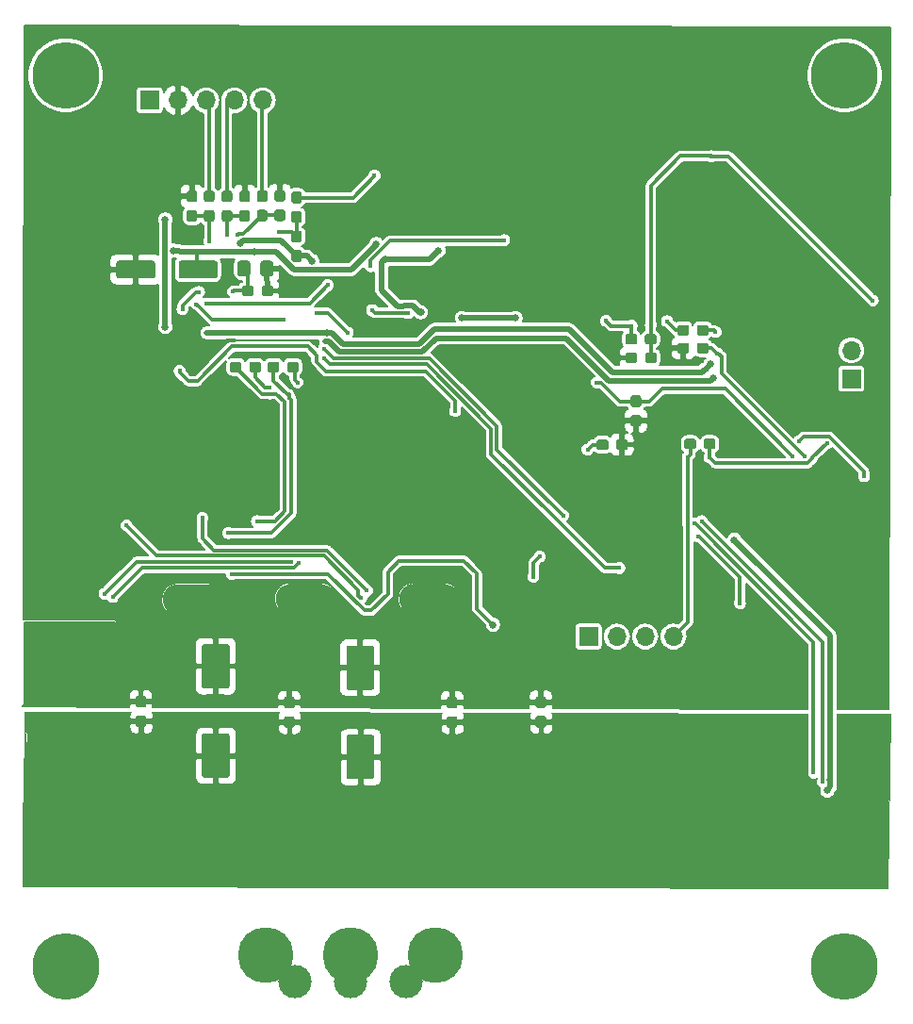
<source format=gbr>
G04 #@! TF.GenerationSoftware,KiCad,Pcbnew,(5.1.2)-2*
G04 #@! TF.CreationDate,2019-09-08T17:56:47+02:00*
G04 #@! TF.ProjectId,BLDC_driver_v1,424c4443-5f64-4726-9976-65725f76312e,rev?*
G04 #@! TF.SameCoordinates,Original*
G04 #@! TF.FileFunction,Copper,L2,Bot*
G04 #@! TF.FilePolarity,Positive*
%FSLAX46Y46*%
G04 Gerber Fmt 4.6, Leading zero omitted, Abs format (unit mm)*
G04 Created by KiCad (PCBNEW (5.1.2)-2) date 2019-09-08 17:56:47*
%MOMM*%
%LPD*%
G04 APERTURE LIST*
%ADD10C,0.100000*%
%ADD11C,1.600000*%
%ADD12C,2.500000*%
%ADD13C,0.400000*%
%ADD14C,5.000000*%
%ADD15C,3.000000*%
%ADD16O,1.700000X1.700000*%
%ADD17R,1.700000X1.700000*%
%ADD18C,0.950000*%
%ADD19C,1.150000*%
%ADD20C,6.000000*%
%ADD21C,1.000000*%
%ADD22C,0.450000*%
%ADD23C,1.400000*%
%ADD24C,0.650000*%
%ADD25C,0.300000*%
%ADD26C,1.000000*%
%ADD27C,0.500000*%
%ADD28C,0.200000*%
%ADD29C,0.254000*%
%ADD30C,0.025400*%
G04 APERTURE END LIST*
D10*
G36*
X62824504Y-61651204D02*
G01*
X62848773Y-61654804D01*
X62872571Y-61660765D01*
X62895671Y-61669030D01*
X62917849Y-61679520D01*
X62938893Y-61692133D01*
X62958598Y-61706747D01*
X62976777Y-61723223D01*
X62993253Y-61741402D01*
X63007867Y-61761107D01*
X63020480Y-61782151D01*
X63030970Y-61804329D01*
X63039235Y-61827429D01*
X63045196Y-61851227D01*
X63048796Y-61875496D01*
X63050000Y-61900000D01*
X63050000Y-63000000D01*
X63048796Y-63024504D01*
X63045196Y-63048773D01*
X63039235Y-63072571D01*
X63030970Y-63095671D01*
X63020480Y-63117849D01*
X63007867Y-63138893D01*
X62993253Y-63158598D01*
X62976777Y-63176777D01*
X62958598Y-63193253D01*
X62938893Y-63207867D01*
X62917849Y-63220480D01*
X62895671Y-63230970D01*
X62872571Y-63239235D01*
X62848773Y-63245196D01*
X62824504Y-63248796D01*
X62800000Y-63250000D01*
X59800000Y-63250000D01*
X59775496Y-63248796D01*
X59751227Y-63245196D01*
X59727429Y-63239235D01*
X59704329Y-63230970D01*
X59682151Y-63220480D01*
X59661107Y-63207867D01*
X59641402Y-63193253D01*
X59623223Y-63176777D01*
X59606747Y-63158598D01*
X59592133Y-63138893D01*
X59579520Y-63117849D01*
X59569030Y-63095671D01*
X59560765Y-63072571D01*
X59554804Y-63048773D01*
X59551204Y-63024504D01*
X59550000Y-63000000D01*
X59550000Y-61900000D01*
X59551204Y-61875496D01*
X59554804Y-61851227D01*
X59560765Y-61827429D01*
X59569030Y-61804329D01*
X59579520Y-61782151D01*
X59592133Y-61761107D01*
X59606747Y-61741402D01*
X59623223Y-61723223D01*
X59641402Y-61706747D01*
X59661107Y-61692133D01*
X59682151Y-61679520D01*
X59704329Y-61669030D01*
X59727429Y-61660765D01*
X59751227Y-61654804D01*
X59775496Y-61651204D01*
X59800000Y-61650000D01*
X62800000Y-61650000D01*
X62824504Y-61651204D01*
X62824504Y-61651204D01*
G37*
D11*
X61300000Y-62450000D03*
D10*
G36*
X68424504Y-61651204D02*
G01*
X68448773Y-61654804D01*
X68472571Y-61660765D01*
X68495671Y-61669030D01*
X68517849Y-61679520D01*
X68538893Y-61692133D01*
X68558598Y-61706747D01*
X68576777Y-61723223D01*
X68593253Y-61741402D01*
X68607867Y-61761107D01*
X68620480Y-61782151D01*
X68630970Y-61804329D01*
X68639235Y-61827429D01*
X68645196Y-61851227D01*
X68648796Y-61875496D01*
X68650000Y-61900000D01*
X68650000Y-63000000D01*
X68648796Y-63024504D01*
X68645196Y-63048773D01*
X68639235Y-63072571D01*
X68630970Y-63095671D01*
X68620480Y-63117849D01*
X68607867Y-63138893D01*
X68593253Y-63158598D01*
X68576777Y-63176777D01*
X68558598Y-63193253D01*
X68538893Y-63207867D01*
X68517849Y-63220480D01*
X68495671Y-63230970D01*
X68472571Y-63239235D01*
X68448773Y-63245196D01*
X68424504Y-63248796D01*
X68400000Y-63250000D01*
X65400000Y-63250000D01*
X65375496Y-63248796D01*
X65351227Y-63245196D01*
X65327429Y-63239235D01*
X65304329Y-63230970D01*
X65282151Y-63220480D01*
X65261107Y-63207867D01*
X65241402Y-63193253D01*
X65223223Y-63176777D01*
X65206747Y-63158598D01*
X65192133Y-63138893D01*
X65179520Y-63117849D01*
X65169030Y-63095671D01*
X65160765Y-63072571D01*
X65154804Y-63048773D01*
X65151204Y-63024504D01*
X65150000Y-63000000D01*
X65150000Y-61900000D01*
X65151204Y-61875496D01*
X65154804Y-61851227D01*
X65160765Y-61827429D01*
X65169030Y-61804329D01*
X65179520Y-61782151D01*
X65192133Y-61761107D01*
X65206747Y-61741402D01*
X65223223Y-61723223D01*
X65241402Y-61706747D01*
X65261107Y-61692133D01*
X65282151Y-61679520D01*
X65304329Y-61669030D01*
X65327429Y-61660765D01*
X65351227Y-61654804D01*
X65375496Y-61651204D01*
X65400000Y-61650000D01*
X68400000Y-61650000D01*
X68424504Y-61651204D01*
X68424504Y-61651204D01*
G37*
D11*
X66900000Y-62450000D03*
D10*
G36*
X82494504Y-96201204D02*
G01*
X82518773Y-96204804D01*
X82542571Y-96210765D01*
X82565671Y-96219030D01*
X82587849Y-96229520D01*
X82608893Y-96242133D01*
X82628598Y-96256747D01*
X82646777Y-96273223D01*
X82663253Y-96291402D01*
X82677867Y-96311107D01*
X82690480Y-96332151D01*
X82700970Y-96354329D01*
X82709235Y-96377429D01*
X82715196Y-96401227D01*
X82718796Y-96425496D01*
X82720000Y-96450000D01*
X82720000Y-99950000D01*
X82718796Y-99974504D01*
X82715196Y-99998773D01*
X82709235Y-100022571D01*
X82700970Y-100045671D01*
X82690480Y-100067849D01*
X82677867Y-100088893D01*
X82663253Y-100108598D01*
X82646777Y-100126777D01*
X82628598Y-100143253D01*
X82608893Y-100157867D01*
X82587849Y-100170480D01*
X82565671Y-100180970D01*
X82542571Y-100189235D01*
X82518773Y-100195196D01*
X82494504Y-100198796D01*
X82470000Y-100200000D01*
X80470000Y-100200000D01*
X80445496Y-100198796D01*
X80421227Y-100195196D01*
X80397429Y-100189235D01*
X80374329Y-100180970D01*
X80352151Y-100170480D01*
X80331107Y-100157867D01*
X80311402Y-100143253D01*
X80293223Y-100126777D01*
X80276747Y-100108598D01*
X80262133Y-100088893D01*
X80249520Y-100067849D01*
X80239030Y-100045671D01*
X80230765Y-100022571D01*
X80224804Y-99998773D01*
X80221204Y-99974504D01*
X80220000Y-99950000D01*
X80220000Y-96450000D01*
X80221204Y-96425496D01*
X80224804Y-96401227D01*
X80230765Y-96377429D01*
X80239030Y-96354329D01*
X80249520Y-96332151D01*
X80262133Y-96311107D01*
X80276747Y-96291402D01*
X80293223Y-96273223D01*
X80311402Y-96256747D01*
X80331107Y-96242133D01*
X80352151Y-96229520D01*
X80374329Y-96219030D01*
X80397429Y-96210765D01*
X80421227Y-96204804D01*
X80445496Y-96201204D01*
X80470000Y-96200000D01*
X82470000Y-96200000D01*
X82494504Y-96201204D01*
X82494504Y-96201204D01*
G37*
D12*
X81470000Y-98200000D03*
D10*
G36*
X82494504Y-104201204D02*
G01*
X82518773Y-104204804D01*
X82542571Y-104210765D01*
X82565671Y-104219030D01*
X82587849Y-104229520D01*
X82608893Y-104242133D01*
X82628598Y-104256747D01*
X82646777Y-104273223D01*
X82663253Y-104291402D01*
X82677867Y-104311107D01*
X82690480Y-104332151D01*
X82700970Y-104354329D01*
X82709235Y-104377429D01*
X82715196Y-104401227D01*
X82718796Y-104425496D01*
X82720000Y-104450000D01*
X82720000Y-107950000D01*
X82718796Y-107974504D01*
X82715196Y-107998773D01*
X82709235Y-108022571D01*
X82700970Y-108045671D01*
X82690480Y-108067849D01*
X82677867Y-108088893D01*
X82663253Y-108108598D01*
X82646777Y-108126777D01*
X82628598Y-108143253D01*
X82608893Y-108157867D01*
X82587849Y-108170480D01*
X82565671Y-108180970D01*
X82542571Y-108189235D01*
X82518773Y-108195196D01*
X82494504Y-108198796D01*
X82470000Y-108200000D01*
X80470000Y-108200000D01*
X80445496Y-108198796D01*
X80421227Y-108195196D01*
X80397429Y-108189235D01*
X80374329Y-108180970D01*
X80352151Y-108170480D01*
X80331107Y-108157867D01*
X80311402Y-108143253D01*
X80293223Y-108126777D01*
X80276747Y-108108598D01*
X80262133Y-108088893D01*
X80249520Y-108067849D01*
X80239030Y-108045671D01*
X80230765Y-108022571D01*
X80224804Y-107998773D01*
X80221204Y-107974504D01*
X80220000Y-107950000D01*
X80220000Y-104450000D01*
X80221204Y-104425496D01*
X80224804Y-104401227D01*
X80230765Y-104377429D01*
X80239030Y-104354329D01*
X80249520Y-104332151D01*
X80262133Y-104311107D01*
X80276747Y-104291402D01*
X80293223Y-104273223D01*
X80311402Y-104256747D01*
X80331107Y-104242133D01*
X80352151Y-104229520D01*
X80374329Y-104219030D01*
X80397429Y-104210765D01*
X80421227Y-104204804D01*
X80445496Y-104201204D01*
X80470000Y-104200000D01*
X82470000Y-104200000D01*
X82494504Y-104201204D01*
X82494504Y-104201204D01*
G37*
D12*
X81470000Y-106200000D03*
D10*
G36*
X69499504Y-96076204D02*
G01*
X69523773Y-96079804D01*
X69547571Y-96085765D01*
X69570671Y-96094030D01*
X69592849Y-96104520D01*
X69613893Y-96117133D01*
X69633598Y-96131747D01*
X69651777Y-96148223D01*
X69668253Y-96166402D01*
X69682867Y-96186107D01*
X69695480Y-96207151D01*
X69705970Y-96229329D01*
X69714235Y-96252429D01*
X69720196Y-96276227D01*
X69723796Y-96300496D01*
X69725000Y-96325000D01*
X69725000Y-99825000D01*
X69723796Y-99849504D01*
X69720196Y-99873773D01*
X69714235Y-99897571D01*
X69705970Y-99920671D01*
X69695480Y-99942849D01*
X69682867Y-99963893D01*
X69668253Y-99983598D01*
X69651777Y-100001777D01*
X69633598Y-100018253D01*
X69613893Y-100032867D01*
X69592849Y-100045480D01*
X69570671Y-100055970D01*
X69547571Y-100064235D01*
X69523773Y-100070196D01*
X69499504Y-100073796D01*
X69475000Y-100075000D01*
X67475000Y-100075000D01*
X67450496Y-100073796D01*
X67426227Y-100070196D01*
X67402429Y-100064235D01*
X67379329Y-100055970D01*
X67357151Y-100045480D01*
X67336107Y-100032867D01*
X67316402Y-100018253D01*
X67298223Y-100001777D01*
X67281747Y-99983598D01*
X67267133Y-99963893D01*
X67254520Y-99942849D01*
X67244030Y-99920671D01*
X67235765Y-99897571D01*
X67229804Y-99873773D01*
X67226204Y-99849504D01*
X67225000Y-99825000D01*
X67225000Y-96325000D01*
X67226204Y-96300496D01*
X67229804Y-96276227D01*
X67235765Y-96252429D01*
X67244030Y-96229329D01*
X67254520Y-96207151D01*
X67267133Y-96186107D01*
X67281747Y-96166402D01*
X67298223Y-96148223D01*
X67316402Y-96131747D01*
X67336107Y-96117133D01*
X67357151Y-96104520D01*
X67379329Y-96094030D01*
X67402429Y-96085765D01*
X67426227Y-96079804D01*
X67450496Y-96076204D01*
X67475000Y-96075000D01*
X69475000Y-96075000D01*
X69499504Y-96076204D01*
X69499504Y-96076204D01*
G37*
D12*
X68475000Y-98075000D03*
D10*
G36*
X69499504Y-104076204D02*
G01*
X69523773Y-104079804D01*
X69547571Y-104085765D01*
X69570671Y-104094030D01*
X69592849Y-104104520D01*
X69613893Y-104117133D01*
X69633598Y-104131747D01*
X69651777Y-104148223D01*
X69668253Y-104166402D01*
X69682867Y-104186107D01*
X69695480Y-104207151D01*
X69705970Y-104229329D01*
X69714235Y-104252429D01*
X69720196Y-104276227D01*
X69723796Y-104300496D01*
X69725000Y-104325000D01*
X69725000Y-107825000D01*
X69723796Y-107849504D01*
X69720196Y-107873773D01*
X69714235Y-107897571D01*
X69705970Y-107920671D01*
X69695480Y-107942849D01*
X69682867Y-107963893D01*
X69668253Y-107983598D01*
X69651777Y-108001777D01*
X69633598Y-108018253D01*
X69613893Y-108032867D01*
X69592849Y-108045480D01*
X69570671Y-108055970D01*
X69547571Y-108064235D01*
X69523773Y-108070196D01*
X69499504Y-108073796D01*
X69475000Y-108075000D01*
X67475000Y-108075000D01*
X67450496Y-108073796D01*
X67426227Y-108070196D01*
X67402429Y-108064235D01*
X67379329Y-108055970D01*
X67357151Y-108045480D01*
X67336107Y-108032867D01*
X67316402Y-108018253D01*
X67298223Y-108001777D01*
X67281747Y-107983598D01*
X67267133Y-107963893D01*
X67254520Y-107942849D01*
X67244030Y-107920671D01*
X67235765Y-107897571D01*
X67229804Y-107873773D01*
X67226204Y-107849504D01*
X67225000Y-107825000D01*
X67225000Y-104325000D01*
X67226204Y-104300496D01*
X67229804Y-104276227D01*
X67235765Y-104252429D01*
X67244030Y-104229329D01*
X67254520Y-104207151D01*
X67267133Y-104186107D01*
X67281747Y-104166402D01*
X67298223Y-104148223D01*
X67316402Y-104131747D01*
X67336107Y-104117133D01*
X67357151Y-104104520D01*
X67379329Y-104094030D01*
X67402429Y-104085765D01*
X67426227Y-104079804D01*
X67450496Y-104076204D01*
X67475000Y-104075000D01*
X69475000Y-104075000D01*
X69499504Y-104076204D01*
X69499504Y-104076204D01*
G37*
D12*
X68475000Y-106075000D03*
D13*
X54934000Y-106983000D03*
X57093000Y-97077000D03*
X55950000Y-99744000D03*
X54934000Y-96950000D03*
D14*
X55950000Y-98220000D03*
X55950000Y-105840000D03*
D15*
X53460000Y-99460000D03*
X53450000Y-104540000D03*
D13*
X55950000Y-96696000D03*
X54426000Y-98220000D03*
X57093000Y-106983000D03*
X54934000Y-99363000D03*
X57093000Y-99363000D03*
X57601000Y-105840000D03*
X57601000Y-98220000D03*
X54426000Y-105840000D03*
X55950000Y-104316000D03*
X57093000Y-104697000D03*
X55950000Y-107364000D03*
X54934000Y-104570000D03*
D15*
X85580000Y-126413000D03*
X80580000Y-126413000D03*
X75580000Y-126413000D03*
D14*
X88230000Y-124050000D03*
X80610000Y-124050000D03*
X72990000Y-124050000D03*
D13*
X71466000Y-124050000D03*
X72990000Y-122526000D03*
X74514000Y-124050000D03*
X72990000Y-125574000D03*
X74133000Y-125066000D03*
X71720000Y-125066000D03*
X71847000Y-122907000D03*
X74133000Y-122907000D03*
X81753000Y-122907000D03*
X81753000Y-125066000D03*
X79340000Y-125066000D03*
X82134000Y-124050000D03*
X79467000Y-122907000D03*
X79086000Y-124050000D03*
X80610000Y-125574000D03*
X89373000Y-122907000D03*
X89373000Y-125066000D03*
X86960000Y-125066000D03*
X89754000Y-124050000D03*
X87087000Y-122907000D03*
X86706000Y-124050000D03*
X88230000Y-125574000D03*
X80610000Y-122399000D03*
X88230000Y-122399000D03*
D16*
X109620000Y-95400000D03*
X107080000Y-95400000D03*
X104540000Y-95400000D03*
D17*
X102000000Y-95400000D03*
D10*
G36*
X107910779Y-69901144D02*
G01*
X107933834Y-69904563D01*
X107956443Y-69910227D01*
X107978387Y-69918079D01*
X107999457Y-69928044D01*
X108019448Y-69940026D01*
X108038168Y-69953910D01*
X108055438Y-69969562D01*
X108071090Y-69986832D01*
X108084974Y-70005552D01*
X108096956Y-70025543D01*
X108106921Y-70046613D01*
X108114773Y-70068557D01*
X108120437Y-70091166D01*
X108123856Y-70114221D01*
X108125000Y-70137500D01*
X108125000Y-70612500D01*
X108123856Y-70635779D01*
X108120437Y-70658834D01*
X108114773Y-70681443D01*
X108106921Y-70703387D01*
X108096956Y-70724457D01*
X108084974Y-70744448D01*
X108071090Y-70763168D01*
X108055438Y-70780438D01*
X108038168Y-70796090D01*
X108019448Y-70809974D01*
X107999457Y-70821956D01*
X107978387Y-70831921D01*
X107956443Y-70839773D01*
X107933834Y-70845437D01*
X107910779Y-70848856D01*
X107887500Y-70850000D01*
X107312500Y-70850000D01*
X107289221Y-70848856D01*
X107266166Y-70845437D01*
X107243557Y-70839773D01*
X107221613Y-70831921D01*
X107200543Y-70821956D01*
X107180552Y-70809974D01*
X107161832Y-70796090D01*
X107144562Y-70780438D01*
X107128910Y-70763168D01*
X107115026Y-70744448D01*
X107103044Y-70724457D01*
X107093079Y-70703387D01*
X107085227Y-70681443D01*
X107079563Y-70658834D01*
X107076144Y-70635779D01*
X107075000Y-70612500D01*
X107075000Y-70137500D01*
X107076144Y-70114221D01*
X107079563Y-70091166D01*
X107085227Y-70068557D01*
X107093079Y-70046613D01*
X107103044Y-70025543D01*
X107115026Y-70005552D01*
X107128910Y-69986832D01*
X107144562Y-69969562D01*
X107161832Y-69953910D01*
X107180552Y-69940026D01*
X107200543Y-69928044D01*
X107221613Y-69918079D01*
X107243557Y-69910227D01*
X107266166Y-69904563D01*
X107289221Y-69901144D01*
X107312500Y-69900000D01*
X107887500Y-69900000D01*
X107910779Y-69901144D01*
X107910779Y-69901144D01*
G37*
D18*
X107600000Y-70375000D03*
D10*
G36*
X106160779Y-69901144D02*
G01*
X106183834Y-69904563D01*
X106206443Y-69910227D01*
X106228387Y-69918079D01*
X106249457Y-69928044D01*
X106269448Y-69940026D01*
X106288168Y-69953910D01*
X106305438Y-69969562D01*
X106321090Y-69986832D01*
X106334974Y-70005552D01*
X106346956Y-70025543D01*
X106356921Y-70046613D01*
X106364773Y-70068557D01*
X106370437Y-70091166D01*
X106373856Y-70114221D01*
X106375000Y-70137500D01*
X106375000Y-70612500D01*
X106373856Y-70635779D01*
X106370437Y-70658834D01*
X106364773Y-70681443D01*
X106356921Y-70703387D01*
X106346956Y-70724457D01*
X106334974Y-70744448D01*
X106321090Y-70763168D01*
X106305438Y-70780438D01*
X106288168Y-70796090D01*
X106269448Y-70809974D01*
X106249457Y-70821956D01*
X106228387Y-70831921D01*
X106206443Y-70839773D01*
X106183834Y-70845437D01*
X106160779Y-70848856D01*
X106137500Y-70850000D01*
X105562500Y-70850000D01*
X105539221Y-70848856D01*
X105516166Y-70845437D01*
X105493557Y-70839773D01*
X105471613Y-70831921D01*
X105450543Y-70821956D01*
X105430552Y-70809974D01*
X105411832Y-70796090D01*
X105394562Y-70780438D01*
X105378910Y-70763168D01*
X105365026Y-70744448D01*
X105353044Y-70724457D01*
X105343079Y-70703387D01*
X105335227Y-70681443D01*
X105329563Y-70658834D01*
X105326144Y-70635779D01*
X105325000Y-70612500D01*
X105325000Y-70137500D01*
X105326144Y-70114221D01*
X105329563Y-70091166D01*
X105335227Y-70068557D01*
X105343079Y-70046613D01*
X105353044Y-70025543D01*
X105365026Y-70005552D01*
X105378910Y-69986832D01*
X105394562Y-69969562D01*
X105411832Y-69953910D01*
X105430552Y-69940026D01*
X105450543Y-69928044D01*
X105471613Y-69918079D01*
X105493557Y-69910227D01*
X105516166Y-69904563D01*
X105539221Y-69901144D01*
X105562500Y-69900000D01*
X106137500Y-69900000D01*
X106160779Y-69901144D01*
X106160779Y-69901144D01*
G37*
D18*
X105850000Y-70375000D03*
D10*
G36*
X89990779Y-100806144D02*
G01*
X90013834Y-100809563D01*
X90036443Y-100815227D01*
X90058387Y-100823079D01*
X90079457Y-100833044D01*
X90099448Y-100845026D01*
X90118168Y-100858910D01*
X90135438Y-100874562D01*
X90151090Y-100891832D01*
X90164974Y-100910552D01*
X90176956Y-100930543D01*
X90186921Y-100951613D01*
X90194773Y-100973557D01*
X90200437Y-100996166D01*
X90203856Y-101019221D01*
X90205000Y-101042500D01*
X90205000Y-101617500D01*
X90203856Y-101640779D01*
X90200437Y-101663834D01*
X90194773Y-101686443D01*
X90186921Y-101708387D01*
X90176956Y-101729457D01*
X90164974Y-101749448D01*
X90151090Y-101768168D01*
X90135438Y-101785438D01*
X90118168Y-101801090D01*
X90099448Y-101814974D01*
X90079457Y-101826956D01*
X90058387Y-101836921D01*
X90036443Y-101844773D01*
X90013834Y-101850437D01*
X89990779Y-101853856D01*
X89967500Y-101855000D01*
X89492500Y-101855000D01*
X89469221Y-101853856D01*
X89446166Y-101850437D01*
X89423557Y-101844773D01*
X89401613Y-101836921D01*
X89380543Y-101826956D01*
X89360552Y-101814974D01*
X89341832Y-101801090D01*
X89324562Y-101785438D01*
X89308910Y-101768168D01*
X89295026Y-101749448D01*
X89283044Y-101729457D01*
X89273079Y-101708387D01*
X89265227Y-101686443D01*
X89259563Y-101663834D01*
X89256144Y-101640779D01*
X89255000Y-101617500D01*
X89255000Y-101042500D01*
X89256144Y-101019221D01*
X89259563Y-100996166D01*
X89265227Y-100973557D01*
X89273079Y-100951613D01*
X89283044Y-100930543D01*
X89295026Y-100910552D01*
X89308910Y-100891832D01*
X89324562Y-100874562D01*
X89341832Y-100858910D01*
X89360552Y-100845026D01*
X89380543Y-100833044D01*
X89401613Y-100823079D01*
X89423557Y-100815227D01*
X89446166Y-100809563D01*
X89469221Y-100806144D01*
X89492500Y-100805000D01*
X89967500Y-100805000D01*
X89990779Y-100806144D01*
X89990779Y-100806144D01*
G37*
D18*
X89730000Y-101330000D03*
D10*
G36*
X89990779Y-102556144D02*
G01*
X90013834Y-102559563D01*
X90036443Y-102565227D01*
X90058387Y-102573079D01*
X90079457Y-102583044D01*
X90099448Y-102595026D01*
X90118168Y-102608910D01*
X90135438Y-102624562D01*
X90151090Y-102641832D01*
X90164974Y-102660552D01*
X90176956Y-102680543D01*
X90186921Y-102701613D01*
X90194773Y-102723557D01*
X90200437Y-102746166D01*
X90203856Y-102769221D01*
X90205000Y-102792500D01*
X90205000Y-103367500D01*
X90203856Y-103390779D01*
X90200437Y-103413834D01*
X90194773Y-103436443D01*
X90186921Y-103458387D01*
X90176956Y-103479457D01*
X90164974Y-103499448D01*
X90151090Y-103518168D01*
X90135438Y-103535438D01*
X90118168Y-103551090D01*
X90099448Y-103564974D01*
X90079457Y-103576956D01*
X90058387Y-103586921D01*
X90036443Y-103594773D01*
X90013834Y-103600437D01*
X89990779Y-103603856D01*
X89967500Y-103605000D01*
X89492500Y-103605000D01*
X89469221Y-103603856D01*
X89446166Y-103600437D01*
X89423557Y-103594773D01*
X89401613Y-103586921D01*
X89380543Y-103576956D01*
X89360552Y-103564974D01*
X89341832Y-103551090D01*
X89324562Y-103535438D01*
X89308910Y-103518168D01*
X89295026Y-103499448D01*
X89283044Y-103479457D01*
X89273079Y-103458387D01*
X89265227Y-103436443D01*
X89259563Y-103413834D01*
X89256144Y-103390779D01*
X89255000Y-103367500D01*
X89255000Y-102792500D01*
X89256144Y-102769221D01*
X89259563Y-102746166D01*
X89265227Y-102723557D01*
X89273079Y-102701613D01*
X89283044Y-102680543D01*
X89295026Y-102660552D01*
X89308910Y-102641832D01*
X89324562Y-102624562D01*
X89341832Y-102608910D01*
X89360552Y-102595026D01*
X89380543Y-102583044D01*
X89401613Y-102573079D01*
X89423557Y-102565227D01*
X89446166Y-102559563D01*
X89469221Y-102556144D01*
X89492500Y-102555000D01*
X89967500Y-102555000D01*
X89990779Y-102556144D01*
X89990779Y-102556144D01*
G37*
D18*
X89730000Y-103080000D03*
D10*
G36*
X75360779Y-100801144D02*
G01*
X75383834Y-100804563D01*
X75406443Y-100810227D01*
X75428387Y-100818079D01*
X75449457Y-100828044D01*
X75469448Y-100840026D01*
X75488168Y-100853910D01*
X75505438Y-100869562D01*
X75521090Y-100886832D01*
X75534974Y-100905552D01*
X75546956Y-100925543D01*
X75556921Y-100946613D01*
X75564773Y-100968557D01*
X75570437Y-100991166D01*
X75573856Y-101014221D01*
X75575000Y-101037500D01*
X75575000Y-101612500D01*
X75573856Y-101635779D01*
X75570437Y-101658834D01*
X75564773Y-101681443D01*
X75556921Y-101703387D01*
X75546956Y-101724457D01*
X75534974Y-101744448D01*
X75521090Y-101763168D01*
X75505438Y-101780438D01*
X75488168Y-101796090D01*
X75469448Y-101809974D01*
X75449457Y-101821956D01*
X75428387Y-101831921D01*
X75406443Y-101839773D01*
X75383834Y-101845437D01*
X75360779Y-101848856D01*
X75337500Y-101850000D01*
X74862500Y-101850000D01*
X74839221Y-101848856D01*
X74816166Y-101845437D01*
X74793557Y-101839773D01*
X74771613Y-101831921D01*
X74750543Y-101821956D01*
X74730552Y-101809974D01*
X74711832Y-101796090D01*
X74694562Y-101780438D01*
X74678910Y-101763168D01*
X74665026Y-101744448D01*
X74653044Y-101724457D01*
X74643079Y-101703387D01*
X74635227Y-101681443D01*
X74629563Y-101658834D01*
X74626144Y-101635779D01*
X74625000Y-101612500D01*
X74625000Y-101037500D01*
X74626144Y-101014221D01*
X74629563Y-100991166D01*
X74635227Y-100968557D01*
X74643079Y-100946613D01*
X74653044Y-100925543D01*
X74665026Y-100905552D01*
X74678910Y-100886832D01*
X74694562Y-100869562D01*
X74711832Y-100853910D01*
X74730552Y-100840026D01*
X74750543Y-100828044D01*
X74771613Y-100818079D01*
X74793557Y-100810227D01*
X74816166Y-100804563D01*
X74839221Y-100801144D01*
X74862500Y-100800000D01*
X75337500Y-100800000D01*
X75360779Y-100801144D01*
X75360779Y-100801144D01*
G37*
D18*
X75100000Y-101325000D03*
D10*
G36*
X75360779Y-102551144D02*
G01*
X75383834Y-102554563D01*
X75406443Y-102560227D01*
X75428387Y-102568079D01*
X75449457Y-102578044D01*
X75469448Y-102590026D01*
X75488168Y-102603910D01*
X75505438Y-102619562D01*
X75521090Y-102636832D01*
X75534974Y-102655552D01*
X75546956Y-102675543D01*
X75556921Y-102696613D01*
X75564773Y-102718557D01*
X75570437Y-102741166D01*
X75573856Y-102764221D01*
X75575000Y-102787500D01*
X75575000Y-103362500D01*
X75573856Y-103385779D01*
X75570437Y-103408834D01*
X75564773Y-103431443D01*
X75556921Y-103453387D01*
X75546956Y-103474457D01*
X75534974Y-103494448D01*
X75521090Y-103513168D01*
X75505438Y-103530438D01*
X75488168Y-103546090D01*
X75469448Y-103559974D01*
X75449457Y-103571956D01*
X75428387Y-103581921D01*
X75406443Y-103589773D01*
X75383834Y-103595437D01*
X75360779Y-103598856D01*
X75337500Y-103600000D01*
X74862500Y-103600000D01*
X74839221Y-103598856D01*
X74816166Y-103595437D01*
X74793557Y-103589773D01*
X74771613Y-103581921D01*
X74750543Y-103571956D01*
X74730552Y-103559974D01*
X74711832Y-103546090D01*
X74694562Y-103530438D01*
X74678910Y-103513168D01*
X74665026Y-103494448D01*
X74653044Y-103474457D01*
X74643079Y-103453387D01*
X74635227Y-103431443D01*
X74629563Y-103408834D01*
X74626144Y-103385779D01*
X74625000Y-103362500D01*
X74625000Y-102787500D01*
X74626144Y-102764221D01*
X74629563Y-102741166D01*
X74635227Y-102718557D01*
X74643079Y-102696613D01*
X74653044Y-102675543D01*
X74665026Y-102655552D01*
X74678910Y-102636832D01*
X74694562Y-102619562D01*
X74711832Y-102603910D01*
X74730552Y-102590026D01*
X74750543Y-102578044D01*
X74771613Y-102568079D01*
X74793557Y-102560227D01*
X74816166Y-102554563D01*
X74839221Y-102551144D01*
X74862500Y-102550000D01*
X75337500Y-102550000D01*
X75360779Y-102551144D01*
X75360779Y-102551144D01*
G37*
D18*
X75100000Y-103075000D03*
D10*
G36*
X62035779Y-100726144D02*
G01*
X62058834Y-100729563D01*
X62081443Y-100735227D01*
X62103387Y-100743079D01*
X62124457Y-100753044D01*
X62144448Y-100765026D01*
X62163168Y-100778910D01*
X62180438Y-100794562D01*
X62196090Y-100811832D01*
X62209974Y-100830552D01*
X62221956Y-100850543D01*
X62231921Y-100871613D01*
X62239773Y-100893557D01*
X62245437Y-100916166D01*
X62248856Y-100939221D01*
X62250000Y-100962500D01*
X62250000Y-101537500D01*
X62248856Y-101560779D01*
X62245437Y-101583834D01*
X62239773Y-101606443D01*
X62231921Y-101628387D01*
X62221956Y-101649457D01*
X62209974Y-101669448D01*
X62196090Y-101688168D01*
X62180438Y-101705438D01*
X62163168Y-101721090D01*
X62144448Y-101734974D01*
X62124457Y-101746956D01*
X62103387Y-101756921D01*
X62081443Y-101764773D01*
X62058834Y-101770437D01*
X62035779Y-101773856D01*
X62012500Y-101775000D01*
X61537500Y-101775000D01*
X61514221Y-101773856D01*
X61491166Y-101770437D01*
X61468557Y-101764773D01*
X61446613Y-101756921D01*
X61425543Y-101746956D01*
X61405552Y-101734974D01*
X61386832Y-101721090D01*
X61369562Y-101705438D01*
X61353910Y-101688168D01*
X61340026Y-101669448D01*
X61328044Y-101649457D01*
X61318079Y-101628387D01*
X61310227Y-101606443D01*
X61304563Y-101583834D01*
X61301144Y-101560779D01*
X61300000Y-101537500D01*
X61300000Y-100962500D01*
X61301144Y-100939221D01*
X61304563Y-100916166D01*
X61310227Y-100893557D01*
X61318079Y-100871613D01*
X61328044Y-100850543D01*
X61340026Y-100830552D01*
X61353910Y-100811832D01*
X61369562Y-100794562D01*
X61386832Y-100778910D01*
X61405552Y-100765026D01*
X61425543Y-100753044D01*
X61446613Y-100743079D01*
X61468557Y-100735227D01*
X61491166Y-100729563D01*
X61514221Y-100726144D01*
X61537500Y-100725000D01*
X62012500Y-100725000D01*
X62035779Y-100726144D01*
X62035779Y-100726144D01*
G37*
D18*
X61775000Y-101250000D03*
D10*
G36*
X62035779Y-102476144D02*
G01*
X62058834Y-102479563D01*
X62081443Y-102485227D01*
X62103387Y-102493079D01*
X62124457Y-102503044D01*
X62144448Y-102515026D01*
X62163168Y-102528910D01*
X62180438Y-102544562D01*
X62196090Y-102561832D01*
X62209974Y-102580552D01*
X62221956Y-102600543D01*
X62231921Y-102621613D01*
X62239773Y-102643557D01*
X62245437Y-102666166D01*
X62248856Y-102689221D01*
X62250000Y-102712500D01*
X62250000Y-103287500D01*
X62248856Y-103310779D01*
X62245437Y-103333834D01*
X62239773Y-103356443D01*
X62231921Y-103378387D01*
X62221956Y-103399457D01*
X62209974Y-103419448D01*
X62196090Y-103438168D01*
X62180438Y-103455438D01*
X62163168Y-103471090D01*
X62144448Y-103484974D01*
X62124457Y-103496956D01*
X62103387Y-103506921D01*
X62081443Y-103514773D01*
X62058834Y-103520437D01*
X62035779Y-103523856D01*
X62012500Y-103525000D01*
X61537500Y-103525000D01*
X61514221Y-103523856D01*
X61491166Y-103520437D01*
X61468557Y-103514773D01*
X61446613Y-103506921D01*
X61425543Y-103496956D01*
X61405552Y-103484974D01*
X61386832Y-103471090D01*
X61369562Y-103455438D01*
X61353910Y-103438168D01*
X61340026Y-103419448D01*
X61328044Y-103399457D01*
X61318079Y-103378387D01*
X61310227Y-103356443D01*
X61304563Y-103333834D01*
X61301144Y-103310779D01*
X61300000Y-103287500D01*
X61300000Y-102712500D01*
X61301144Y-102689221D01*
X61304563Y-102666166D01*
X61310227Y-102643557D01*
X61318079Y-102621613D01*
X61328044Y-102600543D01*
X61340026Y-102580552D01*
X61353910Y-102561832D01*
X61369562Y-102544562D01*
X61386832Y-102528910D01*
X61405552Y-102515026D01*
X61425543Y-102503044D01*
X61446613Y-102493079D01*
X61468557Y-102485227D01*
X61491166Y-102479563D01*
X61514221Y-102476144D01*
X61537500Y-102475000D01*
X62012500Y-102475000D01*
X62035779Y-102476144D01*
X62035779Y-102476144D01*
G37*
D18*
X61775000Y-103000000D03*
D10*
G36*
X103560779Y-77701144D02*
G01*
X103583834Y-77704563D01*
X103606443Y-77710227D01*
X103628387Y-77718079D01*
X103649457Y-77728044D01*
X103669448Y-77740026D01*
X103688168Y-77753910D01*
X103705438Y-77769562D01*
X103721090Y-77786832D01*
X103734974Y-77805552D01*
X103746956Y-77825543D01*
X103756921Y-77846613D01*
X103764773Y-77868557D01*
X103770437Y-77891166D01*
X103773856Y-77914221D01*
X103775000Y-77937500D01*
X103775000Y-78412500D01*
X103773856Y-78435779D01*
X103770437Y-78458834D01*
X103764773Y-78481443D01*
X103756921Y-78503387D01*
X103746956Y-78524457D01*
X103734974Y-78544448D01*
X103721090Y-78563168D01*
X103705438Y-78580438D01*
X103688168Y-78596090D01*
X103669448Y-78609974D01*
X103649457Y-78621956D01*
X103628387Y-78631921D01*
X103606443Y-78639773D01*
X103583834Y-78645437D01*
X103560779Y-78648856D01*
X103537500Y-78650000D01*
X102962500Y-78650000D01*
X102939221Y-78648856D01*
X102916166Y-78645437D01*
X102893557Y-78639773D01*
X102871613Y-78631921D01*
X102850543Y-78621956D01*
X102830552Y-78609974D01*
X102811832Y-78596090D01*
X102794562Y-78580438D01*
X102778910Y-78563168D01*
X102765026Y-78544448D01*
X102753044Y-78524457D01*
X102743079Y-78503387D01*
X102735227Y-78481443D01*
X102729563Y-78458834D01*
X102726144Y-78435779D01*
X102725000Y-78412500D01*
X102725000Y-77937500D01*
X102726144Y-77914221D01*
X102729563Y-77891166D01*
X102735227Y-77868557D01*
X102743079Y-77846613D01*
X102753044Y-77825543D01*
X102765026Y-77805552D01*
X102778910Y-77786832D01*
X102794562Y-77769562D01*
X102811832Y-77753910D01*
X102830552Y-77740026D01*
X102850543Y-77728044D01*
X102871613Y-77718079D01*
X102893557Y-77710227D01*
X102916166Y-77704563D01*
X102939221Y-77701144D01*
X102962500Y-77700000D01*
X103537500Y-77700000D01*
X103560779Y-77701144D01*
X103560779Y-77701144D01*
G37*
D18*
X103250000Y-78175000D03*
D10*
G36*
X105310779Y-77701144D02*
G01*
X105333834Y-77704563D01*
X105356443Y-77710227D01*
X105378387Y-77718079D01*
X105399457Y-77728044D01*
X105419448Y-77740026D01*
X105438168Y-77753910D01*
X105455438Y-77769562D01*
X105471090Y-77786832D01*
X105484974Y-77805552D01*
X105496956Y-77825543D01*
X105506921Y-77846613D01*
X105514773Y-77868557D01*
X105520437Y-77891166D01*
X105523856Y-77914221D01*
X105525000Y-77937500D01*
X105525000Y-78412500D01*
X105523856Y-78435779D01*
X105520437Y-78458834D01*
X105514773Y-78481443D01*
X105506921Y-78503387D01*
X105496956Y-78524457D01*
X105484974Y-78544448D01*
X105471090Y-78563168D01*
X105455438Y-78580438D01*
X105438168Y-78596090D01*
X105419448Y-78609974D01*
X105399457Y-78621956D01*
X105378387Y-78631921D01*
X105356443Y-78639773D01*
X105333834Y-78645437D01*
X105310779Y-78648856D01*
X105287500Y-78650000D01*
X104712500Y-78650000D01*
X104689221Y-78648856D01*
X104666166Y-78645437D01*
X104643557Y-78639773D01*
X104621613Y-78631921D01*
X104600543Y-78621956D01*
X104580552Y-78609974D01*
X104561832Y-78596090D01*
X104544562Y-78580438D01*
X104528910Y-78563168D01*
X104515026Y-78544448D01*
X104503044Y-78524457D01*
X104493079Y-78503387D01*
X104485227Y-78481443D01*
X104479563Y-78458834D01*
X104476144Y-78435779D01*
X104475000Y-78412500D01*
X104475000Y-77937500D01*
X104476144Y-77914221D01*
X104479563Y-77891166D01*
X104485227Y-77868557D01*
X104493079Y-77846613D01*
X104503044Y-77825543D01*
X104515026Y-77805552D01*
X104528910Y-77786832D01*
X104544562Y-77769562D01*
X104561832Y-77753910D01*
X104580552Y-77740026D01*
X104600543Y-77728044D01*
X104621613Y-77718079D01*
X104643557Y-77710227D01*
X104666166Y-77704563D01*
X104689221Y-77701144D01*
X104712500Y-77700000D01*
X105287500Y-77700000D01*
X105310779Y-77701144D01*
X105310779Y-77701144D01*
G37*
D18*
X105000000Y-78175000D03*
D10*
G36*
X66610779Y-55351144D02*
G01*
X66633834Y-55354563D01*
X66656443Y-55360227D01*
X66678387Y-55368079D01*
X66699457Y-55378044D01*
X66719448Y-55390026D01*
X66738168Y-55403910D01*
X66755438Y-55419562D01*
X66771090Y-55436832D01*
X66784974Y-55455552D01*
X66796956Y-55475543D01*
X66806921Y-55496613D01*
X66814773Y-55518557D01*
X66820437Y-55541166D01*
X66823856Y-55564221D01*
X66825000Y-55587500D01*
X66825000Y-56162500D01*
X66823856Y-56185779D01*
X66820437Y-56208834D01*
X66814773Y-56231443D01*
X66806921Y-56253387D01*
X66796956Y-56274457D01*
X66784974Y-56294448D01*
X66771090Y-56313168D01*
X66755438Y-56330438D01*
X66738168Y-56346090D01*
X66719448Y-56359974D01*
X66699457Y-56371956D01*
X66678387Y-56381921D01*
X66656443Y-56389773D01*
X66633834Y-56395437D01*
X66610779Y-56398856D01*
X66587500Y-56400000D01*
X66112500Y-56400000D01*
X66089221Y-56398856D01*
X66066166Y-56395437D01*
X66043557Y-56389773D01*
X66021613Y-56381921D01*
X66000543Y-56371956D01*
X65980552Y-56359974D01*
X65961832Y-56346090D01*
X65944562Y-56330438D01*
X65928910Y-56313168D01*
X65915026Y-56294448D01*
X65903044Y-56274457D01*
X65893079Y-56253387D01*
X65885227Y-56231443D01*
X65879563Y-56208834D01*
X65876144Y-56185779D01*
X65875000Y-56162500D01*
X65875000Y-55587500D01*
X65876144Y-55564221D01*
X65879563Y-55541166D01*
X65885227Y-55518557D01*
X65893079Y-55496613D01*
X65903044Y-55475543D01*
X65915026Y-55455552D01*
X65928910Y-55436832D01*
X65944562Y-55419562D01*
X65961832Y-55403910D01*
X65980552Y-55390026D01*
X66000543Y-55378044D01*
X66021613Y-55368079D01*
X66043557Y-55360227D01*
X66066166Y-55354563D01*
X66089221Y-55351144D01*
X66112500Y-55350000D01*
X66587500Y-55350000D01*
X66610779Y-55351144D01*
X66610779Y-55351144D01*
G37*
D18*
X66350000Y-55875000D03*
D10*
G36*
X66610779Y-57101144D02*
G01*
X66633834Y-57104563D01*
X66656443Y-57110227D01*
X66678387Y-57118079D01*
X66699457Y-57128044D01*
X66719448Y-57140026D01*
X66738168Y-57153910D01*
X66755438Y-57169562D01*
X66771090Y-57186832D01*
X66784974Y-57205552D01*
X66796956Y-57225543D01*
X66806921Y-57246613D01*
X66814773Y-57268557D01*
X66820437Y-57291166D01*
X66823856Y-57314221D01*
X66825000Y-57337500D01*
X66825000Y-57912500D01*
X66823856Y-57935779D01*
X66820437Y-57958834D01*
X66814773Y-57981443D01*
X66806921Y-58003387D01*
X66796956Y-58024457D01*
X66784974Y-58044448D01*
X66771090Y-58063168D01*
X66755438Y-58080438D01*
X66738168Y-58096090D01*
X66719448Y-58109974D01*
X66699457Y-58121956D01*
X66678387Y-58131921D01*
X66656443Y-58139773D01*
X66633834Y-58145437D01*
X66610779Y-58148856D01*
X66587500Y-58150000D01*
X66112500Y-58150000D01*
X66089221Y-58148856D01*
X66066166Y-58145437D01*
X66043557Y-58139773D01*
X66021613Y-58131921D01*
X66000543Y-58121956D01*
X65980552Y-58109974D01*
X65961832Y-58096090D01*
X65944562Y-58080438D01*
X65928910Y-58063168D01*
X65915026Y-58044448D01*
X65903044Y-58024457D01*
X65893079Y-58003387D01*
X65885227Y-57981443D01*
X65879563Y-57958834D01*
X65876144Y-57935779D01*
X65875000Y-57912500D01*
X65875000Y-57337500D01*
X65876144Y-57314221D01*
X65879563Y-57291166D01*
X65885227Y-57268557D01*
X65893079Y-57246613D01*
X65903044Y-57225543D01*
X65915026Y-57205552D01*
X65928910Y-57186832D01*
X65944562Y-57169562D01*
X65961832Y-57153910D01*
X65980552Y-57140026D01*
X66000543Y-57128044D01*
X66021613Y-57118079D01*
X66043557Y-57110227D01*
X66066166Y-57104563D01*
X66089221Y-57101144D01*
X66112500Y-57100000D01*
X66587500Y-57100000D01*
X66610779Y-57101144D01*
X66610779Y-57101144D01*
G37*
D18*
X66350000Y-57625000D03*
D10*
G36*
X70585779Y-70726144D02*
G01*
X70608834Y-70729563D01*
X70631443Y-70735227D01*
X70653387Y-70743079D01*
X70674457Y-70753044D01*
X70694448Y-70765026D01*
X70713168Y-70778910D01*
X70730438Y-70794562D01*
X70746090Y-70811832D01*
X70759974Y-70830552D01*
X70771956Y-70850543D01*
X70781921Y-70871613D01*
X70789773Y-70893557D01*
X70795437Y-70916166D01*
X70798856Y-70939221D01*
X70800000Y-70962500D01*
X70800000Y-71437500D01*
X70798856Y-71460779D01*
X70795437Y-71483834D01*
X70789773Y-71506443D01*
X70781921Y-71528387D01*
X70771956Y-71549457D01*
X70759974Y-71569448D01*
X70746090Y-71588168D01*
X70730438Y-71605438D01*
X70713168Y-71621090D01*
X70694448Y-71634974D01*
X70674457Y-71646956D01*
X70653387Y-71656921D01*
X70631443Y-71664773D01*
X70608834Y-71670437D01*
X70585779Y-71673856D01*
X70562500Y-71675000D01*
X69987500Y-71675000D01*
X69964221Y-71673856D01*
X69941166Y-71670437D01*
X69918557Y-71664773D01*
X69896613Y-71656921D01*
X69875543Y-71646956D01*
X69855552Y-71634974D01*
X69836832Y-71621090D01*
X69819562Y-71605438D01*
X69803910Y-71588168D01*
X69790026Y-71569448D01*
X69778044Y-71549457D01*
X69768079Y-71528387D01*
X69760227Y-71506443D01*
X69754563Y-71483834D01*
X69751144Y-71460779D01*
X69750000Y-71437500D01*
X69750000Y-70962500D01*
X69751144Y-70939221D01*
X69754563Y-70916166D01*
X69760227Y-70893557D01*
X69768079Y-70871613D01*
X69778044Y-70850543D01*
X69790026Y-70830552D01*
X69803910Y-70811832D01*
X69819562Y-70794562D01*
X69836832Y-70778910D01*
X69855552Y-70765026D01*
X69875543Y-70753044D01*
X69896613Y-70743079D01*
X69918557Y-70735227D01*
X69941166Y-70729563D01*
X69964221Y-70726144D01*
X69987500Y-70725000D01*
X70562500Y-70725000D01*
X70585779Y-70726144D01*
X70585779Y-70726144D01*
G37*
D18*
X70275000Y-71200000D03*
D10*
G36*
X72335779Y-70726144D02*
G01*
X72358834Y-70729563D01*
X72381443Y-70735227D01*
X72403387Y-70743079D01*
X72424457Y-70753044D01*
X72444448Y-70765026D01*
X72463168Y-70778910D01*
X72480438Y-70794562D01*
X72496090Y-70811832D01*
X72509974Y-70830552D01*
X72521956Y-70850543D01*
X72531921Y-70871613D01*
X72539773Y-70893557D01*
X72545437Y-70916166D01*
X72548856Y-70939221D01*
X72550000Y-70962500D01*
X72550000Y-71437500D01*
X72548856Y-71460779D01*
X72545437Y-71483834D01*
X72539773Y-71506443D01*
X72531921Y-71528387D01*
X72521956Y-71549457D01*
X72509974Y-71569448D01*
X72496090Y-71588168D01*
X72480438Y-71605438D01*
X72463168Y-71621090D01*
X72444448Y-71634974D01*
X72424457Y-71646956D01*
X72403387Y-71656921D01*
X72381443Y-71664773D01*
X72358834Y-71670437D01*
X72335779Y-71673856D01*
X72312500Y-71675000D01*
X71737500Y-71675000D01*
X71714221Y-71673856D01*
X71691166Y-71670437D01*
X71668557Y-71664773D01*
X71646613Y-71656921D01*
X71625543Y-71646956D01*
X71605552Y-71634974D01*
X71586832Y-71621090D01*
X71569562Y-71605438D01*
X71553910Y-71588168D01*
X71540026Y-71569448D01*
X71528044Y-71549457D01*
X71518079Y-71528387D01*
X71510227Y-71506443D01*
X71504563Y-71483834D01*
X71501144Y-71460779D01*
X71500000Y-71437500D01*
X71500000Y-70962500D01*
X71501144Y-70939221D01*
X71504563Y-70916166D01*
X71510227Y-70893557D01*
X71518079Y-70871613D01*
X71528044Y-70850543D01*
X71540026Y-70830552D01*
X71553910Y-70811832D01*
X71569562Y-70794562D01*
X71586832Y-70778910D01*
X71605552Y-70765026D01*
X71625543Y-70753044D01*
X71646613Y-70743079D01*
X71668557Y-70735227D01*
X71691166Y-70729563D01*
X71714221Y-70726144D01*
X71737500Y-70725000D01*
X72312500Y-70725000D01*
X72335779Y-70726144D01*
X72335779Y-70726144D01*
G37*
D18*
X72025000Y-71200000D03*
D10*
G36*
X71360779Y-57101144D02*
G01*
X71383834Y-57104563D01*
X71406443Y-57110227D01*
X71428387Y-57118079D01*
X71449457Y-57128044D01*
X71469448Y-57140026D01*
X71488168Y-57153910D01*
X71505438Y-57169562D01*
X71521090Y-57186832D01*
X71534974Y-57205552D01*
X71546956Y-57225543D01*
X71556921Y-57246613D01*
X71564773Y-57268557D01*
X71570437Y-57291166D01*
X71573856Y-57314221D01*
X71575000Y-57337500D01*
X71575000Y-57912500D01*
X71573856Y-57935779D01*
X71570437Y-57958834D01*
X71564773Y-57981443D01*
X71556921Y-58003387D01*
X71546956Y-58024457D01*
X71534974Y-58044448D01*
X71521090Y-58063168D01*
X71505438Y-58080438D01*
X71488168Y-58096090D01*
X71469448Y-58109974D01*
X71449457Y-58121956D01*
X71428387Y-58131921D01*
X71406443Y-58139773D01*
X71383834Y-58145437D01*
X71360779Y-58148856D01*
X71337500Y-58150000D01*
X70862500Y-58150000D01*
X70839221Y-58148856D01*
X70816166Y-58145437D01*
X70793557Y-58139773D01*
X70771613Y-58131921D01*
X70750543Y-58121956D01*
X70730552Y-58109974D01*
X70711832Y-58096090D01*
X70694562Y-58080438D01*
X70678910Y-58063168D01*
X70665026Y-58044448D01*
X70653044Y-58024457D01*
X70643079Y-58003387D01*
X70635227Y-57981443D01*
X70629563Y-57958834D01*
X70626144Y-57935779D01*
X70625000Y-57912500D01*
X70625000Y-57337500D01*
X70626144Y-57314221D01*
X70629563Y-57291166D01*
X70635227Y-57268557D01*
X70643079Y-57246613D01*
X70653044Y-57225543D01*
X70665026Y-57205552D01*
X70678910Y-57186832D01*
X70694562Y-57169562D01*
X70711832Y-57153910D01*
X70730552Y-57140026D01*
X70750543Y-57128044D01*
X70771613Y-57118079D01*
X70793557Y-57110227D01*
X70816166Y-57104563D01*
X70839221Y-57101144D01*
X70862500Y-57100000D01*
X71337500Y-57100000D01*
X71360779Y-57101144D01*
X71360779Y-57101144D01*
G37*
D18*
X71100000Y-57625000D03*
D10*
G36*
X71360779Y-55351144D02*
G01*
X71383834Y-55354563D01*
X71406443Y-55360227D01*
X71428387Y-55368079D01*
X71449457Y-55378044D01*
X71469448Y-55390026D01*
X71488168Y-55403910D01*
X71505438Y-55419562D01*
X71521090Y-55436832D01*
X71534974Y-55455552D01*
X71546956Y-55475543D01*
X71556921Y-55496613D01*
X71564773Y-55518557D01*
X71570437Y-55541166D01*
X71573856Y-55564221D01*
X71575000Y-55587500D01*
X71575000Y-56162500D01*
X71573856Y-56185779D01*
X71570437Y-56208834D01*
X71564773Y-56231443D01*
X71556921Y-56253387D01*
X71546956Y-56274457D01*
X71534974Y-56294448D01*
X71521090Y-56313168D01*
X71505438Y-56330438D01*
X71488168Y-56346090D01*
X71469448Y-56359974D01*
X71449457Y-56371956D01*
X71428387Y-56381921D01*
X71406443Y-56389773D01*
X71383834Y-56395437D01*
X71360779Y-56398856D01*
X71337500Y-56400000D01*
X70862500Y-56400000D01*
X70839221Y-56398856D01*
X70816166Y-56395437D01*
X70793557Y-56389773D01*
X70771613Y-56381921D01*
X70750543Y-56371956D01*
X70730552Y-56359974D01*
X70711832Y-56346090D01*
X70694562Y-56330438D01*
X70678910Y-56313168D01*
X70665026Y-56294448D01*
X70653044Y-56274457D01*
X70643079Y-56253387D01*
X70635227Y-56231443D01*
X70629563Y-56208834D01*
X70626144Y-56185779D01*
X70625000Y-56162500D01*
X70625000Y-55587500D01*
X70626144Y-55564221D01*
X70629563Y-55541166D01*
X70635227Y-55518557D01*
X70643079Y-55496613D01*
X70653044Y-55475543D01*
X70665026Y-55455552D01*
X70678910Y-55436832D01*
X70694562Y-55419562D01*
X70711832Y-55403910D01*
X70730552Y-55390026D01*
X70750543Y-55378044D01*
X70771613Y-55368079D01*
X70793557Y-55360227D01*
X70816166Y-55354563D01*
X70839221Y-55351144D01*
X70862500Y-55350000D01*
X71337500Y-55350000D01*
X71360779Y-55351144D01*
X71360779Y-55351144D01*
G37*
D18*
X71100000Y-55875000D03*
D10*
G36*
X74510779Y-57051144D02*
G01*
X74533834Y-57054563D01*
X74556443Y-57060227D01*
X74578387Y-57068079D01*
X74599457Y-57078044D01*
X74619448Y-57090026D01*
X74638168Y-57103910D01*
X74655438Y-57119562D01*
X74671090Y-57136832D01*
X74684974Y-57155552D01*
X74696956Y-57175543D01*
X74706921Y-57196613D01*
X74714773Y-57218557D01*
X74720437Y-57241166D01*
X74723856Y-57264221D01*
X74725000Y-57287500D01*
X74725000Y-57862500D01*
X74723856Y-57885779D01*
X74720437Y-57908834D01*
X74714773Y-57931443D01*
X74706921Y-57953387D01*
X74696956Y-57974457D01*
X74684974Y-57994448D01*
X74671090Y-58013168D01*
X74655438Y-58030438D01*
X74638168Y-58046090D01*
X74619448Y-58059974D01*
X74599457Y-58071956D01*
X74578387Y-58081921D01*
X74556443Y-58089773D01*
X74533834Y-58095437D01*
X74510779Y-58098856D01*
X74487500Y-58100000D01*
X74012500Y-58100000D01*
X73989221Y-58098856D01*
X73966166Y-58095437D01*
X73943557Y-58089773D01*
X73921613Y-58081921D01*
X73900543Y-58071956D01*
X73880552Y-58059974D01*
X73861832Y-58046090D01*
X73844562Y-58030438D01*
X73828910Y-58013168D01*
X73815026Y-57994448D01*
X73803044Y-57974457D01*
X73793079Y-57953387D01*
X73785227Y-57931443D01*
X73779563Y-57908834D01*
X73776144Y-57885779D01*
X73775000Y-57862500D01*
X73775000Y-57287500D01*
X73776144Y-57264221D01*
X73779563Y-57241166D01*
X73785227Y-57218557D01*
X73793079Y-57196613D01*
X73803044Y-57175543D01*
X73815026Y-57155552D01*
X73828910Y-57136832D01*
X73844562Y-57119562D01*
X73861832Y-57103910D01*
X73880552Y-57090026D01*
X73900543Y-57078044D01*
X73921613Y-57068079D01*
X73943557Y-57060227D01*
X73966166Y-57054563D01*
X73989221Y-57051144D01*
X74012500Y-57050000D01*
X74487500Y-57050000D01*
X74510779Y-57051144D01*
X74510779Y-57051144D01*
G37*
D18*
X74250000Y-57575000D03*
D10*
G36*
X74510779Y-55301144D02*
G01*
X74533834Y-55304563D01*
X74556443Y-55310227D01*
X74578387Y-55318079D01*
X74599457Y-55328044D01*
X74619448Y-55340026D01*
X74638168Y-55353910D01*
X74655438Y-55369562D01*
X74671090Y-55386832D01*
X74684974Y-55405552D01*
X74696956Y-55425543D01*
X74706921Y-55446613D01*
X74714773Y-55468557D01*
X74720437Y-55491166D01*
X74723856Y-55514221D01*
X74725000Y-55537500D01*
X74725000Y-56112500D01*
X74723856Y-56135779D01*
X74720437Y-56158834D01*
X74714773Y-56181443D01*
X74706921Y-56203387D01*
X74696956Y-56224457D01*
X74684974Y-56244448D01*
X74671090Y-56263168D01*
X74655438Y-56280438D01*
X74638168Y-56296090D01*
X74619448Y-56309974D01*
X74599457Y-56321956D01*
X74578387Y-56331921D01*
X74556443Y-56339773D01*
X74533834Y-56345437D01*
X74510779Y-56348856D01*
X74487500Y-56350000D01*
X74012500Y-56350000D01*
X73989221Y-56348856D01*
X73966166Y-56345437D01*
X73943557Y-56339773D01*
X73921613Y-56331921D01*
X73900543Y-56321956D01*
X73880552Y-56309974D01*
X73861832Y-56296090D01*
X73844562Y-56280438D01*
X73828910Y-56263168D01*
X73815026Y-56244448D01*
X73803044Y-56224457D01*
X73793079Y-56203387D01*
X73785227Y-56181443D01*
X73779563Y-56158834D01*
X73776144Y-56135779D01*
X73775000Y-56112500D01*
X73775000Y-55537500D01*
X73776144Y-55514221D01*
X73779563Y-55491166D01*
X73785227Y-55468557D01*
X73793079Y-55446613D01*
X73803044Y-55425543D01*
X73815026Y-55405552D01*
X73828910Y-55386832D01*
X73844562Y-55369562D01*
X73861832Y-55353910D01*
X73880552Y-55340026D01*
X73900543Y-55328044D01*
X73921613Y-55318079D01*
X73943557Y-55310227D01*
X73966166Y-55304563D01*
X73989221Y-55301144D01*
X74012500Y-55300000D01*
X74487500Y-55300000D01*
X74510779Y-55301144D01*
X74510779Y-55301144D01*
G37*
D18*
X74250000Y-55825000D03*
D10*
G36*
X75735779Y-70726144D02*
G01*
X75758834Y-70729563D01*
X75781443Y-70735227D01*
X75803387Y-70743079D01*
X75824457Y-70753044D01*
X75844448Y-70765026D01*
X75863168Y-70778910D01*
X75880438Y-70794562D01*
X75896090Y-70811832D01*
X75909974Y-70830552D01*
X75921956Y-70850543D01*
X75931921Y-70871613D01*
X75939773Y-70893557D01*
X75945437Y-70916166D01*
X75948856Y-70939221D01*
X75950000Y-70962500D01*
X75950000Y-71437500D01*
X75948856Y-71460779D01*
X75945437Y-71483834D01*
X75939773Y-71506443D01*
X75931921Y-71528387D01*
X75921956Y-71549457D01*
X75909974Y-71569448D01*
X75896090Y-71588168D01*
X75880438Y-71605438D01*
X75863168Y-71621090D01*
X75844448Y-71634974D01*
X75824457Y-71646956D01*
X75803387Y-71656921D01*
X75781443Y-71664773D01*
X75758834Y-71670437D01*
X75735779Y-71673856D01*
X75712500Y-71675000D01*
X75137500Y-71675000D01*
X75114221Y-71673856D01*
X75091166Y-71670437D01*
X75068557Y-71664773D01*
X75046613Y-71656921D01*
X75025543Y-71646956D01*
X75005552Y-71634974D01*
X74986832Y-71621090D01*
X74969562Y-71605438D01*
X74953910Y-71588168D01*
X74940026Y-71569448D01*
X74928044Y-71549457D01*
X74918079Y-71528387D01*
X74910227Y-71506443D01*
X74904563Y-71483834D01*
X74901144Y-71460779D01*
X74900000Y-71437500D01*
X74900000Y-70962500D01*
X74901144Y-70939221D01*
X74904563Y-70916166D01*
X74910227Y-70893557D01*
X74918079Y-70871613D01*
X74928044Y-70850543D01*
X74940026Y-70830552D01*
X74953910Y-70811832D01*
X74969562Y-70794562D01*
X74986832Y-70778910D01*
X75005552Y-70765026D01*
X75025543Y-70753044D01*
X75046613Y-70743079D01*
X75068557Y-70735227D01*
X75091166Y-70729563D01*
X75114221Y-70726144D01*
X75137500Y-70725000D01*
X75712500Y-70725000D01*
X75735779Y-70726144D01*
X75735779Y-70726144D01*
G37*
D18*
X75425000Y-71200000D03*
D10*
G36*
X73985779Y-70726144D02*
G01*
X74008834Y-70729563D01*
X74031443Y-70735227D01*
X74053387Y-70743079D01*
X74074457Y-70753044D01*
X74094448Y-70765026D01*
X74113168Y-70778910D01*
X74130438Y-70794562D01*
X74146090Y-70811832D01*
X74159974Y-70830552D01*
X74171956Y-70850543D01*
X74181921Y-70871613D01*
X74189773Y-70893557D01*
X74195437Y-70916166D01*
X74198856Y-70939221D01*
X74200000Y-70962500D01*
X74200000Y-71437500D01*
X74198856Y-71460779D01*
X74195437Y-71483834D01*
X74189773Y-71506443D01*
X74181921Y-71528387D01*
X74171956Y-71549457D01*
X74159974Y-71569448D01*
X74146090Y-71588168D01*
X74130438Y-71605438D01*
X74113168Y-71621090D01*
X74094448Y-71634974D01*
X74074457Y-71646956D01*
X74053387Y-71656921D01*
X74031443Y-71664773D01*
X74008834Y-71670437D01*
X73985779Y-71673856D01*
X73962500Y-71675000D01*
X73387500Y-71675000D01*
X73364221Y-71673856D01*
X73341166Y-71670437D01*
X73318557Y-71664773D01*
X73296613Y-71656921D01*
X73275543Y-71646956D01*
X73255552Y-71634974D01*
X73236832Y-71621090D01*
X73219562Y-71605438D01*
X73203910Y-71588168D01*
X73190026Y-71569448D01*
X73178044Y-71549457D01*
X73168079Y-71528387D01*
X73160227Y-71506443D01*
X73154563Y-71483834D01*
X73151144Y-71460779D01*
X73150000Y-71437500D01*
X73150000Y-70962500D01*
X73151144Y-70939221D01*
X73154563Y-70916166D01*
X73160227Y-70893557D01*
X73168079Y-70871613D01*
X73178044Y-70850543D01*
X73190026Y-70830552D01*
X73203910Y-70811832D01*
X73219562Y-70794562D01*
X73236832Y-70778910D01*
X73255552Y-70765026D01*
X73275543Y-70753044D01*
X73296613Y-70743079D01*
X73318557Y-70735227D01*
X73341166Y-70729563D01*
X73364221Y-70726144D01*
X73387500Y-70725000D01*
X73962500Y-70725000D01*
X73985779Y-70726144D01*
X73985779Y-70726144D01*
G37*
D18*
X73675000Y-71200000D03*
D10*
G36*
X73435779Y-63876144D02*
G01*
X73458834Y-63879563D01*
X73481443Y-63885227D01*
X73503387Y-63893079D01*
X73524457Y-63903044D01*
X73544448Y-63915026D01*
X73563168Y-63928910D01*
X73580438Y-63944562D01*
X73596090Y-63961832D01*
X73609974Y-63980552D01*
X73621956Y-64000543D01*
X73631921Y-64021613D01*
X73639773Y-64043557D01*
X73645437Y-64066166D01*
X73648856Y-64089221D01*
X73650000Y-64112500D01*
X73650000Y-64587500D01*
X73648856Y-64610779D01*
X73645437Y-64633834D01*
X73639773Y-64656443D01*
X73631921Y-64678387D01*
X73621956Y-64699457D01*
X73609974Y-64719448D01*
X73596090Y-64738168D01*
X73580438Y-64755438D01*
X73563168Y-64771090D01*
X73544448Y-64784974D01*
X73524457Y-64796956D01*
X73503387Y-64806921D01*
X73481443Y-64814773D01*
X73458834Y-64820437D01*
X73435779Y-64823856D01*
X73412500Y-64825000D01*
X72837500Y-64825000D01*
X72814221Y-64823856D01*
X72791166Y-64820437D01*
X72768557Y-64814773D01*
X72746613Y-64806921D01*
X72725543Y-64796956D01*
X72705552Y-64784974D01*
X72686832Y-64771090D01*
X72669562Y-64755438D01*
X72653910Y-64738168D01*
X72640026Y-64719448D01*
X72628044Y-64699457D01*
X72618079Y-64678387D01*
X72610227Y-64656443D01*
X72604563Y-64633834D01*
X72601144Y-64610779D01*
X72600000Y-64587500D01*
X72600000Y-64112500D01*
X72601144Y-64089221D01*
X72604563Y-64066166D01*
X72610227Y-64043557D01*
X72618079Y-64021613D01*
X72628044Y-64000543D01*
X72640026Y-63980552D01*
X72653910Y-63961832D01*
X72669562Y-63944562D01*
X72686832Y-63928910D01*
X72705552Y-63915026D01*
X72725543Y-63903044D01*
X72746613Y-63893079D01*
X72768557Y-63885227D01*
X72791166Y-63879563D01*
X72814221Y-63876144D01*
X72837500Y-63875000D01*
X73412500Y-63875000D01*
X73435779Y-63876144D01*
X73435779Y-63876144D01*
G37*
D18*
X73125000Y-64350000D03*
D10*
G36*
X71685779Y-63876144D02*
G01*
X71708834Y-63879563D01*
X71731443Y-63885227D01*
X71753387Y-63893079D01*
X71774457Y-63903044D01*
X71794448Y-63915026D01*
X71813168Y-63928910D01*
X71830438Y-63944562D01*
X71846090Y-63961832D01*
X71859974Y-63980552D01*
X71871956Y-64000543D01*
X71881921Y-64021613D01*
X71889773Y-64043557D01*
X71895437Y-64066166D01*
X71898856Y-64089221D01*
X71900000Y-64112500D01*
X71900000Y-64587500D01*
X71898856Y-64610779D01*
X71895437Y-64633834D01*
X71889773Y-64656443D01*
X71881921Y-64678387D01*
X71871956Y-64699457D01*
X71859974Y-64719448D01*
X71846090Y-64738168D01*
X71830438Y-64755438D01*
X71813168Y-64771090D01*
X71794448Y-64784974D01*
X71774457Y-64796956D01*
X71753387Y-64806921D01*
X71731443Y-64814773D01*
X71708834Y-64820437D01*
X71685779Y-64823856D01*
X71662500Y-64825000D01*
X71087500Y-64825000D01*
X71064221Y-64823856D01*
X71041166Y-64820437D01*
X71018557Y-64814773D01*
X70996613Y-64806921D01*
X70975543Y-64796956D01*
X70955552Y-64784974D01*
X70936832Y-64771090D01*
X70919562Y-64755438D01*
X70903910Y-64738168D01*
X70890026Y-64719448D01*
X70878044Y-64699457D01*
X70868079Y-64678387D01*
X70860227Y-64656443D01*
X70854563Y-64633834D01*
X70851144Y-64610779D01*
X70850000Y-64587500D01*
X70850000Y-64112500D01*
X70851144Y-64089221D01*
X70854563Y-64066166D01*
X70860227Y-64043557D01*
X70868079Y-64021613D01*
X70878044Y-64000543D01*
X70890026Y-63980552D01*
X70903910Y-63961832D01*
X70919562Y-63944562D01*
X70936832Y-63928910D01*
X70955552Y-63915026D01*
X70975543Y-63903044D01*
X70996613Y-63893079D01*
X71018557Y-63885227D01*
X71041166Y-63879563D01*
X71064221Y-63876144D01*
X71087500Y-63875000D01*
X71662500Y-63875000D01*
X71685779Y-63876144D01*
X71685779Y-63876144D01*
G37*
D18*
X71375000Y-64350000D03*
D10*
G36*
X97960779Y-100776144D02*
G01*
X97983834Y-100779563D01*
X98006443Y-100785227D01*
X98028387Y-100793079D01*
X98049457Y-100803044D01*
X98069448Y-100815026D01*
X98088168Y-100828910D01*
X98105438Y-100844562D01*
X98121090Y-100861832D01*
X98134974Y-100880552D01*
X98146956Y-100900543D01*
X98156921Y-100921613D01*
X98164773Y-100943557D01*
X98170437Y-100966166D01*
X98173856Y-100989221D01*
X98175000Y-101012500D01*
X98175000Y-101587500D01*
X98173856Y-101610779D01*
X98170437Y-101633834D01*
X98164773Y-101656443D01*
X98156921Y-101678387D01*
X98146956Y-101699457D01*
X98134974Y-101719448D01*
X98121090Y-101738168D01*
X98105438Y-101755438D01*
X98088168Y-101771090D01*
X98069448Y-101784974D01*
X98049457Y-101796956D01*
X98028387Y-101806921D01*
X98006443Y-101814773D01*
X97983834Y-101820437D01*
X97960779Y-101823856D01*
X97937500Y-101825000D01*
X97462500Y-101825000D01*
X97439221Y-101823856D01*
X97416166Y-101820437D01*
X97393557Y-101814773D01*
X97371613Y-101806921D01*
X97350543Y-101796956D01*
X97330552Y-101784974D01*
X97311832Y-101771090D01*
X97294562Y-101755438D01*
X97278910Y-101738168D01*
X97265026Y-101719448D01*
X97253044Y-101699457D01*
X97243079Y-101678387D01*
X97235227Y-101656443D01*
X97229563Y-101633834D01*
X97226144Y-101610779D01*
X97225000Y-101587500D01*
X97225000Y-101012500D01*
X97226144Y-100989221D01*
X97229563Y-100966166D01*
X97235227Y-100943557D01*
X97243079Y-100921613D01*
X97253044Y-100900543D01*
X97265026Y-100880552D01*
X97278910Y-100861832D01*
X97294562Y-100844562D01*
X97311832Y-100828910D01*
X97330552Y-100815026D01*
X97350543Y-100803044D01*
X97371613Y-100793079D01*
X97393557Y-100785227D01*
X97416166Y-100779563D01*
X97439221Y-100776144D01*
X97462500Y-100775000D01*
X97937500Y-100775000D01*
X97960779Y-100776144D01*
X97960779Y-100776144D01*
G37*
D18*
X97700000Y-101300000D03*
D10*
G36*
X97960779Y-102526144D02*
G01*
X97983834Y-102529563D01*
X98006443Y-102535227D01*
X98028387Y-102543079D01*
X98049457Y-102553044D01*
X98069448Y-102565026D01*
X98088168Y-102578910D01*
X98105438Y-102594562D01*
X98121090Y-102611832D01*
X98134974Y-102630552D01*
X98146956Y-102650543D01*
X98156921Y-102671613D01*
X98164773Y-102693557D01*
X98170437Y-102716166D01*
X98173856Y-102739221D01*
X98175000Y-102762500D01*
X98175000Y-103337500D01*
X98173856Y-103360779D01*
X98170437Y-103383834D01*
X98164773Y-103406443D01*
X98156921Y-103428387D01*
X98146956Y-103449457D01*
X98134974Y-103469448D01*
X98121090Y-103488168D01*
X98105438Y-103505438D01*
X98088168Y-103521090D01*
X98069448Y-103534974D01*
X98049457Y-103546956D01*
X98028387Y-103556921D01*
X98006443Y-103564773D01*
X97983834Y-103570437D01*
X97960779Y-103573856D01*
X97937500Y-103575000D01*
X97462500Y-103575000D01*
X97439221Y-103573856D01*
X97416166Y-103570437D01*
X97393557Y-103564773D01*
X97371613Y-103556921D01*
X97350543Y-103546956D01*
X97330552Y-103534974D01*
X97311832Y-103521090D01*
X97294562Y-103505438D01*
X97278910Y-103488168D01*
X97265026Y-103469448D01*
X97253044Y-103449457D01*
X97243079Y-103428387D01*
X97235227Y-103406443D01*
X97229563Y-103383834D01*
X97226144Y-103360779D01*
X97225000Y-103337500D01*
X97225000Y-102762500D01*
X97226144Y-102739221D01*
X97229563Y-102716166D01*
X97235227Y-102693557D01*
X97243079Y-102671613D01*
X97253044Y-102650543D01*
X97265026Y-102630552D01*
X97278910Y-102611832D01*
X97294562Y-102594562D01*
X97311832Y-102578910D01*
X97330552Y-102565026D01*
X97350543Y-102553044D01*
X97371613Y-102543079D01*
X97393557Y-102535227D01*
X97416166Y-102529563D01*
X97439221Y-102526144D01*
X97462500Y-102525000D01*
X97937500Y-102525000D01*
X97960779Y-102526144D01*
X97960779Y-102526144D01*
G37*
D18*
X97700000Y-103050000D03*
D10*
G36*
X73424505Y-61651204D02*
G01*
X73448773Y-61654804D01*
X73472572Y-61660765D01*
X73495671Y-61669030D01*
X73517850Y-61679520D01*
X73538893Y-61692132D01*
X73558599Y-61706747D01*
X73576777Y-61723223D01*
X73593253Y-61741401D01*
X73607868Y-61761107D01*
X73620480Y-61782150D01*
X73630970Y-61804329D01*
X73639235Y-61827428D01*
X73645196Y-61851227D01*
X73648796Y-61875495D01*
X73650000Y-61899999D01*
X73650000Y-62800001D01*
X73648796Y-62824505D01*
X73645196Y-62848773D01*
X73639235Y-62872572D01*
X73630970Y-62895671D01*
X73620480Y-62917850D01*
X73607868Y-62938893D01*
X73593253Y-62958599D01*
X73576777Y-62976777D01*
X73558599Y-62993253D01*
X73538893Y-63007868D01*
X73517850Y-63020480D01*
X73495671Y-63030970D01*
X73472572Y-63039235D01*
X73448773Y-63045196D01*
X73424505Y-63048796D01*
X73400001Y-63050000D01*
X72749999Y-63050000D01*
X72725495Y-63048796D01*
X72701227Y-63045196D01*
X72677428Y-63039235D01*
X72654329Y-63030970D01*
X72632150Y-63020480D01*
X72611107Y-63007868D01*
X72591401Y-62993253D01*
X72573223Y-62976777D01*
X72556747Y-62958599D01*
X72542132Y-62938893D01*
X72529520Y-62917850D01*
X72519030Y-62895671D01*
X72510765Y-62872572D01*
X72504804Y-62848773D01*
X72501204Y-62824505D01*
X72500000Y-62800001D01*
X72500000Y-61899999D01*
X72501204Y-61875495D01*
X72504804Y-61851227D01*
X72510765Y-61827428D01*
X72519030Y-61804329D01*
X72529520Y-61782150D01*
X72542132Y-61761107D01*
X72556747Y-61741401D01*
X72573223Y-61723223D01*
X72591401Y-61706747D01*
X72611107Y-61692132D01*
X72632150Y-61679520D01*
X72654329Y-61669030D01*
X72677428Y-61660765D01*
X72701227Y-61654804D01*
X72725495Y-61651204D01*
X72749999Y-61650000D01*
X73400001Y-61650000D01*
X73424505Y-61651204D01*
X73424505Y-61651204D01*
G37*
D19*
X73075000Y-62350000D03*
D10*
G36*
X71374505Y-61651204D02*
G01*
X71398773Y-61654804D01*
X71422572Y-61660765D01*
X71445671Y-61669030D01*
X71467850Y-61679520D01*
X71488893Y-61692132D01*
X71508599Y-61706747D01*
X71526777Y-61723223D01*
X71543253Y-61741401D01*
X71557868Y-61761107D01*
X71570480Y-61782150D01*
X71580970Y-61804329D01*
X71589235Y-61827428D01*
X71595196Y-61851227D01*
X71598796Y-61875495D01*
X71600000Y-61899999D01*
X71600000Y-62800001D01*
X71598796Y-62824505D01*
X71595196Y-62848773D01*
X71589235Y-62872572D01*
X71580970Y-62895671D01*
X71570480Y-62917850D01*
X71557868Y-62938893D01*
X71543253Y-62958599D01*
X71526777Y-62976777D01*
X71508599Y-62993253D01*
X71488893Y-63007868D01*
X71467850Y-63020480D01*
X71445671Y-63030970D01*
X71422572Y-63039235D01*
X71398773Y-63045196D01*
X71374505Y-63048796D01*
X71350001Y-63050000D01*
X70699999Y-63050000D01*
X70675495Y-63048796D01*
X70651227Y-63045196D01*
X70627428Y-63039235D01*
X70604329Y-63030970D01*
X70582150Y-63020480D01*
X70561107Y-63007868D01*
X70541401Y-62993253D01*
X70523223Y-62976777D01*
X70506747Y-62958599D01*
X70492132Y-62938893D01*
X70479520Y-62917850D01*
X70469030Y-62895671D01*
X70460765Y-62872572D01*
X70454804Y-62848773D01*
X70451204Y-62824505D01*
X70450000Y-62800001D01*
X70450000Y-61899999D01*
X70451204Y-61875495D01*
X70454804Y-61851227D01*
X70460765Y-61827428D01*
X70469030Y-61804329D01*
X70479520Y-61782150D01*
X70492132Y-61761107D01*
X70506747Y-61741401D01*
X70523223Y-61723223D01*
X70541401Y-61706747D01*
X70561107Y-61692132D01*
X70582150Y-61679520D01*
X70604329Y-61669030D01*
X70627428Y-61660765D01*
X70651227Y-61654804D01*
X70675495Y-61651204D01*
X70699999Y-61650000D01*
X71350001Y-61650000D01*
X71374505Y-61651204D01*
X71374505Y-61651204D01*
G37*
D19*
X71025000Y-62350000D03*
D17*
X62550000Y-47250000D03*
D16*
X65090000Y-47250000D03*
X67630000Y-47250000D03*
X70170000Y-47250000D03*
X72710000Y-47250000D03*
D17*
X125600000Y-72250000D03*
D16*
X125600000Y-69710000D03*
D10*
G36*
X112560779Y-67426144D02*
G01*
X112583834Y-67429563D01*
X112606443Y-67435227D01*
X112628387Y-67443079D01*
X112649457Y-67453044D01*
X112669448Y-67465026D01*
X112688168Y-67478910D01*
X112705438Y-67494562D01*
X112721090Y-67511832D01*
X112734974Y-67530552D01*
X112746956Y-67550543D01*
X112756921Y-67571613D01*
X112764773Y-67593557D01*
X112770437Y-67616166D01*
X112773856Y-67639221D01*
X112775000Y-67662500D01*
X112775000Y-68137500D01*
X112773856Y-68160779D01*
X112770437Y-68183834D01*
X112764773Y-68206443D01*
X112756921Y-68228387D01*
X112746956Y-68249457D01*
X112734974Y-68269448D01*
X112721090Y-68288168D01*
X112705438Y-68305438D01*
X112688168Y-68321090D01*
X112669448Y-68334974D01*
X112649457Y-68346956D01*
X112628387Y-68356921D01*
X112606443Y-68364773D01*
X112583834Y-68370437D01*
X112560779Y-68373856D01*
X112537500Y-68375000D01*
X111962500Y-68375000D01*
X111939221Y-68373856D01*
X111916166Y-68370437D01*
X111893557Y-68364773D01*
X111871613Y-68356921D01*
X111850543Y-68346956D01*
X111830552Y-68334974D01*
X111811832Y-68321090D01*
X111794562Y-68305438D01*
X111778910Y-68288168D01*
X111765026Y-68269448D01*
X111753044Y-68249457D01*
X111743079Y-68228387D01*
X111735227Y-68206443D01*
X111729563Y-68183834D01*
X111726144Y-68160779D01*
X111725000Y-68137500D01*
X111725000Y-67662500D01*
X111726144Y-67639221D01*
X111729563Y-67616166D01*
X111735227Y-67593557D01*
X111743079Y-67571613D01*
X111753044Y-67550543D01*
X111765026Y-67530552D01*
X111778910Y-67511832D01*
X111794562Y-67494562D01*
X111811832Y-67478910D01*
X111830552Y-67465026D01*
X111850543Y-67453044D01*
X111871613Y-67443079D01*
X111893557Y-67435227D01*
X111916166Y-67429563D01*
X111939221Y-67426144D01*
X111962500Y-67425000D01*
X112537500Y-67425000D01*
X112560779Y-67426144D01*
X112560779Y-67426144D01*
G37*
D18*
X112250000Y-67900000D03*
D10*
G36*
X110810779Y-67426144D02*
G01*
X110833834Y-67429563D01*
X110856443Y-67435227D01*
X110878387Y-67443079D01*
X110899457Y-67453044D01*
X110919448Y-67465026D01*
X110938168Y-67478910D01*
X110955438Y-67494562D01*
X110971090Y-67511832D01*
X110984974Y-67530552D01*
X110996956Y-67550543D01*
X111006921Y-67571613D01*
X111014773Y-67593557D01*
X111020437Y-67616166D01*
X111023856Y-67639221D01*
X111025000Y-67662500D01*
X111025000Y-68137500D01*
X111023856Y-68160779D01*
X111020437Y-68183834D01*
X111014773Y-68206443D01*
X111006921Y-68228387D01*
X110996956Y-68249457D01*
X110984974Y-68269448D01*
X110971090Y-68288168D01*
X110955438Y-68305438D01*
X110938168Y-68321090D01*
X110919448Y-68334974D01*
X110899457Y-68346956D01*
X110878387Y-68356921D01*
X110856443Y-68364773D01*
X110833834Y-68370437D01*
X110810779Y-68373856D01*
X110787500Y-68375000D01*
X110212500Y-68375000D01*
X110189221Y-68373856D01*
X110166166Y-68370437D01*
X110143557Y-68364773D01*
X110121613Y-68356921D01*
X110100543Y-68346956D01*
X110080552Y-68334974D01*
X110061832Y-68321090D01*
X110044562Y-68305438D01*
X110028910Y-68288168D01*
X110015026Y-68269448D01*
X110003044Y-68249457D01*
X109993079Y-68228387D01*
X109985227Y-68206443D01*
X109979563Y-68183834D01*
X109976144Y-68160779D01*
X109975000Y-68137500D01*
X109975000Y-67662500D01*
X109976144Y-67639221D01*
X109979563Y-67616166D01*
X109985227Y-67593557D01*
X109993079Y-67571613D01*
X110003044Y-67550543D01*
X110015026Y-67530552D01*
X110028910Y-67511832D01*
X110044562Y-67494562D01*
X110061832Y-67478910D01*
X110080552Y-67465026D01*
X110100543Y-67453044D01*
X110121613Y-67443079D01*
X110143557Y-67435227D01*
X110166166Y-67429563D01*
X110189221Y-67426144D01*
X110212500Y-67425000D01*
X110787500Y-67425000D01*
X110810779Y-67426144D01*
X110810779Y-67426144D01*
G37*
D18*
X110500000Y-67900000D03*
D10*
G36*
X72910779Y-55326144D02*
G01*
X72933834Y-55329563D01*
X72956443Y-55335227D01*
X72978387Y-55343079D01*
X72999457Y-55353044D01*
X73019448Y-55365026D01*
X73038168Y-55378910D01*
X73055438Y-55394562D01*
X73071090Y-55411832D01*
X73084974Y-55430552D01*
X73096956Y-55450543D01*
X73106921Y-55471613D01*
X73114773Y-55493557D01*
X73120437Y-55516166D01*
X73123856Y-55539221D01*
X73125000Y-55562500D01*
X73125000Y-56137500D01*
X73123856Y-56160779D01*
X73120437Y-56183834D01*
X73114773Y-56206443D01*
X73106921Y-56228387D01*
X73096956Y-56249457D01*
X73084974Y-56269448D01*
X73071090Y-56288168D01*
X73055438Y-56305438D01*
X73038168Y-56321090D01*
X73019448Y-56334974D01*
X72999457Y-56346956D01*
X72978387Y-56356921D01*
X72956443Y-56364773D01*
X72933834Y-56370437D01*
X72910779Y-56373856D01*
X72887500Y-56375000D01*
X72412500Y-56375000D01*
X72389221Y-56373856D01*
X72366166Y-56370437D01*
X72343557Y-56364773D01*
X72321613Y-56356921D01*
X72300543Y-56346956D01*
X72280552Y-56334974D01*
X72261832Y-56321090D01*
X72244562Y-56305438D01*
X72228910Y-56288168D01*
X72215026Y-56269448D01*
X72203044Y-56249457D01*
X72193079Y-56228387D01*
X72185227Y-56206443D01*
X72179563Y-56183834D01*
X72176144Y-56160779D01*
X72175000Y-56137500D01*
X72175000Y-55562500D01*
X72176144Y-55539221D01*
X72179563Y-55516166D01*
X72185227Y-55493557D01*
X72193079Y-55471613D01*
X72203044Y-55450543D01*
X72215026Y-55430552D01*
X72228910Y-55411832D01*
X72244562Y-55394562D01*
X72261832Y-55378910D01*
X72280552Y-55365026D01*
X72300543Y-55353044D01*
X72321613Y-55343079D01*
X72343557Y-55335227D01*
X72366166Y-55329563D01*
X72389221Y-55326144D01*
X72412500Y-55325000D01*
X72887500Y-55325000D01*
X72910779Y-55326144D01*
X72910779Y-55326144D01*
G37*
D18*
X72650000Y-55850000D03*
D10*
G36*
X72910779Y-57076144D02*
G01*
X72933834Y-57079563D01*
X72956443Y-57085227D01*
X72978387Y-57093079D01*
X72999457Y-57103044D01*
X73019448Y-57115026D01*
X73038168Y-57128910D01*
X73055438Y-57144562D01*
X73071090Y-57161832D01*
X73084974Y-57180552D01*
X73096956Y-57200543D01*
X73106921Y-57221613D01*
X73114773Y-57243557D01*
X73120437Y-57266166D01*
X73123856Y-57289221D01*
X73125000Y-57312500D01*
X73125000Y-57887500D01*
X73123856Y-57910779D01*
X73120437Y-57933834D01*
X73114773Y-57956443D01*
X73106921Y-57978387D01*
X73096956Y-57999457D01*
X73084974Y-58019448D01*
X73071090Y-58038168D01*
X73055438Y-58055438D01*
X73038168Y-58071090D01*
X73019448Y-58084974D01*
X72999457Y-58096956D01*
X72978387Y-58106921D01*
X72956443Y-58114773D01*
X72933834Y-58120437D01*
X72910779Y-58123856D01*
X72887500Y-58125000D01*
X72412500Y-58125000D01*
X72389221Y-58123856D01*
X72366166Y-58120437D01*
X72343557Y-58114773D01*
X72321613Y-58106921D01*
X72300543Y-58096956D01*
X72280552Y-58084974D01*
X72261832Y-58071090D01*
X72244562Y-58055438D01*
X72228910Y-58038168D01*
X72215026Y-58019448D01*
X72203044Y-57999457D01*
X72193079Y-57978387D01*
X72185227Y-57956443D01*
X72179563Y-57933834D01*
X72176144Y-57910779D01*
X72175000Y-57887500D01*
X72175000Y-57312500D01*
X72176144Y-57289221D01*
X72179563Y-57266166D01*
X72185227Y-57243557D01*
X72193079Y-57221613D01*
X72203044Y-57200543D01*
X72215026Y-57180552D01*
X72228910Y-57161832D01*
X72244562Y-57144562D01*
X72261832Y-57128910D01*
X72280552Y-57115026D01*
X72300543Y-57103044D01*
X72321613Y-57093079D01*
X72343557Y-57085227D01*
X72366166Y-57079563D01*
X72389221Y-57076144D01*
X72412500Y-57075000D01*
X72887500Y-57075000D01*
X72910779Y-57076144D01*
X72910779Y-57076144D01*
G37*
D18*
X72650000Y-57600000D03*
D10*
G36*
X69760779Y-57101144D02*
G01*
X69783834Y-57104563D01*
X69806443Y-57110227D01*
X69828387Y-57118079D01*
X69849457Y-57128044D01*
X69869448Y-57140026D01*
X69888168Y-57153910D01*
X69905438Y-57169562D01*
X69921090Y-57186832D01*
X69934974Y-57205552D01*
X69946956Y-57225543D01*
X69956921Y-57246613D01*
X69964773Y-57268557D01*
X69970437Y-57291166D01*
X69973856Y-57314221D01*
X69975000Y-57337500D01*
X69975000Y-57912500D01*
X69973856Y-57935779D01*
X69970437Y-57958834D01*
X69964773Y-57981443D01*
X69956921Y-58003387D01*
X69946956Y-58024457D01*
X69934974Y-58044448D01*
X69921090Y-58063168D01*
X69905438Y-58080438D01*
X69888168Y-58096090D01*
X69869448Y-58109974D01*
X69849457Y-58121956D01*
X69828387Y-58131921D01*
X69806443Y-58139773D01*
X69783834Y-58145437D01*
X69760779Y-58148856D01*
X69737500Y-58150000D01*
X69262500Y-58150000D01*
X69239221Y-58148856D01*
X69216166Y-58145437D01*
X69193557Y-58139773D01*
X69171613Y-58131921D01*
X69150543Y-58121956D01*
X69130552Y-58109974D01*
X69111832Y-58096090D01*
X69094562Y-58080438D01*
X69078910Y-58063168D01*
X69065026Y-58044448D01*
X69053044Y-58024457D01*
X69043079Y-58003387D01*
X69035227Y-57981443D01*
X69029563Y-57958834D01*
X69026144Y-57935779D01*
X69025000Y-57912500D01*
X69025000Y-57337500D01*
X69026144Y-57314221D01*
X69029563Y-57291166D01*
X69035227Y-57268557D01*
X69043079Y-57246613D01*
X69053044Y-57225543D01*
X69065026Y-57205552D01*
X69078910Y-57186832D01*
X69094562Y-57169562D01*
X69111832Y-57153910D01*
X69130552Y-57140026D01*
X69150543Y-57128044D01*
X69171613Y-57118079D01*
X69193557Y-57110227D01*
X69216166Y-57104563D01*
X69239221Y-57101144D01*
X69262500Y-57100000D01*
X69737500Y-57100000D01*
X69760779Y-57101144D01*
X69760779Y-57101144D01*
G37*
D18*
X69500000Y-57625000D03*
D10*
G36*
X69760779Y-55351144D02*
G01*
X69783834Y-55354563D01*
X69806443Y-55360227D01*
X69828387Y-55368079D01*
X69849457Y-55378044D01*
X69869448Y-55390026D01*
X69888168Y-55403910D01*
X69905438Y-55419562D01*
X69921090Y-55436832D01*
X69934974Y-55455552D01*
X69946956Y-55475543D01*
X69956921Y-55496613D01*
X69964773Y-55518557D01*
X69970437Y-55541166D01*
X69973856Y-55564221D01*
X69975000Y-55587500D01*
X69975000Y-56162500D01*
X69973856Y-56185779D01*
X69970437Y-56208834D01*
X69964773Y-56231443D01*
X69956921Y-56253387D01*
X69946956Y-56274457D01*
X69934974Y-56294448D01*
X69921090Y-56313168D01*
X69905438Y-56330438D01*
X69888168Y-56346090D01*
X69869448Y-56359974D01*
X69849457Y-56371956D01*
X69828387Y-56381921D01*
X69806443Y-56389773D01*
X69783834Y-56395437D01*
X69760779Y-56398856D01*
X69737500Y-56400000D01*
X69262500Y-56400000D01*
X69239221Y-56398856D01*
X69216166Y-56395437D01*
X69193557Y-56389773D01*
X69171613Y-56381921D01*
X69150543Y-56371956D01*
X69130552Y-56359974D01*
X69111832Y-56346090D01*
X69094562Y-56330438D01*
X69078910Y-56313168D01*
X69065026Y-56294448D01*
X69053044Y-56274457D01*
X69043079Y-56253387D01*
X69035227Y-56231443D01*
X69029563Y-56208834D01*
X69026144Y-56185779D01*
X69025000Y-56162500D01*
X69025000Y-55587500D01*
X69026144Y-55564221D01*
X69029563Y-55541166D01*
X69035227Y-55518557D01*
X69043079Y-55496613D01*
X69053044Y-55475543D01*
X69065026Y-55455552D01*
X69078910Y-55436832D01*
X69094562Y-55419562D01*
X69111832Y-55403910D01*
X69130552Y-55390026D01*
X69150543Y-55378044D01*
X69171613Y-55368079D01*
X69193557Y-55360227D01*
X69216166Y-55354563D01*
X69239221Y-55351144D01*
X69262500Y-55350000D01*
X69737500Y-55350000D01*
X69760779Y-55351144D01*
X69760779Y-55351144D01*
G37*
D18*
X69500000Y-55875000D03*
D10*
G36*
X68160779Y-55351144D02*
G01*
X68183834Y-55354563D01*
X68206443Y-55360227D01*
X68228387Y-55368079D01*
X68249457Y-55378044D01*
X68269448Y-55390026D01*
X68288168Y-55403910D01*
X68305438Y-55419562D01*
X68321090Y-55436832D01*
X68334974Y-55455552D01*
X68346956Y-55475543D01*
X68356921Y-55496613D01*
X68364773Y-55518557D01*
X68370437Y-55541166D01*
X68373856Y-55564221D01*
X68375000Y-55587500D01*
X68375000Y-56162500D01*
X68373856Y-56185779D01*
X68370437Y-56208834D01*
X68364773Y-56231443D01*
X68356921Y-56253387D01*
X68346956Y-56274457D01*
X68334974Y-56294448D01*
X68321090Y-56313168D01*
X68305438Y-56330438D01*
X68288168Y-56346090D01*
X68269448Y-56359974D01*
X68249457Y-56371956D01*
X68228387Y-56381921D01*
X68206443Y-56389773D01*
X68183834Y-56395437D01*
X68160779Y-56398856D01*
X68137500Y-56400000D01*
X67662500Y-56400000D01*
X67639221Y-56398856D01*
X67616166Y-56395437D01*
X67593557Y-56389773D01*
X67571613Y-56381921D01*
X67550543Y-56371956D01*
X67530552Y-56359974D01*
X67511832Y-56346090D01*
X67494562Y-56330438D01*
X67478910Y-56313168D01*
X67465026Y-56294448D01*
X67453044Y-56274457D01*
X67443079Y-56253387D01*
X67435227Y-56231443D01*
X67429563Y-56208834D01*
X67426144Y-56185779D01*
X67425000Y-56162500D01*
X67425000Y-55587500D01*
X67426144Y-55564221D01*
X67429563Y-55541166D01*
X67435227Y-55518557D01*
X67443079Y-55496613D01*
X67453044Y-55475543D01*
X67465026Y-55455552D01*
X67478910Y-55436832D01*
X67494562Y-55419562D01*
X67511832Y-55403910D01*
X67530552Y-55390026D01*
X67550543Y-55378044D01*
X67571613Y-55368079D01*
X67593557Y-55360227D01*
X67616166Y-55354563D01*
X67639221Y-55351144D01*
X67662500Y-55350000D01*
X68137500Y-55350000D01*
X68160779Y-55351144D01*
X68160779Y-55351144D01*
G37*
D18*
X67900000Y-55875000D03*
D10*
G36*
X68160779Y-57101144D02*
G01*
X68183834Y-57104563D01*
X68206443Y-57110227D01*
X68228387Y-57118079D01*
X68249457Y-57128044D01*
X68269448Y-57140026D01*
X68288168Y-57153910D01*
X68305438Y-57169562D01*
X68321090Y-57186832D01*
X68334974Y-57205552D01*
X68346956Y-57225543D01*
X68356921Y-57246613D01*
X68364773Y-57268557D01*
X68370437Y-57291166D01*
X68373856Y-57314221D01*
X68375000Y-57337500D01*
X68375000Y-57912500D01*
X68373856Y-57935779D01*
X68370437Y-57958834D01*
X68364773Y-57981443D01*
X68356921Y-58003387D01*
X68346956Y-58024457D01*
X68334974Y-58044448D01*
X68321090Y-58063168D01*
X68305438Y-58080438D01*
X68288168Y-58096090D01*
X68269448Y-58109974D01*
X68249457Y-58121956D01*
X68228387Y-58131921D01*
X68206443Y-58139773D01*
X68183834Y-58145437D01*
X68160779Y-58148856D01*
X68137500Y-58150000D01*
X67662500Y-58150000D01*
X67639221Y-58148856D01*
X67616166Y-58145437D01*
X67593557Y-58139773D01*
X67571613Y-58131921D01*
X67550543Y-58121956D01*
X67530552Y-58109974D01*
X67511832Y-58096090D01*
X67494562Y-58080438D01*
X67478910Y-58063168D01*
X67465026Y-58044448D01*
X67453044Y-58024457D01*
X67443079Y-58003387D01*
X67435227Y-57981443D01*
X67429563Y-57958834D01*
X67426144Y-57935779D01*
X67425000Y-57912500D01*
X67425000Y-57337500D01*
X67426144Y-57314221D01*
X67429563Y-57291166D01*
X67435227Y-57268557D01*
X67443079Y-57246613D01*
X67453044Y-57225543D01*
X67465026Y-57205552D01*
X67478910Y-57186832D01*
X67494562Y-57169562D01*
X67511832Y-57153910D01*
X67530552Y-57140026D01*
X67550543Y-57128044D01*
X67571613Y-57118079D01*
X67593557Y-57110227D01*
X67616166Y-57104563D01*
X67639221Y-57101144D01*
X67662500Y-57100000D01*
X68137500Y-57100000D01*
X68160779Y-57101144D01*
X68160779Y-57101144D01*
G37*
D18*
X67900000Y-57625000D03*
D10*
G36*
X76010779Y-55451144D02*
G01*
X76033834Y-55454563D01*
X76056443Y-55460227D01*
X76078387Y-55468079D01*
X76099457Y-55478044D01*
X76119448Y-55490026D01*
X76138168Y-55503910D01*
X76155438Y-55519562D01*
X76171090Y-55536832D01*
X76184974Y-55555552D01*
X76196956Y-55575543D01*
X76206921Y-55596613D01*
X76214773Y-55618557D01*
X76220437Y-55641166D01*
X76223856Y-55664221D01*
X76225000Y-55687500D01*
X76225000Y-56262500D01*
X76223856Y-56285779D01*
X76220437Y-56308834D01*
X76214773Y-56331443D01*
X76206921Y-56353387D01*
X76196956Y-56374457D01*
X76184974Y-56394448D01*
X76171090Y-56413168D01*
X76155438Y-56430438D01*
X76138168Y-56446090D01*
X76119448Y-56459974D01*
X76099457Y-56471956D01*
X76078387Y-56481921D01*
X76056443Y-56489773D01*
X76033834Y-56495437D01*
X76010779Y-56498856D01*
X75987500Y-56500000D01*
X75512500Y-56500000D01*
X75489221Y-56498856D01*
X75466166Y-56495437D01*
X75443557Y-56489773D01*
X75421613Y-56481921D01*
X75400543Y-56471956D01*
X75380552Y-56459974D01*
X75361832Y-56446090D01*
X75344562Y-56430438D01*
X75328910Y-56413168D01*
X75315026Y-56394448D01*
X75303044Y-56374457D01*
X75293079Y-56353387D01*
X75285227Y-56331443D01*
X75279563Y-56308834D01*
X75276144Y-56285779D01*
X75275000Y-56262500D01*
X75275000Y-55687500D01*
X75276144Y-55664221D01*
X75279563Y-55641166D01*
X75285227Y-55618557D01*
X75293079Y-55596613D01*
X75303044Y-55575543D01*
X75315026Y-55555552D01*
X75328910Y-55536832D01*
X75344562Y-55519562D01*
X75361832Y-55503910D01*
X75380552Y-55490026D01*
X75400543Y-55478044D01*
X75421613Y-55468079D01*
X75443557Y-55460227D01*
X75466166Y-55454563D01*
X75489221Y-55451144D01*
X75512500Y-55450000D01*
X75987500Y-55450000D01*
X76010779Y-55451144D01*
X76010779Y-55451144D01*
G37*
D18*
X75750000Y-55975000D03*
D10*
G36*
X76010779Y-57201144D02*
G01*
X76033834Y-57204563D01*
X76056443Y-57210227D01*
X76078387Y-57218079D01*
X76099457Y-57228044D01*
X76119448Y-57240026D01*
X76138168Y-57253910D01*
X76155438Y-57269562D01*
X76171090Y-57286832D01*
X76184974Y-57305552D01*
X76196956Y-57325543D01*
X76206921Y-57346613D01*
X76214773Y-57368557D01*
X76220437Y-57391166D01*
X76223856Y-57414221D01*
X76225000Y-57437500D01*
X76225000Y-58012500D01*
X76223856Y-58035779D01*
X76220437Y-58058834D01*
X76214773Y-58081443D01*
X76206921Y-58103387D01*
X76196956Y-58124457D01*
X76184974Y-58144448D01*
X76171090Y-58163168D01*
X76155438Y-58180438D01*
X76138168Y-58196090D01*
X76119448Y-58209974D01*
X76099457Y-58221956D01*
X76078387Y-58231921D01*
X76056443Y-58239773D01*
X76033834Y-58245437D01*
X76010779Y-58248856D01*
X75987500Y-58250000D01*
X75512500Y-58250000D01*
X75489221Y-58248856D01*
X75466166Y-58245437D01*
X75443557Y-58239773D01*
X75421613Y-58231921D01*
X75400543Y-58221956D01*
X75380552Y-58209974D01*
X75361832Y-58196090D01*
X75344562Y-58180438D01*
X75328910Y-58163168D01*
X75315026Y-58144448D01*
X75303044Y-58124457D01*
X75293079Y-58103387D01*
X75285227Y-58081443D01*
X75279563Y-58058834D01*
X75276144Y-58035779D01*
X75275000Y-58012500D01*
X75275000Y-57437500D01*
X75276144Y-57414221D01*
X75279563Y-57391166D01*
X75285227Y-57368557D01*
X75293079Y-57346613D01*
X75303044Y-57325543D01*
X75315026Y-57305552D01*
X75328910Y-57286832D01*
X75344562Y-57269562D01*
X75361832Y-57253910D01*
X75380552Y-57240026D01*
X75400543Y-57228044D01*
X75421613Y-57218079D01*
X75443557Y-57210227D01*
X75466166Y-57204563D01*
X75489221Y-57201144D01*
X75512500Y-57200000D01*
X75987500Y-57200000D01*
X76010779Y-57201144D01*
X76010779Y-57201144D01*
G37*
D18*
X75750000Y-57725000D03*
D10*
G36*
X76010779Y-58951144D02*
G01*
X76033834Y-58954563D01*
X76056443Y-58960227D01*
X76078387Y-58968079D01*
X76099457Y-58978044D01*
X76119448Y-58990026D01*
X76138168Y-59003910D01*
X76155438Y-59019562D01*
X76171090Y-59036832D01*
X76184974Y-59055552D01*
X76196956Y-59075543D01*
X76206921Y-59096613D01*
X76214773Y-59118557D01*
X76220437Y-59141166D01*
X76223856Y-59164221D01*
X76225000Y-59187500D01*
X76225000Y-59762500D01*
X76223856Y-59785779D01*
X76220437Y-59808834D01*
X76214773Y-59831443D01*
X76206921Y-59853387D01*
X76196956Y-59874457D01*
X76184974Y-59894448D01*
X76171090Y-59913168D01*
X76155438Y-59930438D01*
X76138168Y-59946090D01*
X76119448Y-59959974D01*
X76099457Y-59971956D01*
X76078387Y-59981921D01*
X76056443Y-59989773D01*
X76033834Y-59995437D01*
X76010779Y-59998856D01*
X75987500Y-60000000D01*
X75512500Y-60000000D01*
X75489221Y-59998856D01*
X75466166Y-59995437D01*
X75443557Y-59989773D01*
X75421613Y-59981921D01*
X75400543Y-59971956D01*
X75380552Y-59959974D01*
X75361832Y-59946090D01*
X75344562Y-59930438D01*
X75328910Y-59913168D01*
X75315026Y-59894448D01*
X75303044Y-59874457D01*
X75293079Y-59853387D01*
X75285227Y-59831443D01*
X75279563Y-59808834D01*
X75276144Y-59785779D01*
X75275000Y-59762500D01*
X75275000Y-59187500D01*
X75276144Y-59164221D01*
X75279563Y-59141166D01*
X75285227Y-59118557D01*
X75293079Y-59096613D01*
X75303044Y-59075543D01*
X75315026Y-59055552D01*
X75328910Y-59036832D01*
X75344562Y-59019562D01*
X75361832Y-59003910D01*
X75380552Y-58990026D01*
X75400543Y-58978044D01*
X75421613Y-58968079D01*
X75443557Y-58960227D01*
X75466166Y-58954563D01*
X75489221Y-58951144D01*
X75512500Y-58950000D01*
X75987500Y-58950000D01*
X76010779Y-58951144D01*
X76010779Y-58951144D01*
G37*
D18*
X75750000Y-59475000D03*
D10*
G36*
X76010779Y-60701144D02*
G01*
X76033834Y-60704563D01*
X76056443Y-60710227D01*
X76078387Y-60718079D01*
X76099457Y-60728044D01*
X76119448Y-60740026D01*
X76138168Y-60753910D01*
X76155438Y-60769562D01*
X76171090Y-60786832D01*
X76184974Y-60805552D01*
X76196956Y-60825543D01*
X76206921Y-60846613D01*
X76214773Y-60868557D01*
X76220437Y-60891166D01*
X76223856Y-60914221D01*
X76225000Y-60937500D01*
X76225000Y-61512500D01*
X76223856Y-61535779D01*
X76220437Y-61558834D01*
X76214773Y-61581443D01*
X76206921Y-61603387D01*
X76196956Y-61624457D01*
X76184974Y-61644448D01*
X76171090Y-61663168D01*
X76155438Y-61680438D01*
X76138168Y-61696090D01*
X76119448Y-61709974D01*
X76099457Y-61721956D01*
X76078387Y-61731921D01*
X76056443Y-61739773D01*
X76033834Y-61745437D01*
X76010779Y-61748856D01*
X75987500Y-61750000D01*
X75512500Y-61750000D01*
X75489221Y-61748856D01*
X75466166Y-61745437D01*
X75443557Y-61739773D01*
X75421613Y-61731921D01*
X75400543Y-61721956D01*
X75380552Y-61709974D01*
X75361832Y-61696090D01*
X75344562Y-61680438D01*
X75328910Y-61663168D01*
X75315026Y-61644448D01*
X75303044Y-61624457D01*
X75293079Y-61603387D01*
X75285227Y-61581443D01*
X75279563Y-61558834D01*
X75276144Y-61535779D01*
X75275000Y-61512500D01*
X75275000Y-60937500D01*
X75276144Y-60914221D01*
X75279563Y-60891166D01*
X75285227Y-60868557D01*
X75293079Y-60846613D01*
X75303044Y-60825543D01*
X75315026Y-60805552D01*
X75328910Y-60786832D01*
X75344562Y-60769562D01*
X75361832Y-60753910D01*
X75380552Y-60740026D01*
X75400543Y-60728044D01*
X75421613Y-60718079D01*
X75443557Y-60710227D01*
X75466166Y-60704563D01*
X75489221Y-60701144D01*
X75512500Y-60700000D01*
X75987500Y-60700000D01*
X76010779Y-60701144D01*
X76010779Y-60701144D01*
G37*
D18*
X75750000Y-61225000D03*
D10*
G36*
X106510779Y-73751144D02*
G01*
X106533834Y-73754563D01*
X106556443Y-73760227D01*
X106578387Y-73768079D01*
X106599457Y-73778044D01*
X106619448Y-73790026D01*
X106638168Y-73803910D01*
X106655438Y-73819562D01*
X106671090Y-73836832D01*
X106684974Y-73855552D01*
X106696956Y-73875543D01*
X106706921Y-73896613D01*
X106714773Y-73918557D01*
X106720437Y-73941166D01*
X106723856Y-73964221D01*
X106725000Y-73987500D01*
X106725000Y-74562500D01*
X106723856Y-74585779D01*
X106720437Y-74608834D01*
X106714773Y-74631443D01*
X106706921Y-74653387D01*
X106696956Y-74674457D01*
X106684974Y-74694448D01*
X106671090Y-74713168D01*
X106655438Y-74730438D01*
X106638168Y-74746090D01*
X106619448Y-74759974D01*
X106599457Y-74771956D01*
X106578387Y-74781921D01*
X106556443Y-74789773D01*
X106533834Y-74795437D01*
X106510779Y-74798856D01*
X106487500Y-74800000D01*
X106012500Y-74800000D01*
X105989221Y-74798856D01*
X105966166Y-74795437D01*
X105943557Y-74789773D01*
X105921613Y-74781921D01*
X105900543Y-74771956D01*
X105880552Y-74759974D01*
X105861832Y-74746090D01*
X105844562Y-74730438D01*
X105828910Y-74713168D01*
X105815026Y-74694448D01*
X105803044Y-74674457D01*
X105793079Y-74653387D01*
X105785227Y-74631443D01*
X105779563Y-74608834D01*
X105776144Y-74585779D01*
X105775000Y-74562500D01*
X105775000Y-73987500D01*
X105776144Y-73964221D01*
X105779563Y-73941166D01*
X105785227Y-73918557D01*
X105793079Y-73896613D01*
X105803044Y-73875543D01*
X105815026Y-73855552D01*
X105828910Y-73836832D01*
X105844562Y-73819562D01*
X105861832Y-73803910D01*
X105880552Y-73790026D01*
X105900543Y-73778044D01*
X105921613Y-73768079D01*
X105943557Y-73760227D01*
X105966166Y-73754563D01*
X105989221Y-73751144D01*
X106012500Y-73750000D01*
X106487500Y-73750000D01*
X106510779Y-73751144D01*
X106510779Y-73751144D01*
G37*
D18*
X106250000Y-74275000D03*
D10*
G36*
X106510779Y-75501144D02*
G01*
X106533834Y-75504563D01*
X106556443Y-75510227D01*
X106578387Y-75518079D01*
X106599457Y-75528044D01*
X106619448Y-75540026D01*
X106638168Y-75553910D01*
X106655438Y-75569562D01*
X106671090Y-75586832D01*
X106684974Y-75605552D01*
X106696956Y-75625543D01*
X106706921Y-75646613D01*
X106714773Y-75668557D01*
X106720437Y-75691166D01*
X106723856Y-75714221D01*
X106725000Y-75737500D01*
X106725000Y-76312500D01*
X106723856Y-76335779D01*
X106720437Y-76358834D01*
X106714773Y-76381443D01*
X106706921Y-76403387D01*
X106696956Y-76424457D01*
X106684974Y-76444448D01*
X106671090Y-76463168D01*
X106655438Y-76480438D01*
X106638168Y-76496090D01*
X106619448Y-76509974D01*
X106599457Y-76521956D01*
X106578387Y-76531921D01*
X106556443Y-76539773D01*
X106533834Y-76545437D01*
X106510779Y-76548856D01*
X106487500Y-76550000D01*
X106012500Y-76550000D01*
X105989221Y-76548856D01*
X105966166Y-76545437D01*
X105943557Y-76539773D01*
X105921613Y-76531921D01*
X105900543Y-76521956D01*
X105880552Y-76509974D01*
X105861832Y-76496090D01*
X105844562Y-76480438D01*
X105828910Y-76463168D01*
X105815026Y-76444448D01*
X105803044Y-76424457D01*
X105793079Y-76403387D01*
X105785227Y-76381443D01*
X105779563Y-76358834D01*
X105776144Y-76335779D01*
X105775000Y-76312500D01*
X105775000Y-75737500D01*
X105776144Y-75714221D01*
X105779563Y-75691166D01*
X105785227Y-75668557D01*
X105793079Y-75646613D01*
X105803044Y-75625543D01*
X105815026Y-75605552D01*
X105828910Y-75586832D01*
X105844562Y-75569562D01*
X105861832Y-75553910D01*
X105880552Y-75540026D01*
X105900543Y-75528044D01*
X105921613Y-75518079D01*
X105943557Y-75510227D01*
X105966166Y-75504563D01*
X105989221Y-75501144D01*
X106012500Y-75500000D01*
X106487500Y-75500000D01*
X106510779Y-75501144D01*
X106510779Y-75501144D01*
G37*
D18*
X106250000Y-76025000D03*
D10*
G36*
X110810779Y-69026144D02*
G01*
X110833834Y-69029563D01*
X110856443Y-69035227D01*
X110878387Y-69043079D01*
X110899457Y-69053044D01*
X110919448Y-69065026D01*
X110938168Y-69078910D01*
X110955438Y-69094562D01*
X110971090Y-69111832D01*
X110984974Y-69130552D01*
X110996956Y-69150543D01*
X111006921Y-69171613D01*
X111014773Y-69193557D01*
X111020437Y-69216166D01*
X111023856Y-69239221D01*
X111025000Y-69262500D01*
X111025000Y-69737500D01*
X111023856Y-69760779D01*
X111020437Y-69783834D01*
X111014773Y-69806443D01*
X111006921Y-69828387D01*
X110996956Y-69849457D01*
X110984974Y-69869448D01*
X110971090Y-69888168D01*
X110955438Y-69905438D01*
X110938168Y-69921090D01*
X110919448Y-69934974D01*
X110899457Y-69946956D01*
X110878387Y-69956921D01*
X110856443Y-69964773D01*
X110833834Y-69970437D01*
X110810779Y-69973856D01*
X110787500Y-69975000D01*
X110212500Y-69975000D01*
X110189221Y-69973856D01*
X110166166Y-69970437D01*
X110143557Y-69964773D01*
X110121613Y-69956921D01*
X110100543Y-69946956D01*
X110080552Y-69934974D01*
X110061832Y-69921090D01*
X110044562Y-69905438D01*
X110028910Y-69888168D01*
X110015026Y-69869448D01*
X110003044Y-69849457D01*
X109993079Y-69828387D01*
X109985227Y-69806443D01*
X109979563Y-69783834D01*
X109976144Y-69760779D01*
X109975000Y-69737500D01*
X109975000Y-69262500D01*
X109976144Y-69239221D01*
X109979563Y-69216166D01*
X109985227Y-69193557D01*
X109993079Y-69171613D01*
X110003044Y-69150543D01*
X110015026Y-69130552D01*
X110028910Y-69111832D01*
X110044562Y-69094562D01*
X110061832Y-69078910D01*
X110080552Y-69065026D01*
X110100543Y-69053044D01*
X110121613Y-69043079D01*
X110143557Y-69035227D01*
X110166166Y-69029563D01*
X110189221Y-69026144D01*
X110212500Y-69025000D01*
X110787500Y-69025000D01*
X110810779Y-69026144D01*
X110810779Y-69026144D01*
G37*
D18*
X110500000Y-69500000D03*
D10*
G36*
X112560779Y-69026144D02*
G01*
X112583834Y-69029563D01*
X112606443Y-69035227D01*
X112628387Y-69043079D01*
X112649457Y-69053044D01*
X112669448Y-69065026D01*
X112688168Y-69078910D01*
X112705438Y-69094562D01*
X112721090Y-69111832D01*
X112734974Y-69130552D01*
X112746956Y-69150543D01*
X112756921Y-69171613D01*
X112764773Y-69193557D01*
X112770437Y-69216166D01*
X112773856Y-69239221D01*
X112775000Y-69262500D01*
X112775000Y-69737500D01*
X112773856Y-69760779D01*
X112770437Y-69783834D01*
X112764773Y-69806443D01*
X112756921Y-69828387D01*
X112746956Y-69849457D01*
X112734974Y-69869448D01*
X112721090Y-69888168D01*
X112705438Y-69905438D01*
X112688168Y-69921090D01*
X112669448Y-69934974D01*
X112649457Y-69946956D01*
X112628387Y-69956921D01*
X112606443Y-69964773D01*
X112583834Y-69970437D01*
X112560779Y-69973856D01*
X112537500Y-69975000D01*
X111962500Y-69975000D01*
X111939221Y-69973856D01*
X111916166Y-69970437D01*
X111893557Y-69964773D01*
X111871613Y-69956921D01*
X111850543Y-69946956D01*
X111830552Y-69934974D01*
X111811832Y-69921090D01*
X111794562Y-69905438D01*
X111778910Y-69888168D01*
X111765026Y-69869448D01*
X111753044Y-69849457D01*
X111743079Y-69828387D01*
X111735227Y-69806443D01*
X111729563Y-69783834D01*
X111726144Y-69760779D01*
X111725000Y-69737500D01*
X111725000Y-69262500D01*
X111726144Y-69239221D01*
X111729563Y-69216166D01*
X111735227Y-69193557D01*
X111743079Y-69171613D01*
X111753044Y-69150543D01*
X111765026Y-69130552D01*
X111778910Y-69111832D01*
X111794562Y-69094562D01*
X111811832Y-69078910D01*
X111830552Y-69065026D01*
X111850543Y-69053044D01*
X111871613Y-69043079D01*
X111893557Y-69035227D01*
X111916166Y-69029563D01*
X111939221Y-69026144D01*
X111962500Y-69025000D01*
X112537500Y-69025000D01*
X112560779Y-69026144D01*
X112560779Y-69026144D01*
G37*
D18*
X112250000Y-69500000D03*
D10*
G36*
X106135779Y-68226144D02*
G01*
X106158834Y-68229563D01*
X106181443Y-68235227D01*
X106203387Y-68243079D01*
X106224457Y-68253044D01*
X106244448Y-68265026D01*
X106263168Y-68278910D01*
X106280438Y-68294562D01*
X106296090Y-68311832D01*
X106309974Y-68330552D01*
X106321956Y-68350543D01*
X106331921Y-68371613D01*
X106339773Y-68393557D01*
X106345437Y-68416166D01*
X106348856Y-68439221D01*
X106350000Y-68462500D01*
X106350000Y-68937500D01*
X106348856Y-68960779D01*
X106345437Y-68983834D01*
X106339773Y-69006443D01*
X106331921Y-69028387D01*
X106321956Y-69049457D01*
X106309974Y-69069448D01*
X106296090Y-69088168D01*
X106280438Y-69105438D01*
X106263168Y-69121090D01*
X106244448Y-69134974D01*
X106224457Y-69146956D01*
X106203387Y-69156921D01*
X106181443Y-69164773D01*
X106158834Y-69170437D01*
X106135779Y-69173856D01*
X106112500Y-69175000D01*
X105537500Y-69175000D01*
X105514221Y-69173856D01*
X105491166Y-69170437D01*
X105468557Y-69164773D01*
X105446613Y-69156921D01*
X105425543Y-69146956D01*
X105405552Y-69134974D01*
X105386832Y-69121090D01*
X105369562Y-69105438D01*
X105353910Y-69088168D01*
X105340026Y-69069448D01*
X105328044Y-69049457D01*
X105318079Y-69028387D01*
X105310227Y-69006443D01*
X105304563Y-68983834D01*
X105301144Y-68960779D01*
X105300000Y-68937500D01*
X105300000Y-68462500D01*
X105301144Y-68439221D01*
X105304563Y-68416166D01*
X105310227Y-68393557D01*
X105318079Y-68371613D01*
X105328044Y-68350543D01*
X105340026Y-68330552D01*
X105353910Y-68311832D01*
X105369562Y-68294562D01*
X105386832Y-68278910D01*
X105405552Y-68265026D01*
X105425543Y-68253044D01*
X105446613Y-68243079D01*
X105468557Y-68235227D01*
X105491166Y-68229563D01*
X105514221Y-68226144D01*
X105537500Y-68225000D01*
X106112500Y-68225000D01*
X106135779Y-68226144D01*
X106135779Y-68226144D01*
G37*
D18*
X105825000Y-68700000D03*
D10*
G36*
X107885779Y-68226144D02*
G01*
X107908834Y-68229563D01*
X107931443Y-68235227D01*
X107953387Y-68243079D01*
X107974457Y-68253044D01*
X107994448Y-68265026D01*
X108013168Y-68278910D01*
X108030438Y-68294562D01*
X108046090Y-68311832D01*
X108059974Y-68330552D01*
X108071956Y-68350543D01*
X108081921Y-68371613D01*
X108089773Y-68393557D01*
X108095437Y-68416166D01*
X108098856Y-68439221D01*
X108100000Y-68462500D01*
X108100000Y-68937500D01*
X108098856Y-68960779D01*
X108095437Y-68983834D01*
X108089773Y-69006443D01*
X108081921Y-69028387D01*
X108071956Y-69049457D01*
X108059974Y-69069448D01*
X108046090Y-69088168D01*
X108030438Y-69105438D01*
X108013168Y-69121090D01*
X107994448Y-69134974D01*
X107974457Y-69146956D01*
X107953387Y-69156921D01*
X107931443Y-69164773D01*
X107908834Y-69170437D01*
X107885779Y-69173856D01*
X107862500Y-69175000D01*
X107287500Y-69175000D01*
X107264221Y-69173856D01*
X107241166Y-69170437D01*
X107218557Y-69164773D01*
X107196613Y-69156921D01*
X107175543Y-69146956D01*
X107155552Y-69134974D01*
X107136832Y-69121090D01*
X107119562Y-69105438D01*
X107103910Y-69088168D01*
X107090026Y-69069448D01*
X107078044Y-69049457D01*
X107068079Y-69028387D01*
X107060227Y-69006443D01*
X107054563Y-68983834D01*
X107051144Y-68960779D01*
X107050000Y-68937500D01*
X107050000Y-68462500D01*
X107051144Y-68439221D01*
X107054563Y-68416166D01*
X107060227Y-68393557D01*
X107068079Y-68371613D01*
X107078044Y-68350543D01*
X107090026Y-68330552D01*
X107103910Y-68311832D01*
X107119562Y-68294562D01*
X107136832Y-68278910D01*
X107155552Y-68265026D01*
X107175543Y-68253044D01*
X107196613Y-68243079D01*
X107218557Y-68235227D01*
X107241166Y-68229563D01*
X107264221Y-68226144D01*
X107287500Y-68225000D01*
X107862500Y-68225000D01*
X107885779Y-68226144D01*
X107885779Y-68226144D01*
G37*
D18*
X107575000Y-68700000D03*
D10*
G36*
X113185779Y-77626144D02*
G01*
X113208834Y-77629563D01*
X113231443Y-77635227D01*
X113253387Y-77643079D01*
X113274457Y-77653044D01*
X113294448Y-77665026D01*
X113313168Y-77678910D01*
X113330438Y-77694562D01*
X113346090Y-77711832D01*
X113359974Y-77730552D01*
X113371956Y-77750543D01*
X113381921Y-77771613D01*
X113389773Y-77793557D01*
X113395437Y-77816166D01*
X113398856Y-77839221D01*
X113400000Y-77862500D01*
X113400000Y-78337500D01*
X113398856Y-78360779D01*
X113395437Y-78383834D01*
X113389773Y-78406443D01*
X113381921Y-78428387D01*
X113371956Y-78449457D01*
X113359974Y-78469448D01*
X113346090Y-78488168D01*
X113330438Y-78505438D01*
X113313168Y-78521090D01*
X113294448Y-78534974D01*
X113274457Y-78546956D01*
X113253387Y-78556921D01*
X113231443Y-78564773D01*
X113208834Y-78570437D01*
X113185779Y-78573856D01*
X113162500Y-78575000D01*
X112587500Y-78575000D01*
X112564221Y-78573856D01*
X112541166Y-78570437D01*
X112518557Y-78564773D01*
X112496613Y-78556921D01*
X112475543Y-78546956D01*
X112455552Y-78534974D01*
X112436832Y-78521090D01*
X112419562Y-78505438D01*
X112403910Y-78488168D01*
X112390026Y-78469448D01*
X112378044Y-78449457D01*
X112368079Y-78428387D01*
X112360227Y-78406443D01*
X112354563Y-78383834D01*
X112351144Y-78360779D01*
X112350000Y-78337500D01*
X112350000Y-77862500D01*
X112351144Y-77839221D01*
X112354563Y-77816166D01*
X112360227Y-77793557D01*
X112368079Y-77771613D01*
X112378044Y-77750543D01*
X112390026Y-77730552D01*
X112403910Y-77711832D01*
X112419562Y-77694562D01*
X112436832Y-77678910D01*
X112455552Y-77665026D01*
X112475543Y-77653044D01*
X112496613Y-77643079D01*
X112518557Y-77635227D01*
X112541166Y-77629563D01*
X112564221Y-77626144D01*
X112587500Y-77625000D01*
X113162500Y-77625000D01*
X113185779Y-77626144D01*
X113185779Y-77626144D01*
G37*
D18*
X112875000Y-78100000D03*
D10*
G36*
X111435779Y-77626144D02*
G01*
X111458834Y-77629563D01*
X111481443Y-77635227D01*
X111503387Y-77643079D01*
X111524457Y-77653044D01*
X111544448Y-77665026D01*
X111563168Y-77678910D01*
X111580438Y-77694562D01*
X111596090Y-77711832D01*
X111609974Y-77730552D01*
X111621956Y-77750543D01*
X111631921Y-77771613D01*
X111639773Y-77793557D01*
X111645437Y-77816166D01*
X111648856Y-77839221D01*
X111650000Y-77862500D01*
X111650000Y-78337500D01*
X111648856Y-78360779D01*
X111645437Y-78383834D01*
X111639773Y-78406443D01*
X111631921Y-78428387D01*
X111621956Y-78449457D01*
X111609974Y-78469448D01*
X111596090Y-78488168D01*
X111580438Y-78505438D01*
X111563168Y-78521090D01*
X111544448Y-78534974D01*
X111524457Y-78546956D01*
X111503387Y-78556921D01*
X111481443Y-78564773D01*
X111458834Y-78570437D01*
X111435779Y-78573856D01*
X111412500Y-78575000D01*
X110837500Y-78575000D01*
X110814221Y-78573856D01*
X110791166Y-78570437D01*
X110768557Y-78564773D01*
X110746613Y-78556921D01*
X110725543Y-78546956D01*
X110705552Y-78534974D01*
X110686832Y-78521090D01*
X110669562Y-78505438D01*
X110653910Y-78488168D01*
X110640026Y-78469448D01*
X110628044Y-78449457D01*
X110618079Y-78428387D01*
X110610227Y-78406443D01*
X110604563Y-78383834D01*
X110601144Y-78360779D01*
X110600000Y-78337500D01*
X110600000Y-77862500D01*
X110601144Y-77839221D01*
X110604563Y-77816166D01*
X110610227Y-77793557D01*
X110618079Y-77771613D01*
X110628044Y-77750543D01*
X110640026Y-77730552D01*
X110653910Y-77711832D01*
X110669562Y-77694562D01*
X110686832Y-77678910D01*
X110705552Y-77665026D01*
X110725543Y-77653044D01*
X110746613Y-77643079D01*
X110768557Y-77635227D01*
X110791166Y-77629563D01*
X110814221Y-77626144D01*
X110837500Y-77625000D01*
X111412500Y-77625000D01*
X111435779Y-77626144D01*
X111435779Y-77626144D01*
G37*
D18*
X111125000Y-78100000D03*
D20*
X55000000Y-125000000D03*
X125000000Y-125000000D03*
X125000000Y-45000000D03*
X55000000Y-45000000D03*
D21*
X78550000Y-92150000D03*
X75050000Y-93000000D03*
X78050000Y-91300000D03*
X74550000Y-92150000D03*
X75550000Y-92150000D03*
X76050000Y-91300000D03*
X75050000Y-91300000D03*
X77550000Y-92150000D03*
X78050000Y-93000000D03*
X77050000Y-91300000D03*
X89500000Y-92050000D03*
X86000000Y-92900000D03*
X87500000Y-92050000D03*
X89000000Y-91200000D03*
X85500000Y-92050000D03*
X86000000Y-91200000D03*
X88500000Y-92050000D03*
X89000000Y-92900000D03*
X88000000Y-91200000D03*
X64850000Y-91300000D03*
X65850000Y-91300000D03*
X66850000Y-91300000D03*
X67850000Y-91300000D03*
X67350000Y-92150000D03*
X66350000Y-92150000D03*
X68350000Y-92150000D03*
X65350000Y-92150000D03*
X64350000Y-92150000D03*
X64850000Y-93000000D03*
X67850000Y-93000000D03*
X86500000Y-92050000D03*
X76550000Y-92150000D03*
X87000000Y-91200000D03*
D22*
X70100000Y-68800000D03*
D23*
X88900000Y-69850000D03*
X91150000Y-72100000D03*
X55325000Y-89800000D03*
X60200000Y-87800000D03*
X94536837Y-75286841D03*
D21*
X86600000Y-114150000D03*
X86100000Y-115000000D03*
X88100000Y-115000000D03*
X87600000Y-114150000D03*
X88600000Y-114150000D03*
X89100000Y-115000000D03*
X87100000Y-115000000D03*
X65550000Y-114250000D03*
X66550000Y-114250000D03*
X67550000Y-114250000D03*
X66050000Y-115100000D03*
X67050000Y-115100000D03*
X68050000Y-115100000D03*
X65050000Y-115100000D03*
X77050000Y-115000000D03*
X75050000Y-115000000D03*
X77550000Y-114150000D03*
X75550000Y-114150000D03*
X76550000Y-114150000D03*
X78050000Y-115000000D03*
X76050000Y-115000000D03*
X86600000Y-112450000D03*
X86100000Y-113300000D03*
X88100000Y-113300000D03*
X87600000Y-112450000D03*
X88600000Y-112450000D03*
X89100000Y-113300000D03*
X87100000Y-113300000D03*
X75525000Y-112450000D03*
X75025000Y-113300000D03*
X77025000Y-113300000D03*
X76525000Y-112450000D03*
X77525000Y-112450000D03*
X78025000Y-113300000D03*
X76025000Y-113300000D03*
X65550000Y-112550000D03*
X66550000Y-112550000D03*
X67550000Y-112550000D03*
X66050000Y-113400000D03*
X67050000Y-113400000D03*
X68050000Y-113400000D03*
X65050000Y-113400000D03*
D24*
X64700001Y-60750000D03*
X72000000Y-60850000D03*
X82912346Y-60162346D03*
X94400000Y-103050000D03*
D22*
X70050000Y-64425000D03*
X105850000Y-67500000D03*
X112850000Y-79300000D03*
X109050000Y-67100000D03*
X123400000Y-78025000D03*
X103550000Y-67050000D03*
D24*
X83713197Y-61494999D03*
X88500000Y-60750000D03*
X86913155Y-66286845D03*
X90600000Y-66800000D03*
X77150000Y-61695000D03*
X70700000Y-60100000D03*
X63950000Y-57950000D03*
X63950000Y-67600000D03*
X115100000Y-86725000D03*
X95435021Y-66800000D03*
X123400000Y-109200000D03*
D22*
X69600000Y-86107120D03*
D13*
X75100000Y-73950000D03*
D22*
X70475000Y-59325000D03*
X69500000Y-59300000D03*
D13*
X73350000Y-73600003D03*
D22*
X72194990Y-85050000D03*
X69924994Y-89774994D03*
D24*
X93400000Y-94350000D03*
D22*
X67900000Y-59900000D03*
X74150000Y-59100000D03*
X65250000Y-71550000D03*
X90000000Y-75150000D03*
X65507120Y-66000000D03*
X66992509Y-64464124D03*
D13*
X77550000Y-66350000D03*
D22*
X74550000Y-66950000D03*
D13*
X66750000Y-65550000D03*
D22*
X80350000Y-68100000D03*
X78550000Y-63850000D03*
X82400000Y-62150000D03*
X94400000Y-59800000D03*
D13*
X67650000Y-65480010D03*
D22*
X85750000Y-66350000D03*
X82550000Y-66100000D03*
X107575000Y-67425000D03*
X113025000Y-52275000D03*
X127525010Y-65224990D03*
X113400000Y-68050000D03*
D24*
X78506310Y-68105000D03*
X112943438Y-70943438D03*
D22*
X78350000Y-68875000D03*
D24*
X113200000Y-72200000D03*
D22*
X78218413Y-69556587D03*
X99700000Y-84550000D03*
X78200000Y-70400000D03*
X104750000Y-89250000D03*
X121400000Y-79250000D03*
X113525000Y-69975000D03*
X120350000Y-79225000D03*
X102725000Y-72600000D03*
X120900000Y-77875000D03*
X126750000Y-81000000D03*
X115600000Y-92425000D03*
X111875000Y-86425000D03*
X97025000Y-90025000D03*
X97600000Y-88225000D03*
X110900000Y-79300000D03*
X58500000Y-91550000D03*
X75250000Y-88694990D03*
X75950000Y-88800000D03*
X59253177Y-91836471D03*
X60475000Y-85425000D03*
X81542452Y-91957548D03*
X67300000Y-84750000D03*
X82074990Y-91280250D03*
X111531754Y-85263438D03*
X122200000Y-107600000D03*
X112151167Y-85045114D03*
X123000000Y-108400008D03*
X101900000Y-78625000D03*
D13*
X75850000Y-72600000D03*
X73350000Y-73000000D03*
D22*
X82750000Y-54000000D03*
D25*
X69550000Y-68800000D02*
X67350000Y-71000000D01*
X70100000Y-68800000D02*
X69550000Y-68800000D01*
D26*
X90475000Y-71425000D02*
X91150000Y-72100000D01*
X90475000Y-71425000D02*
X88900000Y-69850000D01*
X55325000Y-89800000D02*
X57325000Y-87800000D01*
X57325000Y-87800000D02*
X59210051Y-87800000D01*
X59210051Y-87800000D02*
X60200000Y-87800000D01*
X90475000Y-71425000D02*
X90674996Y-71425000D01*
X93836838Y-74586842D02*
X94536837Y-75286841D01*
X90674996Y-71425000D02*
X93836838Y-74586842D01*
D25*
X64700002Y-60850000D02*
X64600002Y-60750000D01*
D27*
X71376801Y-60855001D02*
X71381802Y-60850000D01*
X65264621Y-60855001D02*
X71376801Y-60855001D01*
X65159620Y-60750000D02*
X65264621Y-60855001D01*
X71381802Y-60850000D02*
X71700000Y-60850000D01*
X64700001Y-60750000D02*
X65159620Y-60750000D01*
X82725001Y-60424999D02*
X82950000Y-60200000D01*
X80699999Y-62450001D02*
X82725001Y-60424999D01*
X75505997Y-62450001D02*
X80699999Y-62450001D01*
X73905996Y-60850000D02*
X75505997Y-62450001D01*
X72350000Y-60850000D02*
X73905996Y-60850000D01*
X72350000Y-60850000D02*
X72000000Y-60850000D01*
X71700000Y-60850000D02*
X72350000Y-60850000D01*
D25*
X71700000Y-60850000D02*
X66700000Y-60850000D01*
X66800000Y-60950000D02*
X66700000Y-60850000D01*
X66800000Y-62450000D02*
X66800000Y-60950000D01*
X66700000Y-60850000D02*
X64700002Y-60850000D01*
X86288173Y-65774999D02*
X84824999Y-65774999D01*
X86856587Y-66343413D02*
X86288173Y-65774999D01*
X84824999Y-65774999D02*
X83450000Y-64400000D01*
X83450000Y-64400000D02*
X83450000Y-61650000D01*
X83450000Y-61550000D02*
X87700000Y-61550000D01*
X70125000Y-64350000D02*
X70050000Y-64425000D01*
X71375000Y-64350000D02*
X70125000Y-64350000D01*
X71375000Y-62700000D02*
X71025000Y-62350000D01*
X71375000Y-64350000D02*
X71375000Y-62700000D01*
X105825000Y-68125000D02*
X105850000Y-68100000D01*
X105825000Y-68700000D02*
X105825000Y-68125000D01*
X105850000Y-68100000D02*
X105850000Y-67500000D01*
X112875000Y-78100000D02*
X112875000Y-79275000D01*
X112875000Y-79275000D02*
X112850000Y-79300000D01*
X110500000Y-67900000D02*
X109850000Y-67900000D01*
X109850000Y-67900000D02*
X109050000Y-67100000D01*
X113074999Y-79524999D02*
X112850000Y-79300000D01*
X113375001Y-79825001D02*
X113074999Y-79524999D01*
X123400000Y-78025000D02*
X122100001Y-79324999D01*
X122100001Y-79324999D02*
X122100001Y-79401001D01*
X122100001Y-79401001D02*
X121676001Y-79825001D01*
X121676001Y-79825001D02*
X113375001Y-79825001D01*
X105850000Y-67500000D02*
X104000000Y-67500000D01*
X104000000Y-67500000D02*
X103550000Y-67050000D01*
X123500000Y-108250000D02*
X123499999Y-108250001D01*
D27*
X84172816Y-61494999D02*
X84227817Y-61550000D01*
X84227817Y-61550000D02*
X87700000Y-61550000D01*
X83713197Y-61494999D02*
X84172816Y-61494999D01*
X87700000Y-61550000D02*
X88500000Y-60750000D01*
X84819990Y-65769990D02*
X84824999Y-65769990D01*
X83388198Y-64338198D02*
X84819990Y-65769990D01*
X83713197Y-61494999D02*
X83388198Y-61819998D01*
X83388198Y-61819998D02*
X83388198Y-64338198D01*
X86631588Y-66118414D02*
X86856587Y-66343413D01*
X85435599Y-65694999D02*
X86208173Y-65694999D01*
X85360608Y-65769990D02*
X85435599Y-65694999D01*
X86208173Y-65694999D02*
X86631588Y-66118414D01*
X84819990Y-65769990D02*
X85360608Y-65769990D01*
X86856587Y-66343413D02*
X86913155Y-66286845D01*
X76680000Y-61225000D02*
X75750000Y-61225000D01*
X77150000Y-61695000D02*
X76680000Y-61225000D01*
X63950000Y-67600000D02*
X63950000Y-67631802D01*
X63945001Y-60435599D02*
X63950000Y-60430600D01*
X63945001Y-67626803D02*
X63945001Y-60435599D01*
X63950000Y-67631802D02*
X63945001Y-67626803D01*
X63950000Y-60430600D02*
X63950000Y-57950000D01*
X70950000Y-59850000D02*
X70700000Y-60100000D01*
X74375000Y-59850000D02*
X70950000Y-59850000D01*
X75750000Y-61225000D02*
X74375000Y-59850000D01*
X90600000Y-66800000D02*
X95435021Y-66800000D01*
X123724999Y-108875001D02*
X123400000Y-109200000D01*
X115100000Y-86725000D02*
X123724999Y-95349999D01*
X123724999Y-95349999D02*
X123724999Y-108875001D01*
D25*
X69600000Y-86107120D02*
X73492880Y-86107120D01*
X73492880Y-86107120D02*
X75299999Y-84300001D01*
X75299999Y-74149999D02*
X75100000Y-73950000D01*
X75299999Y-84300001D02*
X75299999Y-74149999D01*
X74917158Y-73667158D02*
X75100000Y-73667158D01*
X73675000Y-71200000D02*
X73675000Y-72425000D01*
X75100000Y-73667158D02*
X75100000Y-73950000D01*
X73675000Y-72425000D02*
X74917158Y-73667158D01*
X72675000Y-57575000D02*
X72650000Y-57600000D01*
X74250000Y-57575000D02*
X72675000Y-57575000D01*
X72650000Y-57600000D02*
X70980011Y-59269989D01*
X70530011Y-59269989D02*
X70475000Y-59325000D01*
X70980011Y-59269989D02*
X70530011Y-59269989D01*
X69500000Y-57625000D02*
X69500000Y-59300000D01*
X71100000Y-57625000D02*
X69500000Y-57625000D01*
X72675003Y-73600003D02*
X70275000Y-71200000D01*
X73350000Y-73600003D02*
X72675003Y-73600003D01*
X74700000Y-84150000D02*
X73800000Y-85050000D01*
X74700000Y-74350000D02*
X74700000Y-84150000D01*
X73800000Y-85050000D02*
X72194990Y-85050000D01*
X73350000Y-73600003D02*
X73950003Y-73600003D01*
X73950003Y-73600003D02*
X74700000Y-74350000D01*
X91950000Y-92900000D02*
X93400000Y-94350000D01*
X91950000Y-89750000D02*
X91950000Y-92900000D01*
X90800000Y-88600000D02*
X91950000Y-89750000D01*
X84950000Y-88600000D02*
X90800000Y-88600000D01*
X83950000Y-89600000D02*
X84950000Y-88600000D01*
X83950000Y-91600000D02*
X83950000Y-89600000D01*
X82500000Y-93050000D02*
X83950000Y-91600000D01*
X81850000Y-93050000D02*
X82500000Y-93050000D01*
X78574994Y-89774994D02*
X81850000Y-93050000D01*
X69924994Y-89774994D02*
X78574994Y-89774994D01*
X67900000Y-57625000D02*
X67900000Y-59900000D01*
X66350000Y-57625000D02*
X67900000Y-57625000D01*
X75750000Y-57725000D02*
X75750000Y-59475000D01*
X74150000Y-59100000D02*
X75375000Y-59100000D01*
X75375000Y-59100000D02*
X75750000Y-59475000D01*
X69950000Y-69350000D02*
X66850000Y-72450000D01*
X76750000Y-69350000D02*
X69950000Y-69350000D01*
X65250000Y-71700000D02*
X65250000Y-71550000D01*
X90000000Y-74225000D02*
X87350000Y-71575000D01*
X77550000Y-70725000D02*
X77550000Y-70150000D01*
X90000000Y-75150000D02*
X90000000Y-74225000D01*
X66850000Y-72450000D02*
X66000000Y-72450000D01*
X87350000Y-71575000D02*
X78400000Y-71575000D01*
X66000000Y-72450000D02*
X65250000Y-71700000D01*
X77550000Y-70150000D02*
X76750000Y-69350000D01*
X78400000Y-71575000D02*
X77550000Y-70725000D01*
X65507120Y-65681802D02*
X66724798Y-64464124D01*
X65507120Y-66000000D02*
X65507120Y-65681802D01*
X66724798Y-64464124D02*
X66992509Y-64464124D01*
X74550000Y-66950000D02*
X68150000Y-66950000D01*
X68150000Y-66950000D02*
X66949999Y-65749999D01*
X66949999Y-65749999D02*
X66750000Y-65550000D01*
X78600000Y-66350000D02*
X80125001Y-67875001D01*
X77550000Y-66350000D02*
X78600000Y-66350000D01*
X80125001Y-67875001D02*
X80350000Y-68100000D01*
X82400000Y-61601002D02*
X84151002Y-59850000D01*
X82400000Y-62150000D02*
X82400000Y-61601002D01*
X84151002Y-59850000D02*
X94350000Y-59850000D01*
X94350000Y-59850000D02*
X94400000Y-59800000D01*
X76919990Y-65480010D02*
X67932842Y-65480010D01*
X67932842Y-65480010D02*
X67650000Y-65480010D01*
X78550000Y-63850000D02*
X76919990Y-65480010D01*
X85750000Y-66350000D02*
X82800000Y-66350000D01*
X82774999Y-66324999D02*
X82550000Y-66100000D01*
X82800000Y-66350000D02*
X82774999Y-66324999D01*
X107575000Y-68700000D02*
X107575000Y-67425000D01*
X107600000Y-68725000D02*
X107575000Y-68700000D01*
X107600000Y-70375000D02*
X107600000Y-68725000D01*
X113000000Y-52250000D02*
X113025000Y-52275000D01*
X107575000Y-54925000D02*
X110250000Y-52250000D01*
X110250000Y-52250000D02*
X113000000Y-52250000D01*
X107575000Y-67425000D02*
X107575000Y-54925000D01*
X113025000Y-52275000D02*
X114525000Y-52275000D01*
X127474990Y-65224990D02*
X127525010Y-65224990D01*
X114525000Y-52275000D02*
X127474990Y-65224990D01*
X112250000Y-67900000D02*
X113250000Y-67900000D01*
X113250000Y-67900000D02*
X113400000Y-68050000D01*
D27*
X112400000Y-71400000D02*
X112486876Y-71400000D01*
X112150000Y-71650000D02*
X112400000Y-71400000D01*
X104100000Y-71650000D02*
X112150000Y-71650000D01*
X100250000Y-67800000D02*
X104100000Y-71650000D01*
X67725598Y-68105000D02*
X67685599Y-68144999D01*
X112486876Y-71400000D02*
X112943438Y-70943438D01*
X67685599Y-68144999D02*
X78886419Y-68144999D01*
X78506310Y-68105000D02*
X67725598Y-68105000D01*
X78886419Y-68144999D02*
X79891420Y-69150000D01*
X79891420Y-69150000D02*
X86770444Y-69150000D01*
X88120444Y-67800000D02*
X100250000Y-67800000D01*
X86770444Y-69150000D02*
X88120444Y-67800000D01*
X112974989Y-72425011D02*
X113200000Y-72200000D01*
X103825011Y-72425011D02*
X112974989Y-72425011D01*
X78654742Y-68875000D02*
X79609752Y-69830010D01*
X78350000Y-68875000D02*
X78654742Y-68875000D01*
X79609752Y-69830010D02*
X87052112Y-69830010D01*
X87052112Y-69830010D02*
X88282122Y-68600000D01*
X88282122Y-68600000D02*
X100000000Y-68600000D01*
X100000000Y-68600000D02*
X103825011Y-72425011D01*
D25*
X78218413Y-69556587D02*
X79111826Y-70450000D01*
X87675000Y-70450000D02*
X93750000Y-76525000D01*
X93750000Y-78600000D02*
X99475001Y-84325001D01*
X93750000Y-76525000D02*
X93750000Y-78600000D01*
X79111826Y-70450000D02*
X87675000Y-70450000D01*
X99475001Y-84325001D02*
X99700000Y-84550000D01*
X78750010Y-70950010D02*
X87467890Y-70950010D01*
X78200000Y-70400000D02*
X78750010Y-70950010D01*
X93249990Y-76732110D02*
X93249990Y-79049990D01*
X87467890Y-70950010D02*
X93249990Y-76732110D01*
X93249990Y-79049990D02*
X98775000Y-84575000D01*
X98775000Y-84575000D02*
X103450000Y-89250000D01*
X103450000Y-89250000D02*
X104750000Y-89250000D01*
X113050000Y-69500000D02*
X113525000Y-69975000D01*
X112250000Y-69500000D02*
X113050000Y-69500000D01*
X113925001Y-71800001D02*
X113925001Y-70250001D01*
X121400000Y-79250000D02*
X121375000Y-79250000D01*
X113650000Y-69975000D02*
X113525000Y-69975000D01*
X113925001Y-70250001D02*
X113650000Y-69975000D01*
X121375000Y-79250000D02*
X113925001Y-71800001D01*
X108600000Y-73150000D02*
X107475000Y-74275000D01*
X107475000Y-74275000D02*
X106250000Y-74275000D01*
X120350000Y-79225000D02*
X114275000Y-73150000D01*
X114275000Y-73150000D02*
X108600000Y-73150000D01*
X103100000Y-72600000D02*
X102725000Y-72600000D01*
X104800000Y-74300000D02*
X103100000Y-72600000D01*
X105925000Y-74400000D02*
X105825000Y-74300000D01*
X105825000Y-74300000D02*
X104800000Y-74300000D01*
X121325001Y-77449999D02*
X123618197Y-77449999D01*
X126750000Y-80681802D02*
X126750000Y-81000000D01*
X123618197Y-77449999D02*
X126750000Y-80581802D01*
X120900000Y-77875000D02*
X121325001Y-77449999D01*
X126750000Y-80581802D02*
X126750000Y-80681802D01*
X115600000Y-92425000D02*
X115600000Y-90075000D01*
X115600000Y-90075000D02*
X111950000Y-86425000D01*
X111950000Y-86425000D02*
X111875000Y-86425000D01*
X97025000Y-90025000D02*
X97025000Y-88800000D01*
X97025000Y-88800000D02*
X97600000Y-88225000D01*
X111125000Y-78100000D02*
X111125000Y-79075000D01*
X111125000Y-79075000D02*
X110900000Y-79300000D01*
X110920000Y-94100000D02*
X109620000Y-95400000D01*
X110920000Y-85370000D02*
X110920000Y-94100000D01*
X110900000Y-79300000D02*
X110900000Y-85350000D01*
X110900000Y-85350000D02*
X110920000Y-85370000D01*
X74931802Y-88694990D02*
X75250000Y-88694990D01*
X58500000Y-91550000D02*
X61355010Y-88694990D01*
X61355010Y-88694990D02*
X74931802Y-88694990D01*
X70221402Y-89250000D02*
X70191395Y-89219993D01*
X70191395Y-89219993D02*
X61869655Y-89219993D01*
X61869655Y-89219993D02*
X59478176Y-91611472D01*
X59478176Y-91611472D02*
X59253177Y-91836471D01*
X75500000Y-89250000D02*
X70221402Y-89250000D01*
X75950000Y-88800000D02*
X75500000Y-89250000D01*
X81317453Y-91732549D02*
X81542452Y-91957548D01*
X63189988Y-88139988D02*
X75516402Y-88139988D01*
X60475000Y-85425000D02*
X63189988Y-88139988D01*
X75516402Y-88139988D02*
X75526414Y-88150000D01*
X75526414Y-88150000D02*
X78200000Y-88150000D01*
X78200000Y-88150000D02*
X81317453Y-91267453D01*
X81317453Y-91267453D02*
X81317453Y-91732549D01*
X68349990Y-87649990D02*
X78475000Y-87649990D01*
X67300000Y-84750000D02*
X67300000Y-86600000D01*
X67300000Y-86600000D02*
X68349990Y-87649990D01*
X81849991Y-91055251D02*
X82074990Y-91280250D01*
X78475000Y-87680260D02*
X81849991Y-91055251D01*
X78475000Y-87649990D02*
X78475000Y-87680260D01*
X111549992Y-85257112D02*
X122200000Y-95907120D01*
X122200000Y-107281802D02*
X122200000Y-107600000D01*
X122200000Y-95907120D02*
X122200000Y-107281802D01*
X123000000Y-95893947D02*
X123000000Y-108081810D01*
X123000000Y-108081810D02*
X123000000Y-108400008D01*
X112151167Y-85045114D02*
X123000000Y-95893947D01*
X102350000Y-78175000D02*
X103250000Y-78175000D01*
X101900000Y-78625000D02*
X102350000Y-78175000D01*
X75600000Y-71375000D02*
X75425000Y-71200000D01*
X75850000Y-72600000D02*
X75600000Y-72350000D01*
X75600000Y-72350000D02*
X75600000Y-71375000D01*
X72025000Y-72125000D02*
X72025000Y-71200000D01*
X73350000Y-73000000D02*
X72900000Y-73000000D01*
X72900000Y-73000000D02*
X72025000Y-72125000D01*
X67900000Y-47520000D02*
X67630000Y-47250000D01*
X67900000Y-55875000D02*
X67900000Y-47520000D01*
X69500000Y-55875000D02*
X69500000Y-47100000D01*
X69500000Y-47920000D02*
X70170000Y-47250000D01*
X69500000Y-55875000D02*
X69500000Y-47920000D01*
X72650000Y-47310000D02*
X72710000Y-47250000D01*
X72650000Y-55850000D02*
X72650000Y-47310000D01*
X82750000Y-54100000D02*
X82750000Y-54000000D01*
X80850000Y-56000000D02*
X82750000Y-54100000D01*
X75750000Y-55975000D02*
X75775000Y-56000000D01*
X75775000Y-56000000D02*
X80850000Y-56000000D01*
D28*
G36*
X129074788Y-40730938D02*
G01*
X128945180Y-101899424D01*
X124374999Y-101886587D01*
X124374999Y-95381923D01*
X124378143Y-95349999D01*
X124374999Y-95318075D01*
X124374999Y-95318067D01*
X124365594Y-95222577D01*
X124328426Y-95100051D01*
X124268069Y-94987131D01*
X124212427Y-94919331D01*
X124207198Y-94912959D01*
X124207195Y-94912956D01*
X124186842Y-94888156D01*
X124162044Y-94867805D01*
X115789627Y-86495389D01*
X115742487Y-86381584D01*
X115663144Y-86262839D01*
X115562161Y-86161856D01*
X115443416Y-86082513D01*
X115311475Y-86027861D01*
X115171406Y-86000000D01*
X115028594Y-86000000D01*
X114888525Y-86027861D01*
X114756584Y-86082513D01*
X114637839Y-86161856D01*
X114536856Y-86262839D01*
X114457513Y-86381584D01*
X114402861Y-86513525D01*
X114401954Y-86518084D01*
X112753506Y-84869636D01*
X112752148Y-84862808D01*
X112705035Y-84749066D01*
X112636636Y-84646700D01*
X112549581Y-84559645D01*
X112447215Y-84491246D01*
X112333473Y-84444133D01*
X112212724Y-84420114D01*
X112089610Y-84420114D01*
X111968861Y-84444133D01*
X111855119Y-84491246D01*
X111752753Y-84559645D01*
X111665698Y-84646700D01*
X111662078Y-84652117D01*
X111593311Y-84638438D01*
X111470197Y-84638438D01*
X111450000Y-84642456D01*
X111450000Y-79601837D01*
X111453868Y-79596048D01*
X111500981Y-79482306D01*
X111502018Y-79477092D01*
X111515790Y-79465790D01*
X111584521Y-79382042D01*
X111635592Y-79286494D01*
X111667042Y-79182819D01*
X111675000Y-79102018D01*
X111675000Y-79102009D01*
X111677660Y-79075001D01*
X111675000Y-79047993D01*
X111675000Y-78918747D01*
X111767751Y-78869171D01*
X111864649Y-78789649D01*
X111944171Y-78692751D01*
X112000000Y-78588302D01*
X112055829Y-78692751D01*
X112135351Y-78789649D01*
X112232249Y-78869171D01*
X112325001Y-78918748D01*
X112325001Y-78960747D01*
X112296132Y-79003952D01*
X112249019Y-79117694D01*
X112225000Y-79238443D01*
X112225000Y-79361557D01*
X112249019Y-79482306D01*
X112296132Y-79596048D01*
X112364531Y-79698414D01*
X112451586Y-79785469D01*
X112553952Y-79853868D01*
X112667694Y-79900981D01*
X112674522Y-79902339D01*
X112966988Y-80194805D01*
X112984211Y-80215791D01*
X113067959Y-80284522D01*
X113163507Y-80335593D01*
X113267182Y-80367043D01*
X113347983Y-80375001D01*
X113347993Y-80375001D01*
X113375001Y-80377661D01*
X113402009Y-80375001D01*
X121648993Y-80375001D01*
X121676001Y-80377661D01*
X121703009Y-80375001D01*
X121703019Y-80375001D01*
X121783820Y-80367043D01*
X121887495Y-80335593D01*
X121983043Y-80284522D01*
X122066791Y-80215791D01*
X122084014Y-80194805D01*
X122469805Y-79809014D01*
X122490791Y-79791791D01*
X122559522Y-79708043D01*
X122591394Y-79648414D01*
X122610593Y-79612495D01*
X122619420Y-79583397D01*
X123575479Y-78627339D01*
X123582306Y-78625981D01*
X123696048Y-78578868D01*
X123798414Y-78510469D01*
X123849632Y-78459251D01*
X126166316Y-80775936D01*
X126149019Y-80817694D01*
X126125000Y-80938443D01*
X126125000Y-81061557D01*
X126149019Y-81182306D01*
X126196132Y-81296048D01*
X126264531Y-81398414D01*
X126351586Y-81485469D01*
X126453952Y-81553868D01*
X126567694Y-81600981D01*
X126688443Y-81625000D01*
X126811557Y-81625000D01*
X126932306Y-81600981D01*
X127046048Y-81553868D01*
X127148414Y-81485469D01*
X127235469Y-81398414D01*
X127303868Y-81296048D01*
X127350981Y-81182306D01*
X127375000Y-81061557D01*
X127375000Y-80938443D01*
X127350981Y-80817694D01*
X127303868Y-80703952D01*
X127300000Y-80698163D01*
X127300000Y-80608809D01*
X127302660Y-80581801D01*
X127300000Y-80554793D01*
X127300000Y-80554784D01*
X127292042Y-80473983D01*
X127260592Y-80370308D01*
X127209521Y-80274760D01*
X127175261Y-80233014D01*
X127158013Y-80211997D01*
X127158008Y-80211992D01*
X127140790Y-80191012D01*
X127119810Y-80173794D01*
X124026210Y-77080195D01*
X124008987Y-77059209D01*
X123925239Y-76990478D01*
X123829691Y-76939407D01*
X123726016Y-76907957D01*
X123645215Y-76899999D01*
X123645205Y-76899999D01*
X123618197Y-76897339D01*
X123591189Y-76899999D01*
X121352008Y-76899999D01*
X121325000Y-76897339D01*
X121297992Y-76899999D01*
X121297983Y-76899999D01*
X121217182Y-76907957D01*
X121113507Y-76939407D01*
X121017959Y-76990478D01*
X121017957Y-76990479D01*
X121017958Y-76990479D01*
X120955196Y-77041986D01*
X120955191Y-77041991D01*
X120934211Y-77059209D01*
X120916992Y-77080190D01*
X120724522Y-77272661D01*
X120717694Y-77274019D01*
X120603952Y-77321132D01*
X120501586Y-77389531D01*
X120414531Y-77476586D01*
X120400461Y-77497644D01*
X114475001Y-71572184D01*
X114475001Y-71400000D01*
X124348065Y-71400000D01*
X124348065Y-73100000D01*
X124355788Y-73178414D01*
X124378660Y-73253814D01*
X124415803Y-73323303D01*
X124465789Y-73384211D01*
X124526697Y-73434197D01*
X124596186Y-73471340D01*
X124671586Y-73494212D01*
X124750000Y-73501935D01*
X126450000Y-73501935D01*
X126528414Y-73494212D01*
X126603814Y-73471340D01*
X126673303Y-73434197D01*
X126734211Y-73384211D01*
X126784197Y-73323303D01*
X126821340Y-73253814D01*
X126844212Y-73178414D01*
X126851935Y-73100000D01*
X126851935Y-71400000D01*
X126844212Y-71321586D01*
X126821340Y-71246186D01*
X126784197Y-71176697D01*
X126734211Y-71115789D01*
X126673303Y-71065803D01*
X126603814Y-71028660D01*
X126528414Y-71005788D01*
X126450000Y-70998065D01*
X124750000Y-70998065D01*
X124671586Y-71005788D01*
X124596186Y-71028660D01*
X124526697Y-71065803D01*
X124465789Y-71115789D01*
X124415803Y-71176697D01*
X124378660Y-71246186D01*
X124355788Y-71321586D01*
X124348065Y-71400000D01*
X114475001Y-71400000D01*
X114475001Y-70277008D01*
X114477661Y-70250000D01*
X114475001Y-70222992D01*
X114475001Y-70222983D01*
X114467043Y-70142182D01*
X114435593Y-70038507D01*
X114384522Y-69942959D01*
X114315791Y-69859211D01*
X114294805Y-69841988D01*
X114162817Y-69710000D01*
X124343952Y-69710000D01*
X124368087Y-69955043D01*
X124439563Y-70190669D01*
X124555634Y-70407823D01*
X124711840Y-70598160D01*
X124902177Y-70754366D01*
X125119331Y-70870437D01*
X125354957Y-70941913D01*
X125538595Y-70960000D01*
X125661405Y-70960000D01*
X125845043Y-70941913D01*
X126080669Y-70870437D01*
X126297823Y-70754366D01*
X126488160Y-70598160D01*
X126644366Y-70407823D01*
X126760437Y-70190669D01*
X126831913Y-69955043D01*
X126856048Y-69710000D01*
X126831913Y-69464957D01*
X126760437Y-69229331D01*
X126644366Y-69012177D01*
X126488160Y-68821840D01*
X126297823Y-68665634D01*
X126080669Y-68549563D01*
X125845043Y-68478087D01*
X125661405Y-68460000D01*
X125538595Y-68460000D01*
X125354957Y-68478087D01*
X125119331Y-68549563D01*
X124902177Y-68665634D01*
X124711840Y-68821840D01*
X124555634Y-69012177D01*
X124439563Y-69229331D01*
X124368087Y-69464957D01*
X124343952Y-69710000D01*
X114162817Y-69710000D01*
X114058012Y-69605195D01*
X114040790Y-69584210D01*
X113957042Y-69515479D01*
X113940543Y-69506660D01*
X113923414Y-69489531D01*
X113821048Y-69421132D01*
X113707306Y-69374019D01*
X113700478Y-69372661D01*
X113458012Y-69130195D01*
X113440790Y-69109210D01*
X113357042Y-69040479D01*
X113261494Y-68989408D01*
X113157819Y-68957958D01*
X113092856Y-68951560D01*
X113069171Y-68907249D01*
X112989649Y-68810351D01*
X112892751Y-68730829D01*
X112835074Y-68700000D01*
X112892751Y-68669171D01*
X112989649Y-68589649D01*
X113022594Y-68549506D01*
X113103952Y-68603868D01*
X113217694Y-68650981D01*
X113338443Y-68675000D01*
X113461557Y-68675000D01*
X113582306Y-68650981D01*
X113696048Y-68603868D01*
X113798414Y-68535469D01*
X113885469Y-68448414D01*
X113953868Y-68346048D01*
X114000981Y-68232306D01*
X114025000Y-68111557D01*
X114025000Y-67988443D01*
X114000981Y-67867694D01*
X113953868Y-67753952D01*
X113885469Y-67651586D01*
X113798414Y-67564531D01*
X113696048Y-67496132D01*
X113582306Y-67449019D01*
X113562695Y-67445118D01*
X113557042Y-67440479D01*
X113547669Y-67435469D01*
X113461494Y-67389408D01*
X113357819Y-67357958D01*
X113277018Y-67350000D01*
X113277008Y-67350000D01*
X113250000Y-67347340D01*
X113222992Y-67350000D01*
X113092022Y-67350000D01*
X113069171Y-67307249D01*
X112989649Y-67210351D01*
X112892751Y-67130829D01*
X112782201Y-67071739D01*
X112662248Y-67035352D01*
X112537500Y-67023065D01*
X111962500Y-67023065D01*
X111837752Y-67035352D01*
X111717799Y-67071739D01*
X111607249Y-67130829D01*
X111510351Y-67210351D01*
X111430829Y-67307249D01*
X111375000Y-67411698D01*
X111319171Y-67307249D01*
X111239649Y-67210351D01*
X111142751Y-67130829D01*
X111032201Y-67071739D01*
X110912248Y-67035352D01*
X110787500Y-67023065D01*
X110212500Y-67023065D01*
X110087752Y-67035352D01*
X109967799Y-67071739D01*
X109858160Y-67130342D01*
X109652339Y-66924522D01*
X109650981Y-66917694D01*
X109603868Y-66803952D01*
X109535469Y-66701586D01*
X109448414Y-66614531D01*
X109346048Y-66546132D01*
X109232306Y-66499019D01*
X109111557Y-66475000D01*
X108988443Y-66475000D01*
X108867694Y-66499019D01*
X108753952Y-66546132D01*
X108651586Y-66614531D01*
X108564531Y-66701586D01*
X108496132Y-66803952D01*
X108449019Y-66917694D01*
X108425000Y-67038443D01*
X108425000Y-67161557D01*
X108449019Y-67282306D01*
X108496132Y-67396048D01*
X108564531Y-67498414D01*
X108651586Y-67585469D01*
X108753952Y-67653868D01*
X108867694Y-67700981D01*
X108874522Y-67702339D01*
X109441992Y-68269810D01*
X109459210Y-68290790D01*
X109480190Y-68308008D01*
X109480195Y-68308013D01*
X109542958Y-68359521D01*
X109636278Y-68409402D01*
X109680829Y-68492751D01*
X109680876Y-68492808D01*
X109635579Y-68517020D01*
X109542999Y-68592999D01*
X109467020Y-68685579D01*
X109410563Y-68791203D01*
X109375797Y-68905811D01*
X109364058Y-69025000D01*
X109367000Y-69194000D01*
X109519000Y-69346000D01*
X110346000Y-69346000D01*
X110346000Y-69326000D01*
X110654000Y-69326000D01*
X110654000Y-69346000D01*
X110674000Y-69346000D01*
X110674000Y-69654000D01*
X110654000Y-69654000D01*
X110654000Y-70431000D01*
X110806000Y-70583000D01*
X111025000Y-70585942D01*
X111144189Y-70574203D01*
X111258797Y-70539437D01*
X111364421Y-70482980D01*
X111457001Y-70407001D01*
X111532980Y-70314421D01*
X111572437Y-70240602D01*
X111607249Y-70269171D01*
X111717799Y-70328261D01*
X111837752Y-70364648D01*
X111962500Y-70376935D01*
X112486304Y-70376935D01*
X112481277Y-70380294D01*
X112380294Y-70481277D01*
X112300951Y-70600022D01*
X112253812Y-70713826D01*
X112180214Y-70787423D01*
X112150052Y-70796573D01*
X112037132Y-70856930D01*
X111938157Y-70938157D01*
X111917802Y-70962960D01*
X111880762Y-71000000D01*
X108392705Y-71000000D01*
X108419171Y-70967751D01*
X108478261Y-70857201D01*
X108514648Y-70737248D01*
X108526935Y-70612500D01*
X108526935Y-70137500D01*
X108514648Y-70012752D01*
X108503197Y-69975000D01*
X109364058Y-69975000D01*
X109375797Y-70094189D01*
X109410563Y-70208797D01*
X109467020Y-70314421D01*
X109542999Y-70407001D01*
X109635579Y-70482980D01*
X109741203Y-70539437D01*
X109855811Y-70574203D01*
X109975000Y-70585942D01*
X110194000Y-70583000D01*
X110346000Y-70431000D01*
X110346000Y-69654000D01*
X109519000Y-69654000D01*
X109367000Y-69806000D01*
X109364058Y-69975000D01*
X108503197Y-69975000D01*
X108478261Y-69892799D01*
X108419171Y-69782249D01*
X108339649Y-69685351D01*
X108242751Y-69605829D01*
X108150000Y-69556253D01*
X108150000Y-69505385D01*
X108217751Y-69469171D01*
X108314649Y-69389649D01*
X108394171Y-69292751D01*
X108453261Y-69182201D01*
X108489648Y-69062248D01*
X108501935Y-68937500D01*
X108501935Y-68462500D01*
X108489648Y-68337752D01*
X108453261Y-68217799D01*
X108394171Y-68107249D01*
X108314649Y-68010351D01*
X108217751Y-67930829D01*
X108125000Y-67881253D01*
X108125000Y-67726837D01*
X108128868Y-67721048D01*
X108175981Y-67607306D01*
X108200000Y-67486557D01*
X108200000Y-67363443D01*
X108175981Y-67242694D01*
X108128868Y-67128952D01*
X108125000Y-67123163D01*
X108125000Y-55152817D01*
X110477818Y-52800000D01*
X112685748Y-52800000D01*
X112728952Y-52828868D01*
X112842694Y-52875981D01*
X112963443Y-52900000D01*
X113086557Y-52900000D01*
X113207306Y-52875981D01*
X113321048Y-52828868D01*
X113326837Y-52825000D01*
X114297183Y-52825000D01*
X126955530Y-65483347D01*
X126971142Y-65521038D01*
X127039541Y-65623404D01*
X127126596Y-65710459D01*
X127228962Y-65778858D01*
X127342704Y-65825971D01*
X127463453Y-65849990D01*
X127586567Y-65849990D01*
X127707316Y-65825971D01*
X127821058Y-65778858D01*
X127923424Y-65710459D01*
X128010479Y-65623404D01*
X128078878Y-65521038D01*
X128125991Y-65407296D01*
X128150010Y-65286547D01*
X128150010Y-65163433D01*
X128125991Y-65042684D01*
X128078878Y-64928942D01*
X128010479Y-64826576D01*
X127923424Y-64739521D01*
X127821058Y-64671122D01*
X127707316Y-64624009D01*
X127638047Y-64610230D01*
X114933013Y-51905196D01*
X114915790Y-51884210D01*
X114832042Y-51815479D01*
X114736494Y-51764408D01*
X114632819Y-51732958D01*
X114552018Y-51725000D01*
X114552008Y-51725000D01*
X114525000Y-51722340D01*
X114497992Y-51725000D01*
X113326837Y-51725000D01*
X113321048Y-51721132D01*
X113207306Y-51674019D01*
X113086557Y-51650000D01*
X112963443Y-51650000D01*
X112842694Y-51674019D01*
X112779970Y-51700000D01*
X110277007Y-51700000D01*
X110249999Y-51697340D01*
X110222991Y-51700000D01*
X110222982Y-51700000D01*
X110142181Y-51707958D01*
X110038506Y-51739408D01*
X109942958Y-51790479D01*
X109942956Y-51790480D01*
X109942957Y-51790480D01*
X109880195Y-51841987D01*
X109880190Y-51841992D01*
X109859210Y-51859210D01*
X109841992Y-51880190D01*
X107205191Y-54516992D01*
X107184211Y-54534210D01*
X107166993Y-54555190D01*
X107166987Y-54555196D01*
X107115479Y-54617958D01*
X107075904Y-54692000D01*
X107064409Y-54713506D01*
X107042551Y-54785563D01*
X107032959Y-54817182D01*
X107022340Y-54925000D01*
X107025001Y-54952018D01*
X107025000Y-67123163D01*
X107021132Y-67128952D01*
X106974019Y-67242694D01*
X106950000Y-67363443D01*
X106950000Y-67486557D01*
X106974019Y-67607306D01*
X107021132Y-67721048D01*
X107025001Y-67726838D01*
X107025001Y-67881252D01*
X106932249Y-67930829D01*
X106835351Y-68010351D01*
X106755829Y-68107249D01*
X106700000Y-68211698D01*
X106644171Y-68107249D01*
X106564649Y-68010351D01*
X106467751Y-67930829D01*
X106400000Y-67894615D01*
X106400000Y-67801837D01*
X106403868Y-67796048D01*
X106450981Y-67682306D01*
X106475000Y-67561557D01*
X106475000Y-67438443D01*
X106450981Y-67317694D01*
X106403868Y-67203952D01*
X106335469Y-67101586D01*
X106248414Y-67014531D01*
X106146048Y-66946132D01*
X106032306Y-66899019D01*
X105911557Y-66875000D01*
X105788443Y-66875000D01*
X105667694Y-66899019D01*
X105553952Y-66946132D01*
X105548163Y-66950000D01*
X104227818Y-66950000D01*
X104152339Y-66874522D01*
X104150981Y-66867694D01*
X104103868Y-66753952D01*
X104035469Y-66651586D01*
X103948414Y-66564531D01*
X103846048Y-66496132D01*
X103732306Y-66449019D01*
X103611557Y-66425000D01*
X103488443Y-66425000D01*
X103367694Y-66449019D01*
X103253952Y-66496132D01*
X103151586Y-66564531D01*
X103064531Y-66651586D01*
X102996132Y-66753952D01*
X102949019Y-66867694D01*
X102925000Y-66988443D01*
X102925000Y-67111557D01*
X102949019Y-67232306D01*
X102996132Y-67346048D01*
X103064531Y-67448414D01*
X103151586Y-67535469D01*
X103253952Y-67603868D01*
X103367694Y-67650981D01*
X103374522Y-67652339D01*
X103591991Y-67869809D01*
X103609210Y-67890790D01*
X103630190Y-67908008D01*
X103630195Y-67908013D01*
X103692957Y-67959521D01*
X103726742Y-67977579D01*
X103788506Y-68010592D01*
X103892181Y-68042042D01*
X103972982Y-68050000D01*
X103972991Y-68050000D01*
X103999999Y-68052660D01*
X104027007Y-68050000D01*
X105052812Y-68050000D01*
X105005829Y-68107249D01*
X104946739Y-68217799D01*
X104910352Y-68337752D01*
X104898065Y-68462500D01*
X104898065Y-68937500D01*
X104910352Y-69062248D01*
X104946739Y-69182201D01*
X105005829Y-69292751D01*
X105056282Y-69354228D01*
X104985579Y-69392020D01*
X104892999Y-69467999D01*
X104817020Y-69560579D01*
X104760563Y-69666203D01*
X104725797Y-69780811D01*
X104714058Y-69900000D01*
X104717000Y-70069000D01*
X104869000Y-70221000D01*
X105696000Y-70221000D01*
X105696000Y-70201000D01*
X106004000Y-70201000D01*
X106004000Y-70221000D01*
X106024000Y-70221000D01*
X106024000Y-70529000D01*
X106004000Y-70529000D01*
X106004000Y-70549000D01*
X105696000Y-70549000D01*
X105696000Y-70529000D01*
X104869000Y-70529000D01*
X104717000Y-70681000D01*
X104714058Y-70850000D01*
X104725797Y-70969189D01*
X104735143Y-71000000D01*
X104369239Y-71000000D01*
X100732200Y-67362962D01*
X100711843Y-67338157D01*
X100612868Y-67256930D01*
X100499948Y-67196573D01*
X100377422Y-67159405D01*
X100281932Y-67150000D01*
X100281921Y-67150000D01*
X100250000Y-67146856D01*
X100218079Y-67150000D01*
X96073109Y-67150000D01*
X96077508Y-67143416D01*
X96132160Y-67011475D01*
X96160021Y-66871406D01*
X96160021Y-66728594D01*
X96132160Y-66588525D01*
X96077508Y-66456584D01*
X95998165Y-66337839D01*
X95897182Y-66236856D01*
X95778437Y-66157513D01*
X95646496Y-66102861D01*
X95506427Y-66075000D01*
X95363615Y-66075000D01*
X95223546Y-66102861D01*
X95109743Y-66150000D01*
X90925278Y-66150000D01*
X90811475Y-66102861D01*
X90671406Y-66075000D01*
X90528594Y-66075000D01*
X90388525Y-66102861D01*
X90256584Y-66157513D01*
X90137839Y-66236856D01*
X90036856Y-66337839D01*
X89957513Y-66456584D01*
X89902861Y-66588525D01*
X89875000Y-66728594D01*
X89875000Y-66871406D01*
X89902861Y-67011475D01*
X89957513Y-67143416D01*
X89961912Y-67150000D01*
X88152364Y-67150000D01*
X88120443Y-67146856D01*
X88088522Y-67150000D01*
X88088512Y-67150000D01*
X87993022Y-67159405D01*
X87870496Y-67196573D01*
X87757576Y-67256930D01*
X87742948Y-67268935D01*
X87683403Y-67317802D01*
X87683401Y-67317804D01*
X87658601Y-67338157D01*
X87638248Y-67362957D01*
X86501206Y-68500000D01*
X80833883Y-68500000D01*
X80835469Y-68498414D01*
X80903868Y-68396048D01*
X80950981Y-68282306D01*
X80975000Y-68161557D01*
X80975000Y-68038443D01*
X80950981Y-67917694D01*
X80903868Y-67803952D01*
X80835469Y-67701586D01*
X80748414Y-67614531D01*
X80646048Y-67546132D01*
X80532306Y-67499019D01*
X80525479Y-67497661D01*
X79008013Y-65980196D01*
X78990790Y-65959210D01*
X78907042Y-65890479D01*
X78811494Y-65839408D01*
X78707819Y-65807958D01*
X78627018Y-65800000D01*
X78627008Y-65800000D01*
X78600000Y-65797340D01*
X78572992Y-65800000D01*
X77790058Y-65800000D01*
X77725014Y-65773058D01*
X77609095Y-65750000D01*
X77490905Y-65750000D01*
X77412152Y-65765665D01*
X78725479Y-64452339D01*
X78732306Y-64450981D01*
X78846048Y-64403868D01*
X78948414Y-64335469D01*
X79035469Y-64248414D01*
X79103868Y-64146048D01*
X79150981Y-64032306D01*
X79175000Y-63911557D01*
X79175000Y-63788443D01*
X79150981Y-63667694D01*
X79103868Y-63553952D01*
X79035469Y-63451586D01*
X78948414Y-63364531D01*
X78846048Y-63296132D01*
X78732306Y-63249019D01*
X78611557Y-63225000D01*
X78488443Y-63225000D01*
X78367694Y-63249019D01*
X78253952Y-63296132D01*
X78151586Y-63364531D01*
X78064531Y-63451586D01*
X77996132Y-63553952D01*
X77949019Y-63667694D01*
X77947661Y-63674521D01*
X76692173Y-64930010D01*
X74250599Y-64930010D01*
X74260942Y-64825000D01*
X74258000Y-64656000D01*
X74106000Y-64504000D01*
X73279000Y-64504000D01*
X73279000Y-64524000D01*
X72971000Y-64524000D01*
X72971000Y-64504000D01*
X72951000Y-64504000D01*
X72951000Y-64196000D01*
X72971000Y-64196000D01*
X72971000Y-63419000D01*
X72921000Y-63369000D01*
X72921000Y-62504000D01*
X73229000Y-62504000D01*
X73229000Y-63506000D01*
X73279000Y-63556000D01*
X73279000Y-64196000D01*
X74106000Y-64196000D01*
X74258000Y-64044000D01*
X74260942Y-63875000D01*
X74249203Y-63755811D01*
X74214437Y-63641203D01*
X74157980Y-63535579D01*
X74098005Y-63462500D01*
X74157980Y-63389421D01*
X74214437Y-63283797D01*
X74249203Y-63169189D01*
X74260942Y-63050000D01*
X74258000Y-62656000D01*
X74106000Y-62504000D01*
X73229000Y-62504000D01*
X72921000Y-62504000D01*
X72901000Y-62504000D01*
X72901000Y-62196000D01*
X72921000Y-62196000D01*
X72921000Y-62176000D01*
X73229000Y-62176000D01*
X73229000Y-62196000D01*
X74106000Y-62196000D01*
X74219379Y-62082621D01*
X75023801Y-62887044D01*
X75044154Y-62911844D01*
X75068954Y-62932197D01*
X75068956Y-62932199D01*
X75103553Y-62960592D01*
X75143129Y-62993071D01*
X75256049Y-63053428D01*
X75378575Y-63090596D01*
X75474065Y-63100001D01*
X75474075Y-63100001D01*
X75505996Y-63103145D01*
X75537917Y-63100001D01*
X80668078Y-63100001D01*
X80699999Y-63103145D01*
X80731920Y-63100001D01*
X80731931Y-63100001D01*
X80827421Y-63090596D01*
X80949947Y-63053428D01*
X81062867Y-62993071D01*
X81161842Y-62911844D01*
X81182199Y-62887039D01*
X81788718Y-62280520D01*
X81799019Y-62332306D01*
X81846132Y-62446048D01*
X81914531Y-62548414D01*
X82001586Y-62635469D01*
X82103952Y-62703868D01*
X82217694Y-62750981D01*
X82338443Y-62775000D01*
X82461557Y-62775000D01*
X82582306Y-62750981D01*
X82696048Y-62703868D01*
X82738198Y-62675704D01*
X82738199Y-64306267D01*
X82735054Y-64338198D01*
X82747604Y-64465620D01*
X82784771Y-64588145D01*
X82845128Y-64701066D01*
X82906000Y-64775238D01*
X82906003Y-64775241D01*
X82926356Y-64800041D01*
X82951156Y-64820394D01*
X83930762Y-65800000D01*
X83101227Y-65800000D01*
X83035469Y-65701586D01*
X82948414Y-65614531D01*
X82846048Y-65546132D01*
X82732306Y-65499019D01*
X82611557Y-65475000D01*
X82488443Y-65475000D01*
X82367694Y-65499019D01*
X82253952Y-65546132D01*
X82151586Y-65614531D01*
X82064531Y-65701586D01*
X81996132Y-65803952D01*
X81949019Y-65917694D01*
X81925000Y-66038443D01*
X81925000Y-66161557D01*
X81949019Y-66282306D01*
X81996132Y-66396048D01*
X82064531Y-66498414D01*
X82151586Y-66585469D01*
X82253952Y-66653868D01*
X82367694Y-66700981D01*
X82374522Y-66702339D01*
X82391985Y-66719802D01*
X82409210Y-66740790D01*
X82492958Y-66809521D01*
X82588506Y-66860592D01*
X82692181Y-66892042D01*
X82772982Y-66900000D01*
X82772990Y-66900000D01*
X82800000Y-66902660D01*
X82827011Y-66900000D01*
X85448163Y-66900000D01*
X85453952Y-66903868D01*
X85567694Y-66950981D01*
X85688443Y-66975000D01*
X85811557Y-66975000D01*
X85932306Y-66950981D01*
X86046048Y-66903868D01*
X86148414Y-66835469D01*
X86235469Y-66748414D01*
X86278280Y-66684343D01*
X86374383Y-66780446D01*
X86394744Y-66805256D01*
X86493719Y-66886483D01*
X86553163Y-66918256D01*
X86569739Y-66929332D01*
X86588160Y-66936962D01*
X86606640Y-66946840D01*
X86626692Y-66952923D01*
X86701680Y-66983984D01*
X86841749Y-67011845D01*
X86984561Y-67011845D01*
X87124630Y-66983984D01*
X87256571Y-66929332D01*
X87375316Y-66849989D01*
X87476299Y-66749006D01*
X87555642Y-66630261D01*
X87610294Y-66498320D01*
X87638155Y-66358251D01*
X87638155Y-66215439D01*
X87610294Y-66075370D01*
X87555642Y-65943429D01*
X87476299Y-65824684D01*
X87375316Y-65723701D01*
X87256571Y-65644358D01*
X87124630Y-65589706D01*
X86996664Y-65564252D01*
X86690373Y-65257961D01*
X86670016Y-65233156D01*
X86571041Y-65151929D01*
X86458121Y-65091572D01*
X86335595Y-65054404D01*
X86240105Y-65044999D01*
X86240094Y-65044999D01*
X86208173Y-65041855D01*
X86176252Y-65044999D01*
X85467519Y-65044999D01*
X85435598Y-65041855D01*
X85403677Y-65044999D01*
X85403667Y-65044999D01*
X85308177Y-65054404D01*
X85185651Y-65091572D01*
X85132485Y-65119990D01*
X85089228Y-65119990D01*
X84038198Y-64068960D01*
X84038198Y-62171728D01*
X84100395Y-62190595D01*
X84195885Y-62200000D01*
X84195895Y-62200000D01*
X84227816Y-62203144D01*
X84259737Y-62200000D01*
X87668079Y-62200000D01*
X87700000Y-62203144D01*
X87731921Y-62200000D01*
X87731932Y-62200000D01*
X87827422Y-62190595D01*
X87949948Y-62153427D01*
X88062868Y-62093070D01*
X88161843Y-62011843D01*
X88182200Y-61987038D01*
X88729611Y-61439627D01*
X88843416Y-61392487D01*
X88962161Y-61313144D01*
X89063144Y-61212161D01*
X89142487Y-61093416D01*
X89197139Y-60961475D01*
X89225000Y-60821406D01*
X89225000Y-60678594D01*
X89197139Y-60538525D01*
X89142487Y-60406584D01*
X89138088Y-60400000D01*
X94215326Y-60400000D01*
X94217694Y-60400981D01*
X94338443Y-60425000D01*
X94461557Y-60425000D01*
X94582306Y-60400981D01*
X94696048Y-60353868D01*
X94798414Y-60285469D01*
X94885469Y-60198414D01*
X94953868Y-60096048D01*
X95000981Y-59982306D01*
X95025000Y-59861557D01*
X95025000Y-59738443D01*
X95000981Y-59617694D01*
X94953868Y-59503952D01*
X94885469Y-59401586D01*
X94798414Y-59314531D01*
X94696048Y-59246132D01*
X94582306Y-59199019D01*
X94461557Y-59175000D01*
X94338443Y-59175000D01*
X94217694Y-59199019D01*
X94103952Y-59246132D01*
X94023333Y-59300000D01*
X84178013Y-59300000D01*
X84151002Y-59297340D01*
X84123991Y-59300000D01*
X84123984Y-59300000D01*
X84043183Y-59307958D01*
X83939507Y-59339408D01*
X83886386Y-59367802D01*
X83843960Y-59390479D01*
X83760212Y-59459210D01*
X83742989Y-59480196D01*
X83494520Y-59728665D01*
X83475490Y-59700185D01*
X83374507Y-59599202D01*
X83255762Y-59519859D01*
X83123821Y-59465207D01*
X82983752Y-59437346D01*
X82840940Y-59437346D01*
X82700871Y-59465207D01*
X82568930Y-59519859D01*
X82450185Y-59599202D01*
X82349202Y-59700185D01*
X82269859Y-59818930D01*
X82215207Y-59950871D01*
X82199146Y-60031615D01*
X80430761Y-61800001D01*
X77868318Y-61800001D01*
X77875000Y-61766406D01*
X77875000Y-61623594D01*
X77847139Y-61483525D01*
X77792487Y-61351584D01*
X77713144Y-61232839D01*
X77612161Y-61131856D01*
X77493416Y-61052513D01*
X77379612Y-61005374D01*
X77162198Y-60787960D01*
X77141843Y-60763157D01*
X77042868Y-60681930D01*
X76929948Y-60621573D01*
X76807422Y-60584405D01*
X76711932Y-60575000D01*
X76711921Y-60575000D01*
X76680000Y-60571856D01*
X76648079Y-60575000D01*
X76513222Y-60575000D01*
X76439649Y-60485351D01*
X76342751Y-60405829D01*
X76238302Y-60350000D01*
X76342751Y-60294171D01*
X76439649Y-60214649D01*
X76519171Y-60117751D01*
X76578261Y-60007201D01*
X76614648Y-59887248D01*
X76626935Y-59762500D01*
X76626935Y-59187500D01*
X76614648Y-59062752D01*
X76578261Y-58942799D01*
X76519171Y-58832249D01*
X76439649Y-58735351D01*
X76342751Y-58655829D01*
X76300000Y-58632978D01*
X76300000Y-58567022D01*
X76342751Y-58544171D01*
X76439649Y-58464649D01*
X76519171Y-58367751D01*
X76578261Y-58257201D01*
X76614648Y-58137248D01*
X76626935Y-58012500D01*
X76626935Y-57437500D01*
X76614648Y-57312752D01*
X76578261Y-57192799D01*
X76519171Y-57082249D01*
X76439649Y-56985351D01*
X76342751Y-56905829D01*
X76238302Y-56850000D01*
X76342751Y-56794171D01*
X76439649Y-56714649D01*
X76519171Y-56617751D01*
X76555385Y-56550000D01*
X80822992Y-56550000D01*
X80850000Y-56552660D01*
X80877008Y-56550000D01*
X80877018Y-56550000D01*
X80957819Y-56542042D01*
X81061494Y-56510592D01*
X81157042Y-56459521D01*
X81240790Y-56390790D01*
X81258013Y-56369804D01*
X83119804Y-54508013D01*
X83140790Y-54490790D01*
X83141202Y-54490288D01*
X83148414Y-54485469D01*
X83235469Y-54398414D01*
X83303868Y-54296048D01*
X83350981Y-54182306D01*
X83375000Y-54061557D01*
X83375000Y-53938443D01*
X83350981Y-53817694D01*
X83303868Y-53703952D01*
X83235469Y-53601586D01*
X83148414Y-53514531D01*
X83046048Y-53446132D01*
X82932306Y-53399019D01*
X82811557Y-53375000D01*
X82688443Y-53375000D01*
X82567694Y-53399019D01*
X82453952Y-53446132D01*
X82351586Y-53514531D01*
X82264531Y-53601586D01*
X82196132Y-53703952D01*
X82149019Y-53817694D01*
X82125000Y-53938443D01*
X82125000Y-53947183D01*
X80622183Y-55450000D01*
X76580445Y-55450000D01*
X76578261Y-55442799D01*
X76519171Y-55332249D01*
X76439649Y-55235351D01*
X76342751Y-55155829D01*
X76232201Y-55096739D01*
X76112248Y-55060352D01*
X75987500Y-55048065D01*
X75512500Y-55048065D01*
X75387752Y-55060352D01*
X75296096Y-55088155D01*
X75289437Y-55066203D01*
X75232980Y-54960579D01*
X75157001Y-54867999D01*
X75064421Y-54792020D01*
X74958797Y-54735563D01*
X74844189Y-54700797D01*
X74725000Y-54689058D01*
X74556000Y-54692000D01*
X74404000Y-54844000D01*
X74404000Y-55671000D01*
X74424000Y-55671000D01*
X74424000Y-55979000D01*
X74404000Y-55979000D01*
X74404000Y-55999000D01*
X74096000Y-55999000D01*
X74096000Y-55979000D01*
X74076000Y-55979000D01*
X74076000Y-55671000D01*
X74096000Y-55671000D01*
X74096000Y-54844000D01*
X73944000Y-54692000D01*
X73775000Y-54689058D01*
X73655811Y-54700797D01*
X73541203Y-54735563D01*
X73435579Y-54792020D01*
X73342999Y-54867999D01*
X73267020Y-54960579D01*
X73232422Y-55025308D01*
X73200000Y-55007978D01*
X73200000Y-48405449D01*
X73407823Y-48294366D01*
X73598160Y-48138160D01*
X73754366Y-47947823D01*
X73870437Y-47730669D01*
X73941913Y-47495043D01*
X73966048Y-47250000D01*
X73941913Y-47004957D01*
X73870437Y-46769331D01*
X73754366Y-46552177D01*
X73598160Y-46361840D01*
X73407823Y-46205634D01*
X73190669Y-46089563D01*
X72955043Y-46018087D01*
X72771405Y-46000000D01*
X72648595Y-46000000D01*
X72464957Y-46018087D01*
X72229331Y-46089563D01*
X72012177Y-46205634D01*
X71821840Y-46361840D01*
X71665634Y-46552177D01*
X71549563Y-46769331D01*
X71478087Y-47004957D01*
X71453952Y-47250000D01*
X71478087Y-47495043D01*
X71549563Y-47730669D01*
X71665634Y-47947823D01*
X71821840Y-48138160D01*
X72012177Y-48294366D01*
X72100001Y-48341309D01*
X72100000Y-55007978D01*
X72085681Y-55015632D01*
X72082980Y-55010579D01*
X72007001Y-54917999D01*
X71914421Y-54842020D01*
X71808797Y-54785563D01*
X71694189Y-54750797D01*
X71575000Y-54739058D01*
X71406000Y-54742000D01*
X71254000Y-54894000D01*
X71254000Y-55721000D01*
X71274000Y-55721000D01*
X71274000Y-56029000D01*
X71254000Y-56029000D01*
X71254000Y-56049000D01*
X70946000Y-56049000D01*
X70946000Y-56029000D01*
X70926000Y-56029000D01*
X70926000Y-55721000D01*
X70946000Y-55721000D01*
X70946000Y-54894000D01*
X70794000Y-54742000D01*
X70625000Y-54739058D01*
X70505811Y-54750797D01*
X70391203Y-54785563D01*
X70285579Y-54842020D01*
X70192999Y-54917999D01*
X70117020Y-55010579D01*
X70092808Y-55055876D01*
X70092751Y-55055829D01*
X70050000Y-55032978D01*
X70050000Y-48494229D01*
X70108595Y-48500000D01*
X70231405Y-48500000D01*
X70415043Y-48481913D01*
X70650669Y-48410437D01*
X70867823Y-48294366D01*
X71058160Y-48138160D01*
X71214366Y-47947823D01*
X71330437Y-47730669D01*
X71401913Y-47495043D01*
X71426048Y-47250000D01*
X71401913Y-47004957D01*
X71330437Y-46769331D01*
X71214366Y-46552177D01*
X71058160Y-46361840D01*
X70867823Y-46205634D01*
X70650669Y-46089563D01*
X70415043Y-46018087D01*
X70231405Y-46000000D01*
X70108595Y-46000000D01*
X69924957Y-46018087D01*
X69689331Y-46089563D01*
X69472177Y-46205634D01*
X69281840Y-46361840D01*
X69125634Y-46552177D01*
X69009563Y-46769331D01*
X68938087Y-47004957D01*
X68913952Y-47250000D01*
X68938087Y-47495043D01*
X68950001Y-47534318D01*
X68950001Y-47892982D01*
X68947340Y-47920000D01*
X68950001Y-47947017D01*
X68950000Y-55032978D01*
X68907249Y-55055829D01*
X68810351Y-55135351D01*
X68730829Y-55232249D01*
X68700000Y-55289926D01*
X68669171Y-55232249D01*
X68589649Y-55135351D01*
X68492751Y-55055829D01*
X68450000Y-55032978D01*
X68450000Y-48194098D01*
X68518160Y-48138160D01*
X68674366Y-47947823D01*
X68790437Y-47730669D01*
X68861913Y-47495043D01*
X68886048Y-47250000D01*
X68861913Y-47004957D01*
X68790437Y-46769331D01*
X68674366Y-46552177D01*
X68518160Y-46361840D01*
X68327823Y-46205634D01*
X68110669Y-46089563D01*
X67875043Y-46018087D01*
X67691405Y-46000000D01*
X67568595Y-46000000D01*
X67384957Y-46018087D01*
X67149331Y-46089563D01*
X66932177Y-46205634D01*
X66741840Y-46361840D01*
X66585634Y-46552177D01*
X66469563Y-46769331D01*
X66465072Y-46784135D01*
X66396935Y-46603700D01*
X66245736Y-46361148D01*
X66050122Y-46152754D01*
X65817611Y-45986527D01*
X65557139Y-45868854D01*
X65468910Y-45842097D01*
X65244000Y-45953111D01*
X65244000Y-47096000D01*
X65264000Y-47096000D01*
X65264000Y-47404000D01*
X65244000Y-47404000D01*
X65244000Y-48546889D01*
X65468910Y-48657903D01*
X65557139Y-48631146D01*
X65817611Y-48513473D01*
X66050122Y-48347246D01*
X66245736Y-48138852D01*
X66396935Y-47896300D01*
X66465072Y-47715865D01*
X66469563Y-47730669D01*
X66585634Y-47947823D01*
X66741840Y-48138160D01*
X66932177Y-48294366D01*
X67149331Y-48410437D01*
X67350001Y-48471309D01*
X67350000Y-55032978D01*
X67346074Y-55035077D01*
X67332980Y-55010579D01*
X67257001Y-54917999D01*
X67164421Y-54842020D01*
X67058797Y-54785563D01*
X66944189Y-54750797D01*
X66825000Y-54739058D01*
X66656000Y-54742000D01*
X66504000Y-54894000D01*
X66504000Y-55721000D01*
X66524000Y-55721000D01*
X66524000Y-56029000D01*
X66504000Y-56029000D01*
X66504000Y-56049000D01*
X66196000Y-56049000D01*
X66196000Y-56029000D01*
X65419000Y-56029000D01*
X65267000Y-56181000D01*
X65264058Y-56400000D01*
X65275797Y-56519189D01*
X65310563Y-56633797D01*
X65367020Y-56739421D01*
X65442999Y-56832001D01*
X65535579Y-56907980D01*
X65609398Y-56947437D01*
X65580829Y-56982249D01*
X65521739Y-57092799D01*
X65485352Y-57212752D01*
X65473065Y-57337500D01*
X65473065Y-57912500D01*
X65485352Y-58037248D01*
X65521739Y-58157201D01*
X65580829Y-58267751D01*
X65660351Y-58364649D01*
X65757249Y-58444171D01*
X65867799Y-58503261D01*
X65987752Y-58539648D01*
X66112500Y-58551935D01*
X66587500Y-58551935D01*
X66712248Y-58539648D01*
X66832201Y-58503261D01*
X66942751Y-58444171D01*
X67039649Y-58364649D01*
X67119171Y-58267751D01*
X67125000Y-58256846D01*
X67130829Y-58267751D01*
X67210351Y-58364649D01*
X67307249Y-58444171D01*
X67350000Y-58467022D01*
X67350001Y-59598162D01*
X67346132Y-59603952D01*
X67299019Y-59717694D01*
X67275000Y-59838443D01*
X67275000Y-59961557D01*
X67299019Y-60082306D01*
X67346132Y-60196048D01*
X67352114Y-60205001D01*
X65518879Y-60205001D01*
X65409568Y-60146573D01*
X65287042Y-60109405D01*
X65191552Y-60100000D01*
X65191541Y-60100000D01*
X65159620Y-60096856D01*
X65127699Y-60100000D01*
X65025279Y-60100000D01*
X64911476Y-60052861D01*
X64771407Y-60025000D01*
X64628595Y-60025000D01*
X64600000Y-60030688D01*
X64600000Y-58275278D01*
X64647139Y-58161475D01*
X64675000Y-58021406D01*
X64675000Y-57878594D01*
X64647139Y-57738525D01*
X64592487Y-57606584D01*
X64513144Y-57487839D01*
X64412161Y-57386856D01*
X64293416Y-57307513D01*
X64161475Y-57252861D01*
X64021406Y-57225000D01*
X63878594Y-57225000D01*
X63738525Y-57252861D01*
X63606584Y-57307513D01*
X63487839Y-57386856D01*
X63386856Y-57487839D01*
X63307513Y-57606584D01*
X63252861Y-57738525D01*
X63225000Y-57878594D01*
X63225000Y-58021406D01*
X63252861Y-58161475D01*
X63300001Y-58275280D01*
X63300000Y-60352921D01*
X63291857Y-60435599D01*
X63295002Y-60467531D01*
X63295002Y-61091552D01*
X63283797Y-61085563D01*
X63169189Y-61050797D01*
X63050000Y-61039058D01*
X61606000Y-61042000D01*
X61454000Y-61194000D01*
X61454000Y-62296000D01*
X61474000Y-62296000D01*
X61474000Y-62604000D01*
X61454000Y-62604000D01*
X61454000Y-63706000D01*
X61606000Y-63858000D01*
X63050000Y-63860942D01*
X63169189Y-63849203D01*
X63283797Y-63814437D01*
X63295002Y-63808448D01*
X63295001Y-67286790D01*
X63252861Y-67388525D01*
X63225000Y-67528594D01*
X63225000Y-67671406D01*
X63252861Y-67811475D01*
X63307513Y-67943416D01*
X63386856Y-68062161D01*
X63487839Y-68163144D01*
X63606584Y-68242487D01*
X63738525Y-68297139D01*
X63878594Y-68325000D01*
X64021406Y-68325000D01*
X64161475Y-68297139D01*
X64293416Y-68242487D01*
X64412161Y-68163144D01*
X64513144Y-68062161D01*
X64592487Y-67943416D01*
X64647139Y-67811475D01*
X64675000Y-67671406D01*
X64675000Y-67528594D01*
X64647139Y-67388525D01*
X64595001Y-67262653D01*
X64595001Y-61468318D01*
X64628595Y-61475000D01*
X64771407Y-61475000D01*
X64911476Y-61447139D01*
X64947079Y-61432392D01*
X64939012Y-61439012D01*
X64857936Y-61537804D01*
X64797691Y-61650515D01*
X64760592Y-61772814D01*
X64748065Y-61900000D01*
X64748065Y-63000000D01*
X64760592Y-63127186D01*
X64797691Y-63249485D01*
X64857936Y-63362196D01*
X64939012Y-63460988D01*
X65037804Y-63542064D01*
X65150515Y-63602309D01*
X65272814Y-63639408D01*
X65400000Y-63651935D01*
X68400000Y-63651935D01*
X68527186Y-63639408D01*
X68649485Y-63602309D01*
X68762196Y-63542064D01*
X68860988Y-63460988D01*
X68942064Y-63362196D01*
X69002309Y-63249485D01*
X69039408Y-63127186D01*
X69051935Y-63000000D01*
X69051935Y-61900000D01*
X69039408Y-61772814D01*
X69002309Y-61650515D01*
X68942064Y-61537804D01*
X68915143Y-61505001D01*
X70184857Y-61505001D01*
X70157936Y-61537804D01*
X70097691Y-61650515D01*
X70060592Y-61772813D01*
X70048065Y-61899999D01*
X70048065Y-62800001D01*
X70060592Y-62927187D01*
X70097691Y-63049485D01*
X70157936Y-63162196D01*
X70239012Y-63260988D01*
X70337804Y-63342064D01*
X70450515Y-63402309D01*
X70572813Y-63439408D01*
X70699999Y-63451935D01*
X70825001Y-63451935D01*
X70825000Y-63531252D01*
X70732249Y-63580829D01*
X70635351Y-63660351D01*
X70555829Y-63757249D01*
X70532978Y-63800000D01*
X70152007Y-63800000D01*
X70124999Y-63797340D01*
X70097991Y-63800000D01*
X69988443Y-63800000D01*
X69867694Y-63824019D01*
X69753952Y-63871132D01*
X69651586Y-63939531D01*
X69564531Y-64026586D01*
X69496132Y-64128952D01*
X69449019Y-64242694D01*
X69425000Y-64363443D01*
X69425000Y-64486557D01*
X69449019Y-64607306D01*
X69496132Y-64721048D01*
X69564531Y-64823414D01*
X69651586Y-64910469D01*
X69680831Y-64930010D01*
X67890058Y-64930010D01*
X67825014Y-64903068D01*
X67709095Y-64880010D01*
X67590905Y-64880010D01*
X67474986Y-64903068D01*
X67410905Y-64929611D01*
X67477978Y-64862538D01*
X67546377Y-64760172D01*
X67593490Y-64646430D01*
X67617509Y-64525681D01*
X67617509Y-64402567D01*
X67593490Y-64281818D01*
X67546377Y-64168076D01*
X67477978Y-64065710D01*
X67390923Y-63978655D01*
X67288557Y-63910256D01*
X67174815Y-63863143D01*
X67054066Y-63839124D01*
X66930952Y-63839124D01*
X66810203Y-63863143D01*
X66696461Y-63910256D01*
X66689443Y-63914945D01*
X66616979Y-63922082D01*
X66513303Y-63953532D01*
X66449282Y-63987752D01*
X66417756Y-64004603D01*
X66334008Y-64073334D01*
X66316785Y-64094320D01*
X65137311Y-65273794D01*
X65116331Y-65291012D01*
X65099113Y-65311992D01*
X65099107Y-65311998D01*
X65047599Y-65374760D01*
X65011148Y-65442957D01*
X64996529Y-65470308D01*
X64965078Y-65573983D01*
X64957120Y-65654784D01*
X64957120Y-65654794D01*
X64954460Y-65681802D01*
X64956206Y-65699531D01*
X64953252Y-65703952D01*
X64906139Y-65817694D01*
X64882120Y-65938443D01*
X64882120Y-66061557D01*
X64906139Y-66182306D01*
X64953252Y-66296048D01*
X65021651Y-66398414D01*
X65108706Y-66485469D01*
X65211072Y-66553868D01*
X65324814Y-66600981D01*
X65445563Y-66625000D01*
X65568677Y-66625000D01*
X65689426Y-66600981D01*
X65803168Y-66553868D01*
X65905534Y-66485469D01*
X65992589Y-66398414D01*
X66060988Y-66296048D01*
X66108101Y-66182306D01*
X66132120Y-66061557D01*
X66132120Y-65938443D01*
X66114894Y-65851845D01*
X66193170Y-65773569D01*
X66218287Y-65834207D01*
X66283950Y-65932478D01*
X66367522Y-66016050D01*
X66465793Y-66081713D01*
X66530839Y-66108656D01*
X67741987Y-67319804D01*
X67759210Y-67340790D01*
X67780196Y-67358013D01*
X67842958Y-67409521D01*
X67928043Y-67455000D01*
X67757518Y-67455000D01*
X67725597Y-67451856D01*
X67693676Y-67455000D01*
X67693666Y-67455000D01*
X67598176Y-67464405D01*
X67475650Y-67501573D01*
X67362730Y-67561930D01*
X67263755Y-67643157D01*
X67245725Y-67665126D01*
X67223756Y-67683156D01*
X67142529Y-67782131D01*
X67082172Y-67895051D01*
X67045004Y-68017577D01*
X67032454Y-68144999D01*
X67045004Y-68272421D01*
X67082172Y-68394947D01*
X67142529Y-68507867D01*
X67223756Y-68606842D01*
X67322731Y-68688069D01*
X67435651Y-68748426D01*
X67558177Y-68785594D01*
X67653667Y-68794999D01*
X67653678Y-68794999D01*
X67685599Y-68798143D01*
X67717520Y-68794999D01*
X77704734Y-68794999D01*
X77696855Y-68875000D01*
X77709405Y-69002422D01*
X77746573Y-69124948D01*
X77753399Y-69137718D01*
X77732944Y-69158173D01*
X77664545Y-69260539D01*
X77617432Y-69374281D01*
X77606592Y-69428775D01*
X77158013Y-68980196D01*
X77140790Y-68959210D01*
X77057042Y-68890479D01*
X76961494Y-68839408D01*
X76857819Y-68807958D01*
X76777018Y-68800000D01*
X76777008Y-68800000D01*
X76750000Y-68797340D01*
X76722992Y-68800000D01*
X69977007Y-68800000D01*
X69949999Y-68797340D01*
X69922991Y-68800000D01*
X69922982Y-68800000D01*
X69842181Y-68807958D01*
X69738506Y-68839408D01*
X69718789Y-68849947D01*
X69642957Y-68890479D01*
X69580195Y-68941987D01*
X69580190Y-68941992D01*
X69559210Y-68959210D01*
X69541992Y-68980190D01*
X66622183Y-71900000D01*
X66227818Y-71900000D01*
X65875000Y-71547183D01*
X65875000Y-71488443D01*
X65850981Y-71367694D01*
X65803868Y-71253952D01*
X65735469Y-71151586D01*
X65648414Y-71064531D01*
X65546048Y-70996132D01*
X65432306Y-70949019D01*
X65311557Y-70925000D01*
X65188443Y-70925000D01*
X65067694Y-70949019D01*
X64953952Y-70996132D01*
X64851586Y-71064531D01*
X64764531Y-71151586D01*
X64696132Y-71253952D01*
X64649019Y-71367694D01*
X64625000Y-71488443D01*
X64625000Y-71611557D01*
X64649019Y-71732306D01*
X64696132Y-71846048D01*
X64739031Y-71910251D01*
X64739408Y-71911493D01*
X64790479Y-72007042D01*
X64859210Y-72090790D01*
X64880196Y-72108013D01*
X65591992Y-72819810D01*
X65609210Y-72840790D01*
X65630190Y-72858008D01*
X65630195Y-72858013D01*
X65665337Y-72886853D01*
X65692958Y-72909521D01*
X65788506Y-72960592D01*
X65892181Y-72992042D01*
X65972982Y-73000000D01*
X65972991Y-73000000D01*
X65999999Y-73002660D01*
X66027007Y-73000000D01*
X66822992Y-73000000D01*
X66850000Y-73002660D01*
X66877008Y-73000000D01*
X66877018Y-73000000D01*
X66957819Y-72992042D01*
X67061494Y-72960592D01*
X67157042Y-72909521D01*
X67187887Y-72884207D01*
X67219804Y-72858013D01*
X67240790Y-72840790D01*
X67258013Y-72819804D01*
X69438904Y-70638914D01*
X69396739Y-70717799D01*
X69360352Y-70837752D01*
X69348065Y-70962500D01*
X69348065Y-71437500D01*
X69360352Y-71562248D01*
X69396739Y-71682201D01*
X69455829Y-71792751D01*
X69535351Y-71889649D01*
X69632249Y-71969171D01*
X69742799Y-72028261D01*
X69862752Y-72064648D01*
X69987500Y-72076935D01*
X70374118Y-72076935D01*
X72266990Y-73969807D01*
X72284213Y-73990793D01*
X72305199Y-74008016D01*
X72367961Y-74059524D01*
X72463508Y-74110595D01*
X72533134Y-74131716D01*
X72567184Y-74142045D01*
X72647985Y-74150003D01*
X72647992Y-74150003D01*
X72675003Y-74152663D01*
X72702014Y-74150003D01*
X73109942Y-74150003D01*
X73174986Y-74176945D01*
X73290905Y-74200003D01*
X73409095Y-74200003D01*
X73525014Y-74176945D01*
X73590058Y-74150003D01*
X73722186Y-74150003D01*
X74150000Y-74577818D01*
X74150001Y-83922181D01*
X73572183Y-84500000D01*
X72496827Y-84500000D01*
X72491038Y-84496132D01*
X72377296Y-84449019D01*
X72256547Y-84425000D01*
X72133433Y-84425000D01*
X72012684Y-84449019D01*
X71898942Y-84496132D01*
X71796576Y-84564531D01*
X71709521Y-84651586D01*
X71641122Y-84753952D01*
X71594009Y-84867694D01*
X71569990Y-84988443D01*
X71569990Y-85111557D01*
X71594009Y-85232306D01*
X71641122Y-85346048D01*
X71709521Y-85448414D01*
X71796576Y-85535469D01*
X71828979Y-85557120D01*
X69901837Y-85557120D01*
X69896048Y-85553252D01*
X69782306Y-85506139D01*
X69661557Y-85482120D01*
X69538443Y-85482120D01*
X69417694Y-85506139D01*
X69303952Y-85553252D01*
X69201586Y-85621651D01*
X69114531Y-85708706D01*
X69046132Y-85811072D01*
X68999019Y-85924814D01*
X68975000Y-86045563D01*
X68975000Y-86168677D01*
X68999019Y-86289426D01*
X69046132Y-86403168D01*
X69114531Y-86505534D01*
X69201586Y-86592589D01*
X69303952Y-86660988D01*
X69417694Y-86708101D01*
X69538443Y-86732120D01*
X69661557Y-86732120D01*
X69782306Y-86708101D01*
X69896048Y-86660988D01*
X69901837Y-86657120D01*
X73465872Y-86657120D01*
X73492880Y-86659780D01*
X73519888Y-86657120D01*
X73519898Y-86657120D01*
X73600699Y-86649162D01*
X73704374Y-86617712D01*
X73799922Y-86566641D01*
X73883670Y-86497910D01*
X73900893Y-86476924D01*
X75669809Y-84708009D01*
X75690789Y-84690791D01*
X75708007Y-84669811D01*
X75708012Y-84669806D01*
X75759519Y-84607044D01*
X75759520Y-84607043D01*
X75810591Y-84511495D01*
X75842041Y-84407820D01*
X75849999Y-84327019D01*
X75849999Y-84327010D01*
X75852659Y-84300002D01*
X75849999Y-84272994D01*
X75849999Y-74177006D01*
X75852659Y-74149998D01*
X75849999Y-74122990D01*
X75849999Y-74122981D01*
X75842041Y-74042180D01*
X75810591Y-73938505D01*
X75759520Y-73842957D01*
X75690789Y-73759209D01*
X75669803Y-73741986D01*
X75658656Y-73730839D01*
X75650000Y-73709942D01*
X75650000Y-73694176D01*
X75652661Y-73667158D01*
X75642042Y-73559339D01*
X75610592Y-73455664D01*
X75559521Y-73360116D01*
X75490790Y-73276368D01*
X75407042Y-73207637D01*
X75311494Y-73156566D01*
X75207819Y-73125116D01*
X75146937Y-73119120D01*
X74225000Y-72197183D01*
X74225000Y-72018747D01*
X74317751Y-71969171D01*
X74414649Y-71889649D01*
X74494171Y-71792751D01*
X74550000Y-71688302D01*
X74605829Y-71792751D01*
X74685351Y-71889649D01*
X74782249Y-71969171D01*
X74892799Y-72028261D01*
X75012752Y-72064648D01*
X75050000Y-72068317D01*
X75050000Y-72322992D01*
X75047340Y-72350000D01*
X75050000Y-72377008D01*
X75050000Y-72377017D01*
X75057958Y-72457818D01*
X75089408Y-72561493D01*
X75140479Y-72657042D01*
X75209210Y-72740790D01*
X75230196Y-72758013D01*
X75291344Y-72819161D01*
X75318287Y-72884207D01*
X75383950Y-72982478D01*
X75467522Y-73066050D01*
X75565793Y-73131713D01*
X75674986Y-73176942D01*
X75790905Y-73200000D01*
X75909095Y-73200000D01*
X76025014Y-73176942D01*
X76134207Y-73131713D01*
X76232478Y-73066050D01*
X76316050Y-72982478D01*
X76381713Y-72884207D01*
X76426942Y-72775014D01*
X76450000Y-72659095D01*
X76450000Y-72540905D01*
X76426942Y-72424986D01*
X76381713Y-72315793D01*
X76316050Y-72217522D01*
X76232478Y-72133950D01*
X76150000Y-72078840D01*
X76150000Y-71901671D01*
X76164649Y-71889649D01*
X76244171Y-71792751D01*
X76303261Y-71682201D01*
X76339648Y-71562248D01*
X76351935Y-71437500D01*
X76351935Y-70962500D01*
X76339648Y-70837752D01*
X76303261Y-70717799D01*
X76244171Y-70607249D01*
X76164649Y-70510351D01*
X76067751Y-70430829D01*
X75957201Y-70371739D01*
X75837248Y-70335352D01*
X75712500Y-70323065D01*
X75137500Y-70323065D01*
X75012752Y-70335352D01*
X74892799Y-70371739D01*
X74782249Y-70430829D01*
X74685351Y-70510351D01*
X74605829Y-70607249D01*
X74550000Y-70711698D01*
X74494171Y-70607249D01*
X74414649Y-70510351D01*
X74317751Y-70430829D01*
X74207201Y-70371739D01*
X74087248Y-70335352D01*
X73962500Y-70323065D01*
X73387500Y-70323065D01*
X73262752Y-70335352D01*
X73142799Y-70371739D01*
X73032249Y-70430829D01*
X72935351Y-70510351D01*
X72855829Y-70607249D01*
X72850000Y-70618154D01*
X72844171Y-70607249D01*
X72764649Y-70510351D01*
X72667751Y-70430829D01*
X72557201Y-70371739D01*
X72437248Y-70335352D01*
X72312500Y-70323065D01*
X71737500Y-70323065D01*
X71612752Y-70335352D01*
X71492799Y-70371739D01*
X71382249Y-70430829D01*
X71285351Y-70510351D01*
X71205829Y-70607249D01*
X71150000Y-70711698D01*
X71094171Y-70607249D01*
X71014649Y-70510351D01*
X70917751Y-70430829D01*
X70807201Y-70371739D01*
X70687248Y-70335352D01*
X70562500Y-70323065D01*
X69987500Y-70323065D01*
X69862752Y-70335352D01*
X69742799Y-70371739D01*
X69663914Y-70413904D01*
X70177818Y-69900000D01*
X76522183Y-69900000D01*
X77000000Y-70377818D01*
X77000000Y-70697992D01*
X76997340Y-70725000D01*
X77000000Y-70752008D01*
X77000000Y-70752017D01*
X77007958Y-70832818D01*
X77039408Y-70936493D01*
X77090479Y-71032042D01*
X77159210Y-71115790D01*
X77180196Y-71133013D01*
X77991987Y-71944804D01*
X78009210Y-71965790D01*
X78030196Y-71983013D01*
X78055070Y-72003427D01*
X78092958Y-72034521D01*
X78188506Y-72085592D01*
X78292181Y-72117042D01*
X78372982Y-72125000D01*
X78372989Y-72125000D01*
X78400000Y-72127660D01*
X78427011Y-72125000D01*
X87122183Y-72125000D01*
X89450001Y-74452819D01*
X89450000Y-74848163D01*
X89446132Y-74853952D01*
X89399019Y-74967694D01*
X89375000Y-75088443D01*
X89375000Y-75211557D01*
X89399019Y-75332306D01*
X89446132Y-75446048D01*
X89514531Y-75548414D01*
X89601586Y-75635469D01*
X89703952Y-75703868D01*
X89817694Y-75750981D01*
X89938443Y-75775000D01*
X90061557Y-75775000D01*
X90182306Y-75750981D01*
X90296048Y-75703868D01*
X90398414Y-75635469D01*
X90485469Y-75548414D01*
X90553868Y-75446048D01*
X90600981Y-75332306D01*
X90625000Y-75211557D01*
X90625000Y-75088443D01*
X90600981Y-74967694D01*
X90553868Y-74853952D01*
X90550000Y-74848163D01*
X90550000Y-74809938D01*
X92699990Y-76959928D01*
X92699991Y-79022972D01*
X92697330Y-79049990D01*
X92699991Y-79077008D01*
X92707949Y-79157809D01*
X92735674Y-79249203D01*
X92739399Y-79261484D01*
X92790469Y-79357032D01*
X92841977Y-79419794D01*
X92841983Y-79419800D01*
X92859201Y-79440780D01*
X92880181Y-79457998D01*
X98405195Y-84983013D01*
X98405201Y-84983018D01*
X103041992Y-89619810D01*
X103059210Y-89640790D01*
X103080190Y-89658008D01*
X103080195Y-89658013D01*
X103132097Y-89700607D01*
X103142958Y-89709521D01*
X103238506Y-89760592D01*
X103342181Y-89792042D01*
X103422982Y-89800000D01*
X103422991Y-89800000D01*
X103449999Y-89802660D01*
X103477007Y-89800000D01*
X104448163Y-89800000D01*
X104453952Y-89803868D01*
X104567694Y-89850981D01*
X104688443Y-89875000D01*
X104811557Y-89875000D01*
X104932306Y-89850981D01*
X105046048Y-89803868D01*
X105148414Y-89735469D01*
X105235469Y-89648414D01*
X105303868Y-89546048D01*
X105350981Y-89432306D01*
X105375000Y-89311557D01*
X105375000Y-89188443D01*
X105350981Y-89067694D01*
X105303868Y-88953952D01*
X105235469Y-88851586D01*
X105148414Y-88764531D01*
X105046048Y-88696132D01*
X104932306Y-88649019D01*
X104811557Y-88625000D01*
X104688443Y-88625000D01*
X104567694Y-88649019D01*
X104453952Y-88696132D01*
X104448163Y-88700000D01*
X103677818Y-88700000D01*
X100047384Y-85069566D01*
X100098414Y-85035469D01*
X100185469Y-84948414D01*
X100253868Y-84846048D01*
X100300981Y-84732306D01*
X100325000Y-84611557D01*
X100325000Y-84488443D01*
X100300981Y-84367694D01*
X100253868Y-84253952D01*
X100185469Y-84151586D01*
X100098414Y-84064531D01*
X99996048Y-83996132D01*
X99882306Y-83949019D01*
X99875479Y-83947661D01*
X94491261Y-78563443D01*
X101275000Y-78563443D01*
X101275000Y-78686557D01*
X101299019Y-78807306D01*
X101346132Y-78921048D01*
X101414531Y-79023414D01*
X101501586Y-79110469D01*
X101603952Y-79178868D01*
X101717694Y-79225981D01*
X101838443Y-79250000D01*
X101961557Y-79250000D01*
X102082306Y-79225981D01*
X102196048Y-79178868D01*
X102298414Y-79110469D01*
X102385469Y-79023414D01*
X102453868Y-78921048D01*
X102488339Y-78837827D01*
X102510351Y-78864649D01*
X102607249Y-78944171D01*
X102717799Y-79003261D01*
X102837752Y-79039648D01*
X102962500Y-79051935D01*
X103537500Y-79051935D01*
X103662248Y-79039648D01*
X103782201Y-79003261D01*
X103892751Y-78944171D01*
X103927563Y-78915602D01*
X103967020Y-78989421D01*
X104042999Y-79082001D01*
X104135579Y-79157980D01*
X104241203Y-79214437D01*
X104355811Y-79249203D01*
X104475000Y-79260942D01*
X104694000Y-79258000D01*
X104846000Y-79106000D01*
X104846000Y-78329000D01*
X105154000Y-78329000D01*
X105154000Y-79106000D01*
X105306000Y-79258000D01*
X105525000Y-79260942D01*
X105644189Y-79249203D01*
X105758797Y-79214437D01*
X105864421Y-79157980D01*
X105957001Y-79082001D01*
X106032980Y-78989421D01*
X106089437Y-78883797D01*
X106124203Y-78769189D01*
X106135942Y-78650000D01*
X106133000Y-78481000D01*
X105981000Y-78329000D01*
X105154000Y-78329000D01*
X104846000Y-78329000D01*
X104826000Y-78329000D01*
X104826000Y-78021000D01*
X104846000Y-78021000D01*
X104846000Y-77244000D01*
X105154000Y-77244000D01*
X105154000Y-78021000D01*
X105981000Y-78021000D01*
X106133000Y-77869000D01*
X106135942Y-77700000D01*
X106124203Y-77580811D01*
X106089437Y-77466203D01*
X106032980Y-77360579D01*
X105957001Y-77267999D01*
X105864421Y-77192020D01*
X105805291Y-77160415D01*
X105944000Y-77158000D01*
X106096000Y-77006000D01*
X106096000Y-76179000D01*
X106404000Y-76179000D01*
X106404000Y-77006000D01*
X106556000Y-77158000D01*
X106725000Y-77160942D01*
X106844189Y-77149203D01*
X106958797Y-77114437D01*
X107064421Y-77057980D01*
X107157001Y-76982001D01*
X107232980Y-76889421D01*
X107289437Y-76783797D01*
X107324203Y-76669189D01*
X107335942Y-76550000D01*
X107333000Y-76331000D01*
X107181000Y-76179000D01*
X106404000Y-76179000D01*
X106096000Y-76179000D01*
X105319000Y-76179000D01*
X105167000Y-76331000D01*
X105164058Y-76550000D01*
X105175797Y-76669189D01*
X105210563Y-76783797D01*
X105267020Y-76889421D01*
X105342999Y-76982001D01*
X105435579Y-77057980D01*
X105494489Y-77089468D01*
X105306000Y-77092000D01*
X105154000Y-77244000D01*
X104846000Y-77244000D01*
X104694000Y-77092000D01*
X104475000Y-77089058D01*
X104355811Y-77100797D01*
X104241203Y-77135563D01*
X104135579Y-77192020D01*
X104042999Y-77267999D01*
X103967020Y-77360579D01*
X103927563Y-77434398D01*
X103892751Y-77405829D01*
X103782201Y-77346739D01*
X103662248Y-77310352D01*
X103537500Y-77298065D01*
X102962500Y-77298065D01*
X102837752Y-77310352D01*
X102717799Y-77346739D01*
X102607249Y-77405829D01*
X102510351Y-77485351D01*
X102430829Y-77582249D01*
X102407978Y-77625000D01*
X102377007Y-77625000D01*
X102349999Y-77622340D01*
X102322991Y-77625000D01*
X102322982Y-77625000D01*
X102242181Y-77632958D01*
X102138506Y-77664408D01*
X102094028Y-77688182D01*
X102042957Y-77715479D01*
X101980195Y-77766987D01*
X101980190Y-77766992D01*
X101959210Y-77784210D01*
X101941991Y-77805191D01*
X101724522Y-78022661D01*
X101717694Y-78024019D01*
X101603952Y-78071132D01*
X101501586Y-78139531D01*
X101414531Y-78226586D01*
X101346132Y-78328952D01*
X101299019Y-78442694D01*
X101275000Y-78563443D01*
X94491261Y-78563443D01*
X94300000Y-78372183D01*
X94300000Y-76552007D01*
X94302660Y-76524999D01*
X94300000Y-76497991D01*
X94300000Y-76497982D01*
X94292042Y-76417181D01*
X94260592Y-76313506D01*
X94209521Y-76217958D01*
X94186632Y-76190068D01*
X94158013Y-76155195D01*
X94158008Y-76155190D01*
X94140790Y-76134210D01*
X94119810Y-76116992D01*
X88083013Y-70080196D01*
X88065790Y-70059210D01*
X87982042Y-69990479D01*
X87886494Y-69939408D01*
X87867664Y-69933696D01*
X88551360Y-69250000D01*
X99730762Y-69250000D01*
X102498207Y-72017446D01*
X102428952Y-72046132D01*
X102326586Y-72114531D01*
X102239531Y-72201586D01*
X102171132Y-72303952D01*
X102124019Y-72417694D01*
X102100000Y-72538443D01*
X102100000Y-72661557D01*
X102124019Y-72782306D01*
X102171132Y-72896048D01*
X102239531Y-72998414D01*
X102326586Y-73085469D01*
X102428952Y-73153868D01*
X102542694Y-73200981D01*
X102663443Y-73225000D01*
X102786557Y-73225000D01*
X102907306Y-73200981D01*
X102918519Y-73196336D01*
X104391992Y-74669810D01*
X104409210Y-74690790D01*
X104430190Y-74708008D01*
X104430195Y-74708013D01*
X104492957Y-74759521D01*
X104526894Y-74777660D01*
X104588506Y-74810592D01*
X104692181Y-74842042D01*
X104772982Y-74850000D01*
X104772991Y-74850000D01*
X104799999Y-74852660D01*
X104827007Y-74850000D01*
X105444615Y-74850000D01*
X105480829Y-74917751D01*
X105509398Y-74952563D01*
X105435579Y-74992020D01*
X105342999Y-75067999D01*
X105267020Y-75160579D01*
X105210563Y-75266203D01*
X105175797Y-75380811D01*
X105164058Y-75500000D01*
X105167000Y-75719000D01*
X105319000Y-75871000D01*
X106096000Y-75871000D01*
X106096000Y-75851000D01*
X106404000Y-75851000D01*
X106404000Y-75871000D01*
X107181000Y-75871000D01*
X107333000Y-75719000D01*
X107335942Y-75500000D01*
X107324203Y-75380811D01*
X107289437Y-75266203D01*
X107232980Y-75160579D01*
X107157001Y-75067999D01*
X107064421Y-74992020D01*
X106990602Y-74952563D01*
X107019171Y-74917751D01*
X107068747Y-74825000D01*
X107447992Y-74825000D01*
X107475000Y-74827660D01*
X107502008Y-74825000D01*
X107502018Y-74825000D01*
X107582819Y-74817042D01*
X107686494Y-74785592D01*
X107782042Y-74734521D01*
X107839644Y-74687248D01*
X107844804Y-74683013D01*
X107865790Y-74665790D01*
X107883013Y-74644804D01*
X108827818Y-73700000D01*
X114047183Y-73700000D01*
X119622183Y-79275001D01*
X113602818Y-79275001D01*
X113452339Y-79124522D01*
X113450981Y-79117694D01*
X113425000Y-79054970D01*
X113425000Y-78918747D01*
X113517751Y-78869171D01*
X113614649Y-78789649D01*
X113694171Y-78692751D01*
X113753261Y-78582201D01*
X113789648Y-78462248D01*
X113801935Y-78337500D01*
X113801935Y-77862500D01*
X113789648Y-77737752D01*
X113753261Y-77617799D01*
X113694171Y-77507249D01*
X113614649Y-77410351D01*
X113517751Y-77330829D01*
X113407201Y-77271739D01*
X113287248Y-77235352D01*
X113162500Y-77223065D01*
X112587500Y-77223065D01*
X112462752Y-77235352D01*
X112342799Y-77271739D01*
X112232249Y-77330829D01*
X112135351Y-77410351D01*
X112055829Y-77507249D01*
X112000000Y-77611698D01*
X111944171Y-77507249D01*
X111864649Y-77410351D01*
X111767751Y-77330829D01*
X111657201Y-77271739D01*
X111537248Y-77235352D01*
X111412500Y-77223065D01*
X110837500Y-77223065D01*
X110712752Y-77235352D01*
X110592799Y-77271739D01*
X110482249Y-77330829D01*
X110385351Y-77410351D01*
X110305829Y-77507249D01*
X110246739Y-77617799D01*
X110210352Y-77737752D01*
X110198065Y-77862500D01*
X110198065Y-78337500D01*
X110210352Y-78462248D01*
X110246739Y-78582201D01*
X110305829Y-78692751D01*
X110385351Y-78789649D01*
X110462859Y-78853258D01*
X110414531Y-78901586D01*
X110346132Y-79003952D01*
X110299019Y-79117694D01*
X110275000Y-79238443D01*
X110275000Y-79361557D01*
X110299019Y-79482306D01*
X110346132Y-79596048D01*
X110350000Y-79601837D01*
X110350001Y-85322982D01*
X110347340Y-85350000D01*
X110350001Y-85377018D01*
X110357959Y-85457819D01*
X110364026Y-85477818D01*
X110370000Y-85497512D01*
X110370001Y-93872182D01*
X110025440Y-94216743D01*
X109865043Y-94168087D01*
X109681405Y-94150000D01*
X109558595Y-94150000D01*
X109374957Y-94168087D01*
X109139331Y-94239563D01*
X108922177Y-94355634D01*
X108731840Y-94511840D01*
X108575634Y-94702177D01*
X108459563Y-94919331D01*
X108388087Y-95154957D01*
X108363952Y-95400000D01*
X108388087Y-95645043D01*
X108459563Y-95880669D01*
X108575634Y-96097823D01*
X108731840Y-96288160D01*
X108922177Y-96444366D01*
X109139331Y-96560437D01*
X109374957Y-96631913D01*
X109558595Y-96650000D01*
X109681405Y-96650000D01*
X109865043Y-96631913D01*
X110100669Y-96560437D01*
X110317823Y-96444366D01*
X110508160Y-96288160D01*
X110664366Y-96097823D01*
X110780437Y-95880669D01*
X110851913Y-95645043D01*
X110876048Y-95400000D01*
X110851913Y-95154957D01*
X110803257Y-94994560D01*
X111289804Y-94508013D01*
X111310790Y-94490790D01*
X111379521Y-94407042D01*
X111430592Y-94311494D01*
X111462042Y-94207819D01*
X111470000Y-94127018D01*
X111470000Y-94127011D01*
X111472660Y-94100000D01*
X111470000Y-94072989D01*
X111470000Y-86903883D01*
X111476586Y-86910469D01*
X111578952Y-86978868D01*
X111692694Y-87025981D01*
X111793145Y-87045962D01*
X115050001Y-90302818D01*
X115050000Y-92123163D01*
X115046132Y-92128952D01*
X114999019Y-92242694D01*
X114975000Y-92363443D01*
X114975000Y-92486557D01*
X114999019Y-92607306D01*
X115046132Y-92721048D01*
X115114531Y-92823414D01*
X115201586Y-92910469D01*
X115303952Y-92978868D01*
X115417694Y-93025981D01*
X115538443Y-93050000D01*
X115661557Y-93050000D01*
X115782306Y-93025981D01*
X115896048Y-92978868D01*
X115998414Y-92910469D01*
X116085469Y-92823414D01*
X116153868Y-92721048D01*
X116200981Y-92607306D01*
X116225000Y-92486557D01*
X116225000Y-92363443D01*
X116200981Y-92242694D01*
X116153868Y-92128952D01*
X116150000Y-92123163D01*
X116150000Y-90634937D01*
X121650000Y-96134937D01*
X121650001Y-101878934D01*
X98785804Y-101814715D01*
X98783000Y-101606000D01*
X98631000Y-101454000D01*
X97854000Y-101454000D01*
X97854000Y-101474000D01*
X97546000Y-101474000D01*
X97546000Y-101454000D01*
X96769000Y-101454000D01*
X96617000Y-101606000D01*
X96614278Y-101808616D01*
X90815100Y-101792328D01*
X90813000Y-101636000D01*
X90661000Y-101484000D01*
X89884000Y-101484000D01*
X89884000Y-101504000D01*
X89576000Y-101504000D01*
X89576000Y-101484000D01*
X88799000Y-101484000D01*
X88647000Y-101636000D01*
X88644982Y-101786233D01*
X76184615Y-101751235D01*
X76183000Y-101631000D01*
X76031000Y-101479000D01*
X75254000Y-101479000D01*
X75254000Y-101499000D01*
X74946000Y-101499000D01*
X74946000Y-101479000D01*
X74169000Y-101479000D01*
X74017000Y-101631000D01*
X74015467Y-101745143D01*
X62860120Y-101713811D01*
X62858000Y-101556000D01*
X62706000Y-101404000D01*
X61929000Y-101404000D01*
X61929000Y-101424000D01*
X61621000Y-101424000D01*
X61621000Y-101404000D01*
X60844000Y-101404000D01*
X60692000Y-101556000D01*
X60689962Y-101707716D01*
X51263620Y-101681240D01*
X51189577Y-101687941D01*
X51170101Y-101693573D01*
X51170310Y-101594990D01*
X51180491Y-101598079D01*
X51200000Y-101600000D01*
X59500000Y-101600000D01*
X59519509Y-101598079D01*
X59538268Y-101592388D01*
X59555557Y-101583147D01*
X59570711Y-101570711D01*
X59583147Y-101555557D01*
X59592388Y-101538268D01*
X59598079Y-101519509D01*
X59600000Y-101500000D01*
X59600000Y-100725000D01*
X60689058Y-100725000D01*
X60692000Y-100944000D01*
X60844000Y-101096000D01*
X61621000Y-101096000D01*
X61621000Y-100269000D01*
X61929000Y-100269000D01*
X61929000Y-101096000D01*
X62706000Y-101096000D01*
X62858000Y-100944000D01*
X62859934Y-100800000D01*
X74014058Y-100800000D01*
X74017000Y-101019000D01*
X74169000Y-101171000D01*
X74946000Y-101171000D01*
X74946000Y-100344000D01*
X75254000Y-100344000D01*
X75254000Y-101171000D01*
X76031000Y-101171000D01*
X76183000Y-101019000D01*
X76185942Y-100800000D01*
X76174203Y-100680811D01*
X76139437Y-100566203D01*
X76082980Y-100460579D01*
X76007001Y-100367999D01*
X75914421Y-100292020D01*
X75808797Y-100235563D01*
X75694189Y-100200797D01*
X75686097Y-100200000D01*
X79609058Y-100200000D01*
X79620797Y-100319189D01*
X79655563Y-100433797D01*
X79712020Y-100539421D01*
X79787999Y-100632001D01*
X79880579Y-100707980D01*
X79986203Y-100764437D01*
X80100811Y-100799203D01*
X80220000Y-100810942D01*
X81164000Y-100808000D01*
X81316000Y-100656000D01*
X81316000Y-98354000D01*
X81624000Y-98354000D01*
X81624000Y-100656000D01*
X81776000Y-100808000D01*
X82720000Y-100810942D01*
X82780330Y-100805000D01*
X88644058Y-100805000D01*
X88647000Y-101024000D01*
X88799000Y-101176000D01*
X89576000Y-101176000D01*
X89576000Y-100349000D01*
X89884000Y-100349000D01*
X89884000Y-101176000D01*
X90661000Y-101176000D01*
X90813000Y-101024000D01*
X90815942Y-100805000D01*
X90812988Y-100775000D01*
X96614058Y-100775000D01*
X96617000Y-100994000D01*
X96769000Y-101146000D01*
X97546000Y-101146000D01*
X97546000Y-100319000D01*
X97854000Y-100319000D01*
X97854000Y-101146000D01*
X98631000Y-101146000D01*
X98783000Y-100994000D01*
X98785942Y-100775000D01*
X98774203Y-100655811D01*
X98739437Y-100541203D01*
X98682980Y-100435579D01*
X98607001Y-100342999D01*
X98514421Y-100267020D01*
X98408797Y-100210563D01*
X98294189Y-100175797D01*
X98175000Y-100164058D01*
X98006000Y-100167000D01*
X97854000Y-100319000D01*
X97546000Y-100319000D01*
X97394000Y-100167000D01*
X97225000Y-100164058D01*
X97105811Y-100175797D01*
X96991203Y-100210563D01*
X96885579Y-100267020D01*
X96792999Y-100342999D01*
X96717020Y-100435579D01*
X96660563Y-100541203D01*
X96625797Y-100655811D01*
X96614058Y-100775000D01*
X90812988Y-100775000D01*
X90804203Y-100685811D01*
X90769437Y-100571203D01*
X90712980Y-100465579D01*
X90637001Y-100372999D01*
X90544421Y-100297020D01*
X90438797Y-100240563D01*
X90324189Y-100205797D01*
X90205000Y-100194058D01*
X90036000Y-100197000D01*
X89884000Y-100349000D01*
X89576000Y-100349000D01*
X89424000Y-100197000D01*
X89255000Y-100194058D01*
X89135811Y-100205797D01*
X89021203Y-100240563D01*
X88915579Y-100297020D01*
X88822999Y-100372999D01*
X88747020Y-100465579D01*
X88690563Y-100571203D01*
X88655797Y-100685811D01*
X88644058Y-100805000D01*
X82780330Y-100805000D01*
X82839189Y-100799203D01*
X82953797Y-100764437D01*
X83059421Y-100707980D01*
X83152001Y-100632001D01*
X83227980Y-100539421D01*
X83284437Y-100433797D01*
X83319203Y-100319189D01*
X83330942Y-100200000D01*
X83328000Y-98506000D01*
X83176000Y-98354000D01*
X81624000Y-98354000D01*
X81316000Y-98354000D01*
X79764000Y-98354000D01*
X79612000Y-98506000D01*
X79609058Y-100200000D01*
X75686097Y-100200000D01*
X75575000Y-100189058D01*
X75406000Y-100192000D01*
X75254000Y-100344000D01*
X74946000Y-100344000D01*
X74794000Y-100192000D01*
X74625000Y-100189058D01*
X74505811Y-100200797D01*
X74391203Y-100235563D01*
X74285579Y-100292020D01*
X74192999Y-100367999D01*
X74117020Y-100460579D01*
X74060563Y-100566203D01*
X74025797Y-100680811D01*
X74014058Y-100800000D01*
X62859934Y-100800000D01*
X62860942Y-100725000D01*
X62849203Y-100605811D01*
X62814437Y-100491203D01*
X62757980Y-100385579D01*
X62682001Y-100292999D01*
X62589421Y-100217020D01*
X62483797Y-100160563D01*
X62369189Y-100125797D01*
X62250000Y-100114058D01*
X62081000Y-100117000D01*
X61929000Y-100269000D01*
X61621000Y-100269000D01*
X61469000Y-100117000D01*
X61300000Y-100114058D01*
X61180811Y-100125797D01*
X61066203Y-100160563D01*
X60960579Y-100217020D01*
X60867999Y-100292999D01*
X60792020Y-100385579D01*
X60735563Y-100491203D01*
X60700797Y-100605811D01*
X60689058Y-100725000D01*
X59600000Y-100725000D01*
X59600000Y-100075000D01*
X66614058Y-100075000D01*
X66625797Y-100194189D01*
X66660563Y-100308797D01*
X66717020Y-100414421D01*
X66792999Y-100507001D01*
X66885579Y-100582980D01*
X66991203Y-100639437D01*
X67105811Y-100674203D01*
X67225000Y-100685942D01*
X68169000Y-100683000D01*
X68321000Y-100531000D01*
X68321000Y-98229000D01*
X68629000Y-98229000D01*
X68629000Y-100531000D01*
X68781000Y-100683000D01*
X69725000Y-100685942D01*
X69844189Y-100674203D01*
X69958797Y-100639437D01*
X70064421Y-100582980D01*
X70157001Y-100507001D01*
X70232980Y-100414421D01*
X70289437Y-100308797D01*
X70324203Y-100194189D01*
X70335942Y-100075000D01*
X70333000Y-98381000D01*
X70181000Y-98229000D01*
X68629000Y-98229000D01*
X68321000Y-98229000D01*
X66769000Y-98229000D01*
X66617000Y-98381000D01*
X66614058Y-100075000D01*
X59600000Y-100075000D01*
X59600000Y-96075000D01*
X66614058Y-96075000D01*
X66617000Y-97769000D01*
X66769000Y-97921000D01*
X68321000Y-97921000D01*
X68321000Y-95619000D01*
X68629000Y-95619000D01*
X68629000Y-97921000D01*
X70181000Y-97921000D01*
X70333000Y-97769000D01*
X70335724Y-96200000D01*
X79609058Y-96200000D01*
X79612000Y-97894000D01*
X79764000Y-98046000D01*
X81316000Y-98046000D01*
X81316000Y-95744000D01*
X81624000Y-95744000D01*
X81624000Y-98046000D01*
X83176000Y-98046000D01*
X83328000Y-97894000D01*
X83330942Y-96200000D01*
X83319203Y-96080811D01*
X83284437Y-95966203D01*
X83227980Y-95860579D01*
X83152001Y-95767999D01*
X83059421Y-95692020D01*
X82953797Y-95635563D01*
X82839189Y-95600797D01*
X82720000Y-95589058D01*
X81776000Y-95592000D01*
X81624000Y-95744000D01*
X81316000Y-95744000D01*
X81164000Y-95592000D01*
X80220000Y-95589058D01*
X80100811Y-95600797D01*
X79986203Y-95635563D01*
X79880579Y-95692020D01*
X79787999Y-95767999D01*
X79712020Y-95860579D01*
X79655563Y-95966203D01*
X79620797Y-96080811D01*
X79609058Y-96200000D01*
X70335724Y-96200000D01*
X70335942Y-96075000D01*
X70324203Y-95955811D01*
X70289437Y-95841203D01*
X70232980Y-95735579D01*
X70157001Y-95642999D01*
X70064421Y-95567020D01*
X69958797Y-95510563D01*
X69844189Y-95475797D01*
X69725000Y-95464058D01*
X68781000Y-95467000D01*
X68629000Y-95619000D01*
X68321000Y-95619000D01*
X68169000Y-95467000D01*
X67225000Y-95464058D01*
X67105811Y-95475797D01*
X66991203Y-95510563D01*
X66885579Y-95567020D01*
X66792999Y-95642999D01*
X66717020Y-95735579D01*
X66660563Y-95841203D01*
X66625797Y-95955811D01*
X66614058Y-96075000D01*
X59600000Y-96075000D01*
X59600000Y-94000000D01*
X59598079Y-93980491D01*
X59592388Y-93961732D01*
X59583147Y-93944443D01*
X59570711Y-93929289D01*
X59555557Y-93916853D01*
X59538268Y-93907612D01*
X59519509Y-93901921D01*
X59500000Y-93900000D01*
X51200000Y-93900000D01*
X51186612Y-93901318D01*
X51191724Y-91488443D01*
X57875000Y-91488443D01*
X57875000Y-91611557D01*
X57899019Y-91732306D01*
X57946132Y-91846048D01*
X58014531Y-91948414D01*
X58101586Y-92035469D01*
X58203952Y-92103868D01*
X58317694Y-92150981D01*
X58438443Y-92175000D01*
X58561557Y-92175000D01*
X58682306Y-92150981D01*
X58705285Y-92141463D01*
X58767708Y-92234885D01*
X58854763Y-92321940D01*
X58957129Y-92390339D01*
X59070871Y-92437452D01*
X59191620Y-92461471D01*
X59314734Y-92461471D01*
X59435483Y-92437452D01*
X59549225Y-92390339D01*
X59651591Y-92321940D01*
X59738646Y-92234885D01*
X59807045Y-92132519D01*
X59854158Y-92018777D01*
X59855516Y-92011949D01*
X59887135Y-91980330D01*
X63600000Y-91980330D01*
X63600000Y-92075000D01*
X63600308Y-92082846D01*
X63618885Y-92318887D01*
X63621340Y-92334385D01*
X63676613Y-92564615D01*
X63681462Y-92579539D01*
X63772070Y-92798287D01*
X63779194Y-92812269D01*
X63902907Y-93014149D01*
X63912130Y-93026844D01*
X64065901Y-93206887D01*
X64071231Y-93212653D01*
X64597546Y-93738968D01*
X64607611Y-93763266D01*
X64614933Y-93780944D01*
X64624176Y-93798237D01*
X64636613Y-93813390D01*
X64651767Y-93825826D01*
X64669056Y-93835067D01*
X64686734Y-93842389D01*
X64705491Y-93848079D01*
X64725000Y-93850000D01*
X68025000Y-93850000D01*
X68044507Y-93848079D01*
X68063266Y-93842389D01*
X68080944Y-93835067D01*
X68098237Y-93825824D01*
X68113390Y-93813387D01*
X68125826Y-93798233D01*
X68135067Y-93780944D01*
X68142388Y-93763269D01*
X68152454Y-93738968D01*
X68678769Y-93212653D01*
X68684099Y-93206887D01*
X68837870Y-93026844D01*
X68847093Y-93014149D01*
X68970806Y-92812269D01*
X68977930Y-92798287D01*
X69068538Y-92579539D01*
X69073387Y-92564615D01*
X69128660Y-92334385D01*
X69131115Y-92318887D01*
X69149692Y-92082846D01*
X69150000Y-92075000D01*
X69150000Y-91980330D01*
X69149518Y-91970528D01*
X69145559Y-91930330D01*
X73750000Y-91930330D01*
X73750000Y-92025000D01*
X73750308Y-92032846D01*
X73768885Y-92268887D01*
X73771340Y-92284385D01*
X73826613Y-92514615D01*
X73831462Y-92529539D01*
X73922070Y-92748287D01*
X73929194Y-92762269D01*
X74052907Y-92964149D01*
X74062130Y-92976844D01*
X74215901Y-93156887D01*
X74221231Y-93162653D01*
X74747546Y-93688968D01*
X74757611Y-93713266D01*
X74764933Y-93730944D01*
X74774176Y-93748237D01*
X74786613Y-93763390D01*
X74801767Y-93775826D01*
X74819056Y-93785067D01*
X74836734Y-93792389D01*
X74855491Y-93798079D01*
X74875000Y-93800000D01*
X78175000Y-93800000D01*
X78194507Y-93798079D01*
X78213266Y-93792389D01*
X78230944Y-93785067D01*
X78248237Y-93775824D01*
X78263390Y-93763387D01*
X78275826Y-93748233D01*
X78285067Y-93730944D01*
X78292388Y-93713269D01*
X78302454Y-93688968D01*
X78828769Y-93162653D01*
X78834099Y-93156887D01*
X78987870Y-92976844D01*
X78997093Y-92964149D01*
X79120806Y-92762269D01*
X79127930Y-92748287D01*
X79218538Y-92529539D01*
X79223387Y-92514615D01*
X79278660Y-92284385D01*
X79281115Y-92268887D01*
X79299692Y-92032846D01*
X79300000Y-92025000D01*
X79300000Y-91930330D01*
X79299518Y-91920528D01*
X79274917Y-91670748D01*
X79271093Y-91651522D01*
X79198235Y-91411341D01*
X79190733Y-91393229D01*
X79072417Y-91171877D01*
X79061526Y-91155578D01*
X78902301Y-90961561D01*
X78888439Y-90947699D01*
X78694422Y-90788474D01*
X78678123Y-90777583D01*
X78456771Y-90659267D01*
X78438659Y-90651765D01*
X78198478Y-90578907D01*
X78179252Y-90575083D01*
X77929472Y-90550482D01*
X77919670Y-90550000D01*
X75130330Y-90550000D01*
X75120528Y-90550482D01*
X74870748Y-90575083D01*
X74851522Y-90578907D01*
X74611341Y-90651765D01*
X74593229Y-90659267D01*
X74371877Y-90777583D01*
X74355578Y-90788474D01*
X74161561Y-90947699D01*
X74147699Y-90961561D01*
X73988474Y-91155578D01*
X73977583Y-91171877D01*
X73859267Y-91393229D01*
X73851765Y-91411341D01*
X73778907Y-91651522D01*
X73775083Y-91670748D01*
X73750482Y-91920528D01*
X73750000Y-91930330D01*
X69145559Y-91930330D01*
X69124917Y-91720748D01*
X69121093Y-91701522D01*
X69048235Y-91461341D01*
X69040733Y-91443229D01*
X68922417Y-91221877D01*
X68911526Y-91205578D01*
X68752301Y-91011561D01*
X68738439Y-90997699D01*
X68544422Y-90838474D01*
X68528123Y-90827583D01*
X68306771Y-90709267D01*
X68288659Y-90701765D01*
X68048478Y-90628907D01*
X68029252Y-90625083D01*
X67779472Y-90600482D01*
X67769670Y-90600000D01*
X64980330Y-90600000D01*
X64970528Y-90600482D01*
X64720748Y-90625083D01*
X64701522Y-90628907D01*
X64461341Y-90701765D01*
X64443229Y-90709267D01*
X64221877Y-90827583D01*
X64205578Y-90838474D01*
X64011561Y-90997699D01*
X63997699Y-91011561D01*
X63838474Y-91205578D01*
X63827583Y-91221877D01*
X63709267Y-91443229D01*
X63701765Y-91461341D01*
X63628907Y-91701522D01*
X63625083Y-91720748D01*
X63600482Y-91970528D01*
X63600000Y-91980330D01*
X59887135Y-91980330D01*
X62097473Y-89769993D01*
X69299994Y-89769993D01*
X69299994Y-89836551D01*
X69324013Y-89957300D01*
X69371126Y-90071042D01*
X69439525Y-90173408D01*
X69526580Y-90260463D01*
X69628946Y-90328862D01*
X69742688Y-90375975D01*
X69863437Y-90399994D01*
X69986551Y-90399994D01*
X70107300Y-90375975D01*
X70221042Y-90328862D01*
X70226831Y-90324994D01*
X78347177Y-90324994D01*
X81441992Y-93419810D01*
X81459210Y-93440790D01*
X81480190Y-93458008D01*
X81480195Y-93458013D01*
X81542958Y-93509521D01*
X81638506Y-93560592D01*
X81742181Y-93592042D01*
X81822982Y-93600000D01*
X81822992Y-93600000D01*
X81850000Y-93602660D01*
X81877008Y-93600000D01*
X82472992Y-93600000D01*
X82500000Y-93602660D01*
X82527008Y-93600000D01*
X82527018Y-93600000D01*
X82607819Y-93592042D01*
X82711494Y-93560592D01*
X82807042Y-93509521D01*
X82890790Y-93440790D01*
X82908013Y-93419804D01*
X84319804Y-92008013D01*
X84340790Y-91990790D01*
X84375568Y-91948414D01*
X84390409Y-91930330D01*
X84850000Y-91930330D01*
X84850000Y-92025000D01*
X84850308Y-92032846D01*
X84868885Y-92268887D01*
X84871340Y-92284385D01*
X84926613Y-92514615D01*
X84931462Y-92529539D01*
X85022070Y-92748287D01*
X85029194Y-92762269D01*
X85152907Y-92964149D01*
X85162130Y-92976844D01*
X85315901Y-93156887D01*
X85321231Y-93162653D01*
X85847546Y-93688968D01*
X85857611Y-93713266D01*
X85864933Y-93730944D01*
X85874176Y-93748237D01*
X85886613Y-93763390D01*
X85901767Y-93775826D01*
X85919056Y-93785067D01*
X85936734Y-93792389D01*
X85955491Y-93798079D01*
X85975000Y-93800000D01*
X89275000Y-93800000D01*
X89294507Y-93798079D01*
X89313266Y-93792389D01*
X89330944Y-93785067D01*
X89348237Y-93775824D01*
X89363390Y-93763387D01*
X89375826Y-93748233D01*
X89385067Y-93730944D01*
X89392388Y-93713269D01*
X89402454Y-93688968D01*
X89928769Y-93162653D01*
X89934099Y-93156887D01*
X90087870Y-92976844D01*
X90097093Y-92964149D01*
X90220806Y-92762269D01*
X90227930Y-92748287D01*
X90318538Y-92529539D01*
X90323387Y-92514615D01*
X90378660Y-92284385D01*
X90381115Y-92268887D01*
X90399692Y-92032846D01*
X90400000Y-92025000D01*
X90400000Y-91930330D01*
X90399518Y-91920528D01*
X90374917Y-91670748D01*
X90371093Y-91651522D01*
X90298235Y-91411341D01*
X90290733Y-91393229D01*
X90172417Y-91171877D01*
X90161526Y-91155578D01*
X90002301Y-90961561D01*
X89988439Y-90947699D01*
X89794422Y-90788474D01*
X89778123Y-90777583D01*
X89556771Y-90659267D01*
X89538659Y-90651765D01*
X89298478Y-90578907D01*
X89279252Y-90575083D01*
X89029472Y-90550482D01*
X89019670Y-90550000D01*
X86230330Y-90550000D01*
X86220528Y-90550482D01*
X85970748Y-90575083D01*
X85951522Y-90578907D01*
X85711341Y-90651765D01*
X85693229Y-90659267D01*
X85471877Y-90777583D01*
X85455578Y-90788474D01*
X85261561Y-90947699D01*
X85247699Y-90961561D01*
X85088474Y-91155578D01*
X85077583Y-91171877D01*
X84959267Y-91393229D01*
X84951765Y-91411341D01*
X84878907Y-91651522D01*
X84875083Y-91670748D01*
X84850482Y-91920528D01*
X84850000Y-91930330D01*
X84390409Y-91930330D01*
X84409521Y-91907042D01*
X84460592Y-91811494D01*
X84492042Y-91707819D01*
X84495693Y-91670748D01*
X84500000Y-91627018D01*
X84500000Y-91627011D01*
X84502660Y-91600000D01*
X84500000Y-91572989D01*
X84500000Y-89827817D01*
X85177817Y-89150000D01*
X90572183Y-89150000D01*
X91400000Y-89977817D01*
X91400001Y-92872982D01*
X91397340Y-92900000D01*
X91400001Y-92927018D01*
X91407959Y-93007819D01*
X91420755Y-93050000D01*
X91439409Y-93111494D01*
X91490479Y-93207042D01*
X91541987Y-93269804D01*
X91541993Y-93269810D01*
X91559211Y-93290790D01*
X91580191Y-93308008D01*
X92675000Y-94402817D01*
X92675000Y-94421406D01*
X92702861Y-94561475D01*
X92757513Y-94693416D01*
X92836856Y-94812161D01*
X92937839Y-94913144D01*
X93056584Y-94992487D01*
X93188525Y-95047139D01*
X93328594Y-95075000D01*
X93471406Y-95075000D01*
X93611475Y-95047139D01*
X93743416Y-94992487D01*
X93862161Y-94913144D01*
X93963144Y-94812161D01*
X94042487Y-94693416D01*
X94097139Y-94561475D01*
X94099421Y-94550000D01*
X100748065Y-94550000D01*
X100748065Y-96250000D01*
X100755788Y-96328414D01*
X100778660Y-96403814D01*
X100815803Y-96473303D01*
X100865789Y-96534211D01*
X100926697Y-96584197D01*
X100996186Y-96621340D01*
X101071586Y-96644212D01*
X101150000Y-96651935D01*
X102850000Y-96651935D01*
X102928414Y-96644212D01*
X103003814Y-96621340D01*
X103073303Y-96584197D01*
X103134211Y-96534211D01*
X103184197Y-96473303D01*
X103221340Y-96403814D01*
X103244212Y-96328414D01*
X103251935Y-96250000D01*
X103251935Y-95400000D01*
X103283952Y-95400000D01*
X103308087Y-95645043D01*
X103379563Y-95880669D01*
X103495634Y-96097823D01*
X103651840Y-96288160D01*
X103842177Y-96444366D01*
X104059331Y-96560437D01*
X104294957Y-96631913D01*
X104478595Y-96650000D01*
X104601405Y-96650000D01*
X104785043Y-96631913D01*
X105020669Y-96560437D01*
X105237823Y-96444366D01*
X105428160Y-96288160D01*
X105584366Y-96097823D01*
X105700437Y-95880669D01*
X105771913Y-95645043D01*
X105796048Y-95400000D01*
X105823952Y-95400000D01*
X105848087Y-95645043D01*
X105919563Y-95880669D01*
X106035634Y-96097823D01*
X106191840Y-96288160D01*
X106382177Y-96444366D01*
X106599331Y-96560437D01*
X106834957Y-96631913D01*
X107018595Y-96650000D01*
X107141405Y-96650000D01*
X107325043Y-96631913D01*
X107560669Y-96560437D01*
X107777823Y-96444366D01*
X107968160Y-96288160D01*
X108124366Y-96097823D01*
X108240437Y-95880669D01*
X108311913Y-95645043D01*
X108336048Y-95400000D01*
X108311913Y-95154957D01*
X108240437Y-94919331D01*
X108124366Y-94702177D01*
X107968160Y-94511840D01*
X107777823Y-94355634D01*
X107560669Y-94239563D01*
X107325043Y-94168087D01*
X107141405Y-94150000D01*
X107018595Y-94150000D01*
X106834957Y-94168087D01*
X106599331Y-94239563D01*
X106382177Y-94355634D01*
X106191840Y-94511840D01*
X106035634Y-94702177D01*
X105919563Y-94919331D01*
X105848087Y-95154957D01*
X105823952Y-95400000D01*
X105796048Y-95400000D01*
X105771913Y-95154957D01*
X105700437Y-94919331D01*
X105584366Y-94702177D01*
X105428160Y-94511840D01*
X105237823Y-94355634D01*
X105020669Y-94239563D01*
X104785043Y-94168087D01*
X104601405Y-94150000D01*
X104478595Y-94150000D01*
X104294957Y-94168087D01*
X104059331Y-94239563D01*
X103842177Y-94355634D01*
X103651840Y-94511840D01*
X103495634Y-94702177D01*
X103379563Y-94919331D01*
X103308087Y-95154957D01*
X103283952Y-95400000D01*
X103251935Y-95400000D01*
X103251935Y-94550000D01*
X103244212Y-94471586D01*
X103221340Y-94396186D01*
X103184197Y-94326697D01*
X103134211Y-94265789D01*
X103073303Y-94215803D01*
X103003814Y-94178660D01*
X102928414Y-94155788D01*
X102850000Y-94148065D01*
X101150000Y-94148065D01*
X101071586Y-94155788D01*
X100996186Y-94178660D01*
X100926697Y-94215803D01*
X100865789Y-94265789D01*
X100815803Y-94326697D01*
X100778660Y-94396186D01*
X100755788Y-94471586D01*
X100748065Y-94550000D01*
X94099421Y-94550000D01*
X94125000Y-94421406D01*
X94125000Y-94278594D01*
X94097139Y-94138525D01*
X94042487Y-94006584D01*
X93963144Y-93887839D01*
X93862161Y-93786856D01*
X93743416Y-93707513D01*
X93611475Y-93652861D01*
X93471406Y-93625000D01*
X93452817Y-93625000D01*
X92500000Y-92672183D01*
X92500000Y-89963443D01*
X96400000Y-89963443D01*
X96400000Y-90086557D01*
X96424019Y-90207306D01*
X96471132Y-90321048D01*
X96539531Y-90423414D01*
X96626586Y-90510469D01*
X96728952Y-90578868D01*
X96842694Y-90625981D01*
X96963443Y-90650000D01*
X97086557Y-90650000D01*
X97207306Y-90625981D01*
X97321048Y-90578868D01*
X97423414Y-90510469D01*
X97510469Y-90423414D01*
X97578868Y-90321048D01*
X97625981Y-90207306D01*
X97650000Y-90086557D01*
X97650000Y-89963443D01*
X97625981Y-89842694D01*
X97578868Y-89728952D01*
X97575000Y-89723163D01*
X97575000Y-89027817D01*
X97775478Y-88827339D01*
X97782306Y-88825981D01*
X97896048Y-88778868D01*
X97998414Y-88710469D01*
X98085469Y-88623414D01*
X98153868Y-88521048D01*
X98200981Y-88407306D01*
X98225000Y-88286557D01*
X98225000Y-88163443D01*
X98200981Y-88042694D01*
X98153868Y-87928952D01*
X98085469Y-87826586D01*
X97998414Y-87739531D01*
X97896048Y-87671132D01*
X97782306Y-87624019D01*
X97661557Y-87600000D01*
X97538443Y-87600000D01*
X97417694Y-87624019D01*
X97303952Y-87671132D01*
X97201586Y-87739531D01*
X97114531Y-87826586D01*
X97046132Y-87928952D01*
X96999019Y-88042694D01*
X96997661Y-88049522D01*
X96655191Y-88391992D01*
X96634211Y-88409210D01*
X96616993Y-88430190D01*
X96616987Y-88430196D01*
X96565479Y-88492958D01*
X96515123Y-88587171D01*
X96514409Y-88588506D01*
X96483002Y-88692041D01*
X96482959Y-88692182D01*
X96472340Y-88800000D01*
X96475001Y-88827018D01*
X96475000Y-89723163D01*
X96471132Y-89728952D01*
X96424019Y-89842694D01*
X96400000Y-89963443D01*
X92500000Y-89963443D01*
X92500000Y-89777011D01*
X92502660Y-89750000D01*
X92500000Y-89722989D01*
X92500000Y-89722982D01*
X92492042Y-89642181D01*
X92460592Y-89538506D01*
X92409521Y-89442958D01*
X92340790Y-89359210D01*
X92319804Y-89341987D01*
X91208013Y-88230196D01*
X91190790Y-88209210D01*
X91149106Y-88175000D01*
X91107042Y-88140479D01*
X91105736Y-88139781D01*
X91011494Y-88089408D01*
X90907819Y-88057958D01*
X90827018Y-88050000D01*
X90827008Y-88050000D01*
X90800000Y-88047340D01*
X90772992Y-88050000D01*
X84977011Y-88050000D01*
X84950000Y-88047340D01*
X84922989Y-88050000D01*
X84922982Y-88050000D01*
X84842181Y-88057958D01*
X84738506Y-88089408D01*
X84642958Y-88140479D01*
X84600895Y-88175000D01*
X84559210Y-88209210D01*
X84541987Y-88230196D01*
X83580191Y-89191992D01*
X83559211Y-89209210D01*
X83541993Y-89230190D01*
X83541987Y-89230196D01*
X83490479Y-89292958D01*
X83443851Y-89380196D01*
X83439409Y-89388506D01*
X83428339Y-89425000D01*
X83407959Y-89492182D01*
X83397340Y-89600000D01*
X83400001Y-89627018D01*
X83400000Y-91372183D01*
X82272183Y-92500000D01*
X82077818Y-92500000D01*
X81980850Y-92403033D01*
X82027921Y-92355962D01*
X82096320Y-92253596D01*
X82143433Y-92139854D01*
X82167452Y-92019105D01*
X82167452Y-91899102D01*
X82257296Y-91881231D01*
X82371038Y-91834118D01*
X82473404Y-91765719D01*
X82560459Y-91678664D01*
X82628858Y-91576298D01*
X82675971Y-91462556D01*
X82699990Y-91341807D01*
X82699990Y-91218693D01*
X82675971Y-91097944D01*
X82628858Y-90984202D01*
X82560459Y-90881836D01*
X82473404Y-90794781D01*
X82371038Y-90726382D01*
X82257296Y-90679269D01*
X82250469Y-90677911D01*
X78956356Y-87383799D01*
X78934521Y-87342948D01*
X78865790Y-87259200D01*
X78782042Y-87190469D01*
X78686494Y-87139398D01*
X78582819Y-87107948D01*
X78502018Y-87099990D01*
X78475000Y-87097329D01*
X78447982Y-87099990D01*
X68577808Y-87099990D01*
X67850000Y-86372183D01*
X67850000Y-85051837D01*
X67853868Y-85046048D01*
X67900981Y-84932306D01*
X67925000Y-84811557D01*
X67925000Y-84688443D01*
X67900981Y-84567694D01*
X67853868Y-84453952D01*
X67785469Y-84351586D01*
X67698414Y-84264531D01*
X67596048Y-84196132D01*
X67482306Y-84149019D01*
X67361557Y-
... [136945 chars truncated]
</source>
